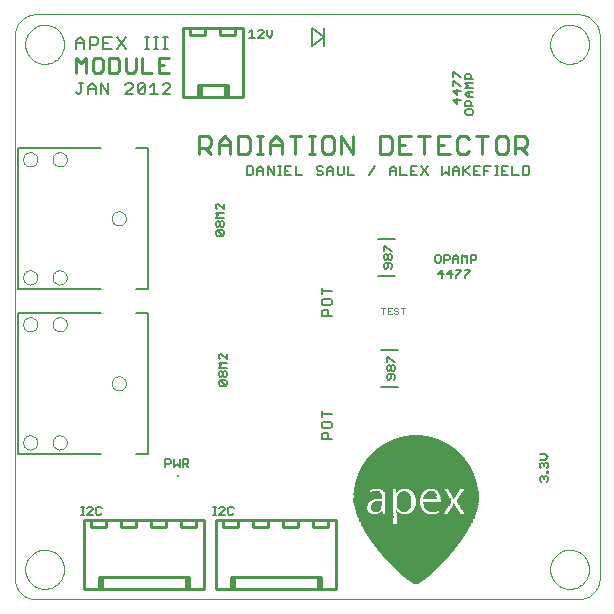
<source format=gto>
G75*
G70*
%OFA0B0*%
%FSLAX24Y24*%
%IPPOS*%
%LPD*%
%AMOC8*
5,1,8,0,0,1.08239X$1,22.5*
%
%ADD10C,0.0000*%
%ADD11C,0.0110*%
%ADD12C,0.0060*%
%ADD13C,0.0080*%
%ADD14C,0.0090*%
%ADD15C,0.0070*%
%ADD16C,0.0050*%
%ADD17C,0.0040*%
%ADD18R,0.0042X0.0003*%
%ADD19R,0.0066X0.0003*%
%ADD20R,0.0084X0.0003*%
%ADD21R,0.0105X0.0003*%
%ADD22R,0.0117X0.0003*%
%ADD23R,0.0135X0.0003*%
%ADD24R,0.0147X0.0003*%
%ADD25R,0.0162X0.0003*%
%ADD26R,0.0174X0.0003*%
%ADD27R,0.0186X0.0003*%
%ADD28R,0.0198X0.0003*%
%ADD29R,0.0210X0.0003*%
%ADD30R,0.0222X0.0003*%
%ADD31R,0.0234X0.0003*%
%ADD32R,0.0243X0.0003*%
%ADD33R,0.0255X0.0003*%
%ADD34R,0.0264X0.0003*%
%ADD35R,0.0273X0.0003*%
%ADD36R,0.0285X0.0003*%
%ADD37R,0.0297X0.0003*%
%ADD38R,0.0303X0.0003*%
%ADD39R,0.0315X0.0003*%
%ADD40R,0.0327X0.0003*%
%ADD41R,0.0333X0.0003*%
%ADD42R,0.0345X0.0003*%
%ADD43R,0.0354X0.0003*%
%ADD44R,0.0363X0.0003*%
%ADD45R,0.0372X0.0003*%
%ADD46R,0.0381X0.0003*%
%ADD47R,0.0390X0.0003*%
%ADD48R,0.0402X0.0003*%
%ADD49R,0.0408X0.0003*%
%ADD50R,0.0420X0.0003*%
%ADD51R,0.0426X0.0003*%
%ADD52R,0.0438X0.0003*%
%ADD53R,0.0444X0.0003*%
%ADD54R,0.0456X0.0003*%
%ADD55R,0.0462X0.0003*%
%ADD56R,0.0468X0.0003*%
%ADD57R,0.0480X0.0003*%
%ADD58R,0.0486X0.0003*%
%ADD59R,0.0495X0.0003*%
%ADD60R,0.0504X0.0003*%
%ADD61R,0.0513X0.0003*%
%ADD62R,0.0522X0.0003*%
%ADD63R,0.0528X0.0003*%
%ADD64R,0.0537X0.0003*%
%ADD65R,0.0546X0.0003*%
%ADD66R,0.0555X0.0003*%
%ADD67R,0.0561X0.0003*%
%ADD68R,0.0570X0.0003*%
%ADD69R,0.0579X0.0003*%
%ADD70R,0.0585X0.0003*%
%ADD71R,0.0594X0.0003*%
%ADD72R,0.0603X0.0003*%
%ADD73R,0.0609X0.0003*%
%ADD74R,0.0618X0.0003*%
%ADD75R,0.0627X0.0003*%
%ADD76R,0.0633X0.0003*%
%ADD77R,0.0639X0.0003*%
%ADD78R,0.0651X0.0003*%
%ADD79R,0.0657X0.0003*%
%ADD80R,0.0663X0.0003*%
%ADD81R,0.0675X0.0003*%
%ADD82R,0.0681X0.0003*%
%ADD83R,0.0687X0.0003*%
%ADD84R,0.0693X0.0003*%
%ADD85R,0.0705X0.0003*%
%ADD86R,0.0711X0.0003*%
%ADD87R,0.0717X0.0003*%
%ADD88R,0.0726X0.0003*%
%ADD89R,0.0732X0.0003*%
%ADD90R,0.0741X0.0003*%
%ADD91R,0.0747X0.0003*%
%ADD92R,0.0756X0.0003*%
%ADD93R,0.0762X0.0003*%
%ADD94R,0.0771X0.0003*%
%ADD95R,0.0777X0.0003*%
%ADD96R,0.0786X0.0003*%
%ADD97R,0.0792X0.0003*%
%ADD98R,0.0798X0.0003*%
%ADD99R,0.0807X0.0003*%
%ADD100R,0.0813X0.0003*%
%ADD101R,0.0822X0.0003*%
%ADD102R,0.0828X0.0003*%
%ADD103R,0.0837X0.0003*%
%ADD104R,0.0843X0.0003*%
%ADD105R,0.0852X0.0003*%
%ADD106R,0.0858X0.0003*%
%ADD107R,0.0864X0.0003*%
%ADD108R,0.0870X0.0003*%
%ADD109R,0.0879X0.0003*%
%ADD110R,0.0885X0.0003*%
%ADD111R,0.0894X0.0003*%
%ADD112R,0.0900X0.0003*%
%ADD113R,0.0906X0.0003*%
%ADD114R,0.0912X0.0003*%
%ADD115R,0.0921X0.0003*%
%ADD116R,0.0930X0.0003*%
%ADD117R,0.0936X0.0003*%
%ADD118R,0.0942X0.0003*%
%ADD119R,0.0948X0.0003*%
%ADD120R,0.0954X0.0003*%
%ADD121R,0.0963X0.0003*%
%ADD122R,0.0972X0.0003*%
%ADD123R,0.0978X0.0003*%
%ADD124R,0.0984X0.0003*%
%ADD125R,0.0990X0.0003*%
%ADD126R,0.0996X0.0003*%
%ADD127R,0.1002X0.0003*%
%ADD128R,0.1008X0.0003*%
%ADD129R,0.1020X0.0003*%
%ADD130R,0.1026X0.0003*%
%ADD131R,0.1032X0.0003*%
%ADD132R,0.1038X0.0003*%
%ADD133R,0.1044X0.0003*%
%ADD134R,0.1050X0.0003*%
%ADD135R,0.1056X0.0003*%
%ADD136R,0.1068X0.0003*%
%ADD137R,0.1074X0.0003*%
%ADD138R,0.1080X0.0003*%
%ADD139R,0.1086X0.0003*%
%ADD140R,0.1092X0.0003*%
%ADD141R,0.1098X0.0003*%
%ADD142R,0.1104X0.0003*%
%ADD143R,0.1110X0.0003*%
%ADD144R,0.1116X0.0003*%
%ADD145R,0.1125X0.0003*%
%ADD146R,0.1131X0.0003*%
%ADD147R,0.1140X0.0003*%
%ADD148R,0.1146X0.0003*%
%ADD149R,0.1152X0.0003*%
%ADD150R,0.1158X0.0003*%
%ADD151R,0.1164X0.0003*%
%ADD152R,0.1170X0.0003*%
%ADD153R,0.1176X0.0003*%
%ADD154R,0.1182X0.0003*%
%ADD155R,0.1191X0.0003*%
%ADD156R,0.1197X0.0003*%
%ADD157R,0.1203X0.0003*%
%ADD158R,0.1209X0.0003*%
%ADD159R,0.1218X0.0003*%
%ADD160R,0.1224X0.0003*%
%ADD161R,0.1230X0.0003*%
%ADD162R,0.1236X0.0003*%
%ADD163R,0.1242X0.0003*%
%ADD164R,0.1248X0.0003*%
%ADD165R,0.1254X0.0003*%
%ADD166R,0.1260X0.0003*%
%ADD167R,0.1266X0.0003*%
%ADD168R,0.1275X0.0003*%
%ADD169R,0.1281X0.0003*%
%ADD170R,0.1287X0.0003*%
%ADD171R,0.1293X0.0003*%
%ADD172R,0.1299X0.0003*%
%ADD173R,0.1305X0.0003*%
%ADD174R,0.1314X0.0003*%
%ADD175R,0.1320X0.0003*%
%ADD176R,0.1326X0.0003*%
%ADD177R,0.1332X0.0003*%
%ADD178R,0.1338X0.0003*%
%ADD179R,0.1344X0.0003*%
%ADD180R,0.1350X0.0003*%
%ADD181R,0.1356X0.0003*%
%ADD182R,0.1362X0.0003*%
%ADD183R,0.1368X0.0003*%
%ADD184R,0.1374X0.0003*%
%ADD185R,0.1380X0.0003*%
%ADD186R,0.1386X0.0003*%
%ADD187R,0.1395X0.0003*%
%ADD188R,0.1401X0.0003*%
%ADD189R,0.1407X0.0003*%
%ADD190R,0.1413X0.0003*%
%ADD191R,0.1419X0.0003*%
%ADD192R,0.1425X0.0003*%
%ADD193R,0.1431X0.0003*%
%ADD194R,0.1437X0.0003*%
%ADD195R,0.1443X0.0003*%
%ADD196R,0.1449X0.0003*%
%ADD197R,0.1455X0.0003*%
%ADD198R,0.1461X0.0003*%
%ADD199R,0.1467X0.0003*%
%ADD200R,0.1473X0.0003*%
%ADD201R,0.1479X0.0003*%
%ADD202R,0.1485X0.0003*%
%ADD203R,0.1491X0.0003*%
%ADD204R,0.1497X0.0003*%
%ADD205R,0.1503X0.0003*%
%ADD206R,0.1509X0.0003*%
%ADD207R,0.1515X0.0003*%
%ADD208R,0.1521X0.0003*%
%ADD209R,0.1527X0.0003*%
%ADD210R,0.1533X0.0003*%
%ADD211R,0.1539X0.0003*%
%ADD212R,0.1545X0.0003*%
%ADD213R,0.1551X0.0003*%
%ADD214R,0.1557X0.0003*%
%ADD215R,0.1563X0.0003*%
%ADD216R,0.1569X0.0003*%
%ADD217R,0.1575X0.0003*%
%ADD218R,0.1581X0.0003*%
%ADD219R,0.1587X0.0003*%
%ADD220R,0.1593X0.0003*%
%ADD221R,0.1599X0.0003*%
%ADD222R,0.1605X0.0003*%
%ADD223R,0.1611X0.0003*%
%ADD224R,0.1617X0.0003*%
%ADD225R,0.1623X0.0003*%
%ADD226R,0.1629X0.0003*%
%ADD227R,0.1635X0.0003*%
%ADD228R,0.1641X0.0003*%
%ADD229R,0.1647X0.0003*%
%ADD230R,0.1653X0.0003*%
%ADD231R,0.1659X0.0003*%
%ADD232R,0.1665X0.0003*%
%ADD233R,0.1671X0.0003*%
%ADD234R,0.1677X0.0003*%
%ADD235R,0.1683X0.0003*%
%ADD236R,0.1686X0.0003*%
%ADD237R,0.1692X0.0003*%
%ADD238R,0.1698X0.0003*%
%ADD239R,0.1704X0.0003*%
%ADD240R,0.1710X0.0003*%
%ADD241R,0.1716X0.0003*%
%ADD242R,0.1722X0.0003*%
%ADD243R,0.1728X0.0003*%
%ADD244R,0.1734X0.0003*%
%ADD245R,0.1740X0.0003*%
%ADD246R,0.1746X0.0003*%
%ADD247R,0.1752X0.0003*%
%ADD248R,0.1758X0.0003*%
%ADD249R,0.1764X0.0003*%
%ADD250R,0.1767X0.0003*%
%ADD251R,0.1773X0.0003*%
%ADD252R,0.1779X0.0003*%
%ADD253R,0.1785X0.0003*%
%ADD254R,0.1791X0.0003*%
%ADD255R,0.1797X0.0003*%
%ADD256R,0.1803X0.0003*%
%ADD257R,0.1809X0.0003*%
%ADD258R,0.1815X0.0003*%
%ADD259R,0.1818X0.0003*%
%ADD260R,0.1824X0.0003*%
%ADD261R,0.1830X0.0003*%
%ADD262R,0.1836X0.0003*%
%ADD263R,0.1842X0.0003*%
%ADD264R,0.1848X0.0003*%
%ADD265R,0.1854X0.0003*%
%ADD266R,0.1860X0.0003*%
%ADD267R,0.1863X0.0003*%
%ADD268R,0.1869X0.0003*%
%ADD269R,0.1875X0.0003*%
%ADD270R,0.1881X0.0003*%
%ADD271R,0.1887X0.0003*%
%ADD272R,0.1890X0.0003*%
%ADD273R,0.1896X0.0003*%
%ADD274R,0.1902X0.0003*%
%ADD275R,0.1908X0.0003*%
%ADD276R,0.1914X0.0003*%
%ADD277R,0.1920X0.0003*%
%ADD278R,0.1926X0.0003*%
%ADD279R,0.1932X0.0003*%
%ADD280R,0.1938X0.0003*%
%ADD281R,0.1941X0.0003*%
%ADD282R,0.1947X0.0003*%
%ADD283R,0.1953X0.0003*%
%ADD284R,0.1959X0.0003*%
%ADD285R,0.1962X0.0003*%
%ADD286R,0.1968X0.0003*%
%ADD287R,0.1974X0.0003*%
%ADD288R,0.1980X0.0003*%
%ADD289R,0.1986X0.0003*%
%ADD290R,0.1992X0.0003*%
%ADD291R,0.1998X0.0003*%
%ADD292R,0.2004X0.0003*%
%ADD293R,0.2007X0.0003*%
%ADD294R,0.2013X0.0003*%
%ADD295R,0.2019X0.0003*%
%ADD296R,0.2022X0.0003*%
%ADD297R,0.2028X0.0003*%
%ADD298R,0.2034X0.0003*%
%ADD299R,0.2040X0.0003*%
%ADD300R,0.2046X0.0003*%
%ADD301R,0.2052X0.0003*%
%ADD302R,0.2055X0.0003*%
%ADD303R,0.2061X0.0003*%
%ADD304R,0.2067X0.0003*%
%ADD305R,0.2070X0.0003*%
%ADD306R,0.2076X0.0003*%
%ADD307R,0.2082X0.0003*%
%ADD308R,0.2088X0.0003*%
%ADD309R,0.2094X0.0003*%
%ADD310R,0.2100X0.0003*%
%ADD311R,0.2106X0.0003*%
%ADD312R,0.2109X0.0003*%
%ADD313R,0.2115X0.0003*%
%ADD314R,0.2118X0.0003*%
%ADD315R,0.2124X0.0003*%
%ADD316R,0.2130X0.0003*%
%ADD317R,0.2136X0.0003*%
%ADD318R,0.2142X0.0003*%
%ADD319R,0.2148X0.0003*%
%ADD320R,0.2154X0.0003*%
%ADD321R,0.2157X0.0003*%
%ADD322R,0.2160X0.0003*%
%ADD323R,0.2166X0.0003*%
%ADD324R,0.2172X0.0003*%
%ADD325R,0.2178X0.0003*%
%ADD326R,0.2184X0.0003*%
%ADD327R,0.2190X0.0003*%
%ADD328R,0.2196X0.0003*%
%ADD329R,0.2196X0.0003*%
%ADD330R,0.2202X0.0003*%
%ADD331R,0.2208X0.0003*%
%ADD332R,0.2214X0.0003*%
%ADD333R,0.2220X0.0003*%
%ADD334R,0.2226X0.0003*%
%ADD335R,0.2232X0.0003*%
%ADD336R,0.2238X0.0003*%
%ADD337R,0.2244X0.0003*%
%ADD338R,0.2250X0.0003*%
%ADD339R,0.2256X0.0003*%
%ADD340R,0.2262X0.0003*%
%ADD341R,0.2268X0.0003*%
%ADD342R,0.2274X0.0003*%
%ADD343R,0.2274X0.0003*%
%ADD344R,0.2280X0.0003*%
%ADD345R,0.2286X0.0003*%
%ADD346R,0.2292X0.0003*%
%ADD347R,0.2298X0.0003*%
%ADD348R,0.2304X0.0003*%
%ADD349R,0.2304X0.0003*%
%ADD350R,0.2310X0.0003*%
%ADD351R,0.2316X0.0003*%
%ADD352R,0.2322X0.0003*%
%ADD353R,0.2328X0.0003*%
%ADD354R,0.2334X0.0003*%
%ADD355R,0.2337X0.0003*%
%ADD356R,0.2340X0.0003*%
%ADD357R,0.2346X0.0003*%
%ADD358R,0.2352X0.0003*%
%ADD359R,0.2358X0.0003*%
%ADD360R,0.2364X0.0003*%
%ADD361R,0.2367X0.0003*%
%ADD362R,0.2373X0.0003*%
%ADD363R,0.2376X0.0003*%
%ADD364R,0.2382X0.0003*%
%ADD365R,0.2388X0.0003*%
%ADD366R,0.2394X0.0003*%
%ADD367R,0.2397X0.0003*%
%ADD368R,0.2400X0.0003*%
%ADD369R,0.2406X0.0003*%
%ADD370R,0.2412X0.0003*%
%ADD371R,0.2418X0.0003*%
%ADD372R,0.2424X0.0003*%
%ADD373R,0.2427X0.0003*%
%ADD374R,0.2430X0.0003*%
%ADD375R,0.2436X0.0003*%
%ADD376R,0.2442X0.0003*%
%ADD377R,0.2448X0.0003*%
%ADD378R,0.2454X0.0003*%
%ADD379R,0.2457X0.0003*%
%ADD380R,0.2460X0.0003*%
%ADD381R,0.2466X0.0003*%
%ADD382R,0.2472X0.0003*%
%ADD383R,0.2478X0.0003*%
%ADD384R,0.2481X0.0003*%
%ADD385R,0.2487X0.0003*%
%ADD386R,0.2490X0.0003*%
%ADD387R,0.2496X0.0003*%
%ADD388R,0.2502X0.0003*%
%ADD389R,0.2505X0.0003*%
%ADD390R,0.2511X0.0003*%
%ADD391R,0.2514X0.0003*%
%ADD392R,0.2520X0.0003*%
%ADD393R,0.2526X0.0003*%
%ADD394R,0.2529X0.0003*%
%ADD395R,0.2535X0.0003*%
%ADD396R,0.2538X0.0003*%
%ADD397R,0.2544X0.0003*%
%ADD398R,0.2550X0.0003*%
%ADD399R,0.2553X0.0003*%
%ADD400R,0.2559X0.0003*%
%ADD401R,0.2562X0.0003*%
%ADD402R,0.2568X0.0003*%
%ADD403R,0.2574X0.0003*%
%ADD404R,0.2577X0.0003*%
%ADD405R,0.2583X0.0003*%
%ADD406R,0.2586X0.0003*%
%ADD407R,0.2592X0.0003*%
%ADD408R,0.2598X0.0003*%
%ADD409R,0.2601X0.0003*%
%ADD410R,0.2607X0.0003*%
%ADD411R,0.2610X0.0003*%
%ADD412R,0.2616X0.0003*%
%ADD413R,0.2619X0.0003*%
%ADD414R,0.2625X0.0003*%
%ADD415R,0.2631X0.0003*%
%ADD416R,0.2634X0.0003*%
%ADD417R,0.2640X0.0003*%
%ADD418R,0.2643X0.0003*%
%ADD419R,0.2649X0.0003*%
%ADD420R,0.2655X0.0003*%
%ADD421R,0.2658X0.0003*%
%ADD422R,0.2661X0.0003*%
%ADD423R,0.2667X0.0003*%
%ADD424R,0.2673X0.0003*%
%ADD425R,0.2676X0.0003*%
%ADD426R,0.2682X0.0003*%
%ADD427R,0.2685X0.0003*%
%ADD428R,0.2691X0.0003*%
%ADD429R,0.2697X0.0003*%
%ADD430R,0.2700X0.0003*%
%ADD431R,0.2703X0.0003*%
%ADD432R,0.2709X0.0003*%
%ADD433R,0.2715X0.0003*%
%ADD434R,0.2718X0.0003*%
%ADD435R,0.2721X0.0003*%
%ADD436R,0.2727X0.0003*%
%ADD437R,0.2733X0.0003*%
%ADD438R,0.2739X0.0003*%
%ADD439R,0.2739X0.0003*%
%ADD440R,0.2745X0.0003*%
%ADD441R,0.2751X0.0003*%
%ADD442R,0.2757X0.0003*%
%ADD443R,0.2757X0.0003*%
%ADD444R,0.2763X0.0003*%
%ADD445R,0.2769X0.0003*%
%ADD446R,0.2775X0.0003*%
%ADD447R,0.2781X0.0003*%
%ADD448R,0.2787X0.0003*%
%ADD449R,0.2793X0.0003*%
%ADD450R,0.2799X0.0003*%
%ADD451R,0.2805X0.0003*%
%ADD452R,0.2811X0.0003*%
%ADD453R,0.2817X0.0003*%
%ADD454R,0.2823X0.0003*%
%ADD455R,0.2829X0.0003*%
%ADD456R,0.2829X0.0003*%
%ADD457R,0.2835X0.0003*%
%ADD458R,0.2841X0.0003*%
%ADD459R,0.2847X0.0003*%
%ADD460R,0.2847X0.0003*%
%ADD461R,0.2853X0.0003*%
%ADD462R,0.2859X0.0003*%
%ADD463R,0.2865X0.0003*%
%ADD464R,0.2871X0.0003*%
%ADD465R,0.2877X0.0003*%
%ADD466R,0.2880X0.0003*%
%ADD467R,0.2883X0.0003*%
%ADD468R,0.2889X0.0003*%
%ADD469R,0.2895X0.0003*%
%ADD470R,0.2898X0.0003*%
%ADD471R,0.2901X0.0003*%
%ADD472R,0.2907X0.0003*%
%ADD473R,0.2910X0.0003*%
%ADD474R,0.2913X0.0003*%
%ADD475R,0.2919X0.0003*%
%ADD476R,0.2925X0.0003*%
%ADD477R,0.2928X0.0003*%
%ADD478R,0.2931X0.0003*%
%ADD479R,0.2937X0.0003*%
%ADD480R,0.2940X0.0003*%
%ADD481R,0.2946X0.0003*%
%ADD482R,0.2949X0.0003*%
%ADD483R,0.2955X0.0003*%
%ADD484R,0.2958X0.0003*%
%ADD485R,0.2961X0.0003*%
%ADD486R,0.2967X0.0003*%
%ADD487R,0.2970X0.0003*%
%ADD488R,0.2973X0.0003*%
%ADD489R,0.2979X0.0003*%
%ADD490R,0.2985X0.0003*%
%ADD491R,0.2988X0.0003*%
%ADD492R,0.2991X0.0003*%
%ADD493R,0.2997X0.0003*%
%ADD494R,0.3000X0.0003*%
%ADD495R,0.3003X0.0003*%
%ADD496R,0.3009X0.0003*%
%ADD497R,0.3015X0.0003*%
%ADD498R,0.3018X0.0003*%
%ADD499R,0.3021X0.0003*%
%ADD500R,0.3027X0.0003*%
%ADD501R,0.3030X0.0003*%
%ADD502R,0.3033X0.0003*%
%ADD503R,0.3039X0.0003*%
%ADD504R,0.3042X0.0003*%
%ADD505R,0.3045X0.0003*%
%ADD506R,0.3051X0.0003*%
%ADD507R,0.3054X0.0003*%
%ADD508R,0.3060X0.0003*%
%ADD509R,0.3063X0.0003*%
%ADD510R,0.3066X0.0003*%
%ADD511R,0.3072X0.0003*%
%ADD512R,0.3075X0.0003*%
%ADD513R,0.3081X0.0003*%
%ADD514R,0.3084X0.0003*%
%ADD515R,0.3090X0.0003*%
%ADD516R,0.3093X0.0003*%
%ADD517R,0.3096X0.0003*%
%ADD518R,0.3102X0.0003*%
%ADD519R,0.3105X0.0003*%
%ADD520R,0.3108X0.0003*%
%ADD521R,0.3114X0.0003*%
%ADD522R,0.3117X0.0003*%
%ADD523R,0.3120X0.0003*%
%ADD524R,0.3126X0.0003*%
%ADD525R,0.3129X0.0003*%
%ADD526R,0.3132X0.0003*%
%ADD527R,0.3138X0.0003*%
%ADD528R,0.3141X0.0003*%
%ADD529R,0.3144X0.0003*%
%ADD530R,0.3150X0.0003*%
%ADD531R,0.3153X0.0003*%
%ADD532R,0.3156X0.0003*%
%ADD533R,0.3162X0.0003*%
%ADD534R,0.3165X0.0003*%
%ADD535R,0.3168X0.0003*%
%ADD536R,0.3174X0.0003*%
%ADD537R,0.3180X0.0003*%
%ADD538R,0.3186X0.0003*%
%ADD539R,0.3186X0.0003*%
%ADD540R,0.3192X0.0003*%
%ADD541R,0.3198X0.0003*%
%ADD542R,0.3204X0.0003*%
%ADD543R,0.3210X0.0003*%
%ADD544R,0.3216X0.0003*%
%ADD545R,0.3222X0.0003*%
%ADD546R,0.3222X0.0003*%
%ADD547R,0.3228X0.0003*%
%ADD548R,0.3234X0.0003*%
%ADD549R,0.3240X0.0003*%
%ADD550R,0.3246X0.0003*%
%ADD551R,0.3246X0.0003*%
%ADD552R,0.3252X0.0003*%
%ADD553R,0.3255X0.0003*%
%ADD554R,0.3258X0.0003*%
%ADD555R,0.3264X0.0003*%
%ADD556R,0.3264X0.0003*%
%ADD557R,0.3270X0.0003*%
%ADD558R,0.3276X0.0003*%
%ADD559R,0.3282X0.0003*%
%ADD560R,0.3288X0.0003*%
%ADD561R,0.3294X0.0003*%
%ADD562R,0.3297X0.0003*%
%ADD563R,0.3300X0.0003*%
%ADD564R,0.3306X0.0003*%
%ADD565R,0.3312X0.0003*%
%ADD566R,0.3318X0.0003*%
%ADD567R,0.3318X0.0003*%
%ADD568R,0.3324X0.0003*%
%ADD569R,0.3327X0.0003*%
%ADD570R,0.3330X0.0003*%
%ADD571R,0.3336X0.0003*%
%ADD572R,0.3339X0.0003*%
%ADD573R,0.3342X0.0003*%
%ADD574R,0.3345X0.0003*%
%ADD575R,0.3348X0.0003*%
%ADD576R,0.3354X0.0003*%
%ADD577R,0.3357X0.0003*%
%ADD578R,0.3360X0.0003*%
%ADD579R,0.3363X0.0003*%
%ADD580R,0.3366X0.0003*%
%ADD581R,0.3372X0.0003*%
%ADD582R,0.3375X0.0003*%
%ADD583R,0.3378X0.0003*%
%ADD584R,0.3381X0.0003*%
%ADD585R,0.3384X0.0003*%
%ADD586R,0.3390X0.0003*%
%ADD587R,0.3393X0.0003*%
%ADD588R,0.3396X0.0003*%
%ADD589R,0.3399X0.0003*%
%ADD590R,0.3405X0.0003*%
%ADD591R,0.3408X0.0003*%
%ADD592R,0.3411X0.0003*%
%ADD593R,0.3414X0.0003*%
%ADD594R,0.3417X0.0003*%
%ADD595R,0.3423X0.0003*%
%ADD596R,0.3426X0.0003*%
%ADD597R,0.3429X0.0003*%
%ADD598R,0.3432X0.0003*%
%ADD599R,0.3435X0.0003*%
%ADD600R,0.3441X0.0003*%
%ADD601R,0.3444X0.0003*%
%ADD602R,0.3447X0.0003*%
%ADD603R,0.3450X0.0003*%
%ADD604R,0.3453X0.0003*%
%ADD605R,0.3459X0.0003*%
%ADD606R,0.3465X0.0003*%
%ADD607R,0.3468X0.0003*%
%ADD608R,0.3471X0.0003*%
%ADD609R,0.3474X0.0003*%
%ADD610R,0.3477X0.0003*%
%ADD611R,0.3483X0.0003*%
%ADD612R,0.3483X0.0003*%
%ADD613R,0.3489X0.0003*%
%ADD614R,0.3495X0.0003*%
%ADD615R,0.3501X0.0003*%
%ADD616R,0.3501X0.0003*%
%ADD617R,0.3507X0.0003*%
%ADD618R,0.3513X0.0003*%
%ADD619R,0.3513X0.0003*%
%ADD620R,0.3519X0.0003*%
%ADD621R,0.3525X0.0003*%
%ADD622R,0.3531X0.0003*%
%ADD623R,0.3531X0.0003*%
%ADD624R,0.3537X0.0003*%
%ADD625R,0.3543X0.0003*%
%ADD626R,0.3549X0.0003*%
%ADD627R,0.3555X0.0003*%
%ADD628R,0.3561X0.0003*%
%ADD629R,0.3567X0.0003*%
%ADD630R,0.3567X0.0003*%
%ADD631R,0.3573X0.0003*%
%ADD632R,0.3579X0.0003*%
%ADD633R,0.3579X0.0003*%
%ADD634R,0.3585X0.0003*%
%ADD635R,0.3588X0.0003*%
%ADD636R,0.3591X0.0003*%
%ADD637R,0.3597X0.0003*%
%ADD638R,0.3597X0.0003*%
%ADD639R,0.3603X0.0003*%
%ADD640R,0.3609X0.0003*%
%ADD641R,0.3615X0.0003*%
%ADD642R,0.3615X0.0003*%
%ADD643R,0.3621X0.0003*%
%ADD644R,0.3624X0.0003*%
%ADD645R,0.3627X0.0003*%
%ADD646R,0.3630X0.0003*%
%ADD647R,0.3633X0.0003*%
%ADD648R,0.3636X0.0003*%
%ADD649R,0.3639X0.0003*%
%ADD650R,0.3642X0.0003*%
%ADD651R,0.3645X0.0003*%
%ADD652R,0.3648X0.0003*%
%ADD653R,0.1050X0.0003*%
%ADD654R,0.2469X0.0003*%
%ADD655R,0.1053X0.0003*%
%ADD656R,0.1056X0.0003*%
%ADD657R,0.2472X0.0003*%
%ADD658R,0.2475X0.0003*%
%ADD659R,0.1059X0.0003*%
%ADD660R,0.2478X0.0003*%
%ADD661R,0.1062X0.0003*%
%ADD662R,0.1062X0.0003*%
%ADD663R,0.2481X0.0003*%
%ADD664R,0.1065X0.0003*%
%ADD665R,0.2481X0.0003*%
%ADD666R,0.2484X0.0003*%
%ADD667R,0.1068X0.0003*%
%ADD668R,0.2487X0.0003*%
%ADD669R,0.1071X0.0003*%
%ADD670R,0.2487X0.0003*%
%ADD671R,0.1071X0.0003*%
%ADD672R,0.1074X0.0003*%
%ADD673R,0.2493X0.0003*%
%ADD674R,0.1077X0.0003*%
%ADD675R,0.1077X0.0003*%
%ADD676R,0.2496X0.0003*%
%ADD677R,0.2499X0.0003*%
%ADD678R,0.1083X0.0003*%
%ADD679R,0.2502X0.0003*%
%ADD680R,0.1086X0.0003*%
%ADD681R,0.1089X0.0003*%
%ADD682R,0.2508X0.0003*%
%ADD683R,0.1092X0.0003*%
%ADD684R,0.2511X0.0003*%
%ADD685R,0.1095X0.0003*%
%ADD686R,0.2511X0.0003*%
%ADD687R,0.2514X0.0003*%
%ADD688R,0.1098X0.0003*%
%ADD689R,0.1101X0.0003*%
%ADD690R,0.2517X0.0003*%
%ADD691R,0.1101X0.0003*%
%ADD692R,0.1104X0.0003*%
%ADD693R,0.1107X0.0003*%
%ADD694R,0.2523X0.0003*%
%ADD695R,0.1107X0.0003*%
%ADD696R,0.2523X0.0003*%
%ADD697R,0.2526X0.0003*%
%ADD698R,0.1113X0.0003*%
%ADD699R,0.1113X0.0003*%
%ADD700R,0.2532X0.0003*%
%ADD701R,0.1116X0.0003*%
%ADD702R,0.2532X0.0003*%
%ADD703R,0.1119X0.0003*%
%ADD704R,0.1122X0.0003*%
%ADD705R,0.2538X0.0003*%
%ADD706R,0.1122X0.0003*%
%ADD707R,0.2538X0.0003*%
%ADD708R,0.2541X0.0003*%
%ADD709R,0.1128X0.0003*%
%ADD710R,0.2544X0.0003*%
%ADD711R,0.1128X0.0003*%
%ADD712R,0.2544X0.0003*%
%ADD713R,0.1131X0.0003*%
%ADD714R,0.2547X0.0003*%
%ADD715R,0.1134X0.0003*%
%ADD716R,0.2550X0.0003*%
%ADD717R,0.1134X0.0003*%
%ADD718R,0.1137X0.0003*%
%ADD719R,0.2556X0.0003*%
%ADD720R,0.1140X0.0003*%
%ADD721R,0.2559X0.0003*%
%ADD722R,0.1143X0.0003*%
%ADD723R,0.1149X0.0003*%
%ADD724R,0.2565X0.0003*%
%ADD725R,0.1149X0.0003*%
%ADD726R,0.2565X0.0003*%
%ADD727R,0.1152X0.0003*%
%ADD728R,0.2568X0.0003*%
%ADD729R,0.1155X0.0003*%
%ADD730R,0.2571X0.0003*%
%ADD731R,0.1155X0.0003*%
%ADD732R,0.2571X0.0003*%
%ADD733R,0.1158X0.0003*%
%ADD734R,0.2574X0.0003*%
%ADD735R,0.1161X0.0003*%
%ADD736R,0.2577X0.0003*%
%ADD737R,0.1161X0.0003*%
%ADD738R,0.2577X0.0003*%
%ADD739R,0.1164X0.0003*%
%ADD740R,0.2580X0.0003*%
%ADD741R,0.1167X0.0003*%
%ADD742R,0.1167X0.0003*%
%ADD743R,0.2583X0.0003*%
%ADD744R,0.1173X0.0003*%
%ADD745R,0.1173X0.0003*%
%ADD746R,0.2589X0.0003*%
%ADD747R,0.2589X0.0003*%
%ADD748R,0.1179X0.0003*%
%ADD749R,0.1179X0.0003*%
%ADD750R,0.2595X0.0003*%
%ADD751R,0.2595X0.0003*%
%ADD752R,0.1182X0.0003*%
%ADD753R,0.2598X0.0003*%
%ADD754R,0.1185X0.0003*%
%ADD755R,0.1185X0.0003*%
%ADD756R,0.2601X0.0003*%
%ADD757R,0.2601X0.0003*%
%ADD758R,0.1188X0.0003*%
%ADD759R,0.2604X0.0003*%
%ADD760R,0.1191X0.0003*%
%ADD761R,0.1191X0.0003*%
%ADD762R,0.2604X0.0003*%
%ADD763R,0.2607X0.0003*%
%ADD764R,0.1194X0.0003*%
%ADD765R,0.1197X0.0003*%
%ADD766R,0.2610X0.0003*%
%ADD767R,0.0546X0.0003*%
%ADD768R,0.0219X0.0003*%
%ADD769R,0.0819X0.0003*%
%ADD770R,0.1410X0.0003*%
%ADD771R,0.0561X0.0003*%
%ADD772R,0.0195X0.0003*%
%ADD773R,0.0768X0.0003*%
%ADD774R,0.1374X0.0003*%
%ADD775R,0.0516X0.0003*%
%ADD776R,0.0549X0.0003*%
%ADD777R,0.0183X0.0003*%
%ADD778R,0.0741X0.0003*%
%ADD779R,0.1353X0.0003*%
%ADD780R,0.0534X0.0003*%
%ADD781R,0.0171X0.0003*%
%ADD782R,0.0708X0.0003*%
%ADD783R,0.1335X0.0003*%
%ADD784R,0.0522X0.0003*%
%ADD785R,0.0159X0.0003*%
%ADD786R,0.0684X0.0003*%
%ADD787R,0.1317X0.0003*%
%ADD788R,0.0489X0.0003*%
%ADD789R,0.0150X0.0003*%
%ADD790R,0.0666X0.0003*%
%ADD791R,0.1311X0.0003*%
%ADD792R,0.0231X0.0003*%
%ADD793R,0.0141X0.0003*%
%ADD794R,0.0645X0.0003*%
%ADD795R,0.0219X0.0003*%
%ADD796R,0.0429X0.0003*%
%ADD797R,0.0348X0.0003*%
%ADD798R,0.0477X0.0003*%
%ADD799R,0.0144X0.0003*%
%ADD800R,0.0132X0.0003*%
%ADD801R,0.0627X0.0003*%
%ADD802R,0.0207X0.0003*%
%ADD803R,0.0423X0.0003*%
%ADD804R,0.0471X0.0003*%
%ADD805R,0.0126X0.0003*%
%ADD806R,0.0612X0.0003*%
%ADD807R,0.0201X0.0003*%
%ADD808R,0.0468X0.0003*%
%ADD809R,0.0129X0.0003*%
%ADD810R,0.0231X0.0003*%
%ADD811R,0.0120X0.0003*%
%ADD812R,0.0597X0.0003*%
%ADD813R,0.0189X0.0003*%
%ADD814R,0.0417X0.0003*%
%ADD815R,0.0357X0.0003*%
%ADD816R,0.0123X0.0003*%
%ADD817R,0.0114X0.0003*%
%ADD818R,0.0582X0.0003*%
%ADD819R,0.0411X0.0003*%
%ADD820R,0.0357X0.0003*%
%ADD821R,0.0456X0.0003*%
%ADD822R,0.0108X0.0003*%
%ADD823R,0.0177X0.0003*%
%ADD824R,0.0363X0.0003*%
%ADD825R,0.0453X0.0003*%
%ADD826R,0.0108X0.0003*%
%ADD827R,0.0102X0.0003*%
%ADD828R,0.0558X0.0003*%
%ADD829R,0.0171X0.0003*%
%ADD830R,0.0405X0.0003*%
%ADD831R,0.0366X0.0003*%
%ADD832R,0.0450X0.0003*%
%ADD833R,0.0096X0.0003*%
%ADD834R,0.0543X0.0003*%
%ADD835R,0.0165X0.0003*%
%ADD836R,0.0444X0.0003*%
%ADD837R,0.0099X0.0003*%
%ADD838R,0.0234X0.0003*%
%ADD839R,0.0090X0.0003*%
%ADD840R,0.0534X0.0003*%
%ADD841R,0.0162X0.0003*%
%ADD842R,0.0399X0.0003*%
%ADD843R,0.0372X0.0003*%
%ADD844R,0.0093X0.0003*%
%ADD845R,0.0087X0.0003*%
%ADD846R,0.0153X0.0003*%
%ADD847R,0.0393X0.0003*%
%ADD848R,0.0375X0.0003*%
%ADD849R,0.0441X0.0003*%
%ADD850R,0.0081X0.0003*%
%ADD851R,0.0435X0.0003*%
%ADD852R,0.0237X0.0003*%
%ADD853R,0.0078X0.0003*%
%ADD854R,0.0501X0.0003*%
%ADD855R,0.0147X0.0003*%
%ADD856R,0.0387X0.0003*%
%ADD857R,0.0381X0.0003*%
%ADD858R,0.0078X0.0003*%
%ADD859R,0.0072X0.0003*%
%ADD860R,0.0384X0.0003*%
%ADD861R,0.0432X0.0003*%
%ADD862R,0.0075X0.0003*%
%ADD863R,0.0237X0.0003*%
%ADD864R,0.0069X0.0003*%
%ADD865R,0.0483X0.0003*%
%ADD866R,0.0381X0.0003*%
%ADD867R,0.0384X0.0003*%
%ADD868R,0.0069X0.0003*%
%ADD869R,0.0066X0.0003*%
%ADD870R,0.0471X0.0003*%
%ADD871R,0.0063X0.0003*%
%ADD872R,0.0060X0.0003*%
%ADD873R,0.0465X0.0003*%
%ADD874R,0.0369X0.0003*%
%ADD875R,0.0057X0.0003*%
%ADD876R,0.0456X0.0003*%
%ADD877R,0.0156X0.0003*%
%ADD878R,0.0054X0.0003*%
%ADD879R,0.0447X0.0003*%
%ADD880R,0.0159X0.0003*%
%ADD881R,0.0399X0.0003*%
%ADD882R,0.0423X0.0003*%
%ADD883R,0.0054X0.0003*%
%ADD884R,0.0051X0.0003*%
%ADD885R,0.0441X0.0003*%
%ADD886R,0.0159X0.0003*%
%ADD887R,0.0402X0.0003*%
%ADD888R,0.0051X0.0003*%
%ADD889R,0.0240X0.0003*%
%ADD890R,0.0048X0.0003*%
%ADD891R,0.0432X0.0003*%
%ADD892R,0.0417X0.0003*%
%ADD893R,0.0045X0.0003*%
%ADD894R,0.0168X0.0003*%
%ADD895R,0.0351X0.0003*%
%ADD896R,0.0408X0.0003*%
%ADD897R,0.0042X0.0003*%
%ADD898R,0.0417X0.0003*%
%ADD899R,0.0414X0.0003*%
%ADD900R,0.0039X0.0003*%
%ADD901R,0.0411X0.0003*%
%ADD902R,0.0039X0.0003*%
%ADD903R,0.0240X0.0003*%
%ADD904R,0.0036X0.0003*%
%ADD905R,0.0177X0.0003*%
%ADD906R,0.0339X0.0003*%
%ADD907R,0.0033X0.0003*%
%ADD908R,0.0033X0.0003*%
%ADD909R,0.0396X0.0003*%
%ADD910R,0.0336X0.0003*%
%ADD911R,0.0030X0.0003*%
%ADD912R,0.0180X0.0003*%
%ADD913R,0.0027X0.0003*%
%ADD914R,0.0027X0.0003*%
%ADD915R,0.0384X0.0003*%
%ADD916R,0.0186X0.0003*%
%ADD917R,0.0330X0.0003*%
%ADD918R,0.0411X0.0003*%
%ADD919R,0.0024X0.0003*%
%ADD920R,0.0024X0.0003*%
%ADD921R,0.0378X0.0003*%
%ADD922R,0.0189X0.0003*%
%ADD923R,0.0408X0.0003*%
%ADD924R,0.0021X0.0003*%
%ADD925R,0.0021X0.0003*%
%ADD926R,0.0189X0.0003*%
%ADD927R,0.0321X0.0003*%
%ADD928R,0.0429X0.0003*%
%ADD929R,0.0018X0.0003*%
%ADD930R,0.0018X0.0003*%
%ADD931R,0.0366X0.0003*%
%ADD932R,0.0192X0.0003*%
%ADD933R,0.0318X0.0003*%
%ADD934R,0.0015X0.0003*%
%ADD935R,0.0360X0.0003*%
%ADD936R,0.0096X0.0003*%
%ADD937R,0.0315X0.0003*%
%ADD938R,0.0012X0.0003*%
%ADD939R,0.0090X0.0003*%
%ADD940R,0.0309X0.0003*%
%ADD941R,0.0009X0.0003*%
%ADD942R,0.0111X0.0003*%
%ADD943R,0.0306X0.0003*%
%ADD944R,0.0405X0.0003*%
%ADD945R,0.0006X0.0003*%
%ADD946R,0.0009X0.0003*%
%ADD947R,0.0138X0.0003*%
%ADD948R,0.0342X0.0003*%
%ADD949R,0.0207X0.0003*%
%ADD950R,0.0207X0.0003*%
%ADD951R,0.0303X0.0003*%
%ADD952R,0.0447X0.0003*%
%ADD953R,0.0162X0.0003*%
%ADD954R,0.0003X0.0003*%
%ADD955R,0.0009X0.0003*%
%ADD956R,0.0339X0.0003*%
%ADD957R,0.0234X0.0003*%
%ADD958R,0.0300X0.0003*%
%ADD959R,0.0447X0.0003*%
%ADD960R,0.0006X0.0003*%
%ADD961R,0.0252X0.0003*%
%ADD962R,0.0210X0.0003*%
%ADD963R,0.0399X0.0003*%
%ADD964R,0.0183X0.0003*%
%ADD965R,0.0243X0.0003*%
%ADD966R,0.0003X0.0003*%
%ADD967R,0.0270X0.0003*%
%ADD968R,0.0213X0.0003*%
%ADD969R,0.0291X0.0003*%
%ADD970R,0.0324X0.0003*%
%ADD971R,0.0291X0.0003*%
%ADD972R,0.0288X0.0003*%
%ADD973R,0.0399X0.0003*%
%ADD974R,0.0204X0.0003*%
%ADD975R,0.0243X0.0003*%
%ADD976R,0.0318X0.0003*%
%ADD977R,0.0219X0.0003*%
%ADD978R,0.0285X0.0003*%
%ADD979R,0.0459X0.0003*%
%ADD980R,0.0312X0.0003*%
%ADD981R,0.0321X0.0003*%
%ADD982R,0.0222X0.0003*%
%ADD983R,0.0279X0.0003*%
%ADD984R,0.0276X0.0003*%
%ADD985R,0.0231X0.0003*%
%ADD986R,0.0246X0.0003*%
%ADD987R,0.0225X0.0003*%
%ADD988R,0.0468X0.0003*%
%ADD989R,0.0396X0.0003*%
%ADD990R,0.0267X0.0003*%
%ADD991R,0.0297X0.0003*%
%ADD992R,0.0375X0.0003*%
%ADD993R,0.0474X0.0003*%
%ADD994R,0.0249X0.0003*%
%ADD995R,0.0621X0.0003*%
%ADD996R,0.0261X0.0003*%
%ADD997R,0.0282X0.0003*%
%ADD998R,0.0630X0.0003*%
%ADD999R,0.0258X0.0003*%
%ADD1000R,0.0633X0.0003*%
%ADD1001R,0.0483X0.0003*%
%ADD1002R,0.0264X0.0003*%
%ADD1003R,0.0294X0.0003*%
%ADD1004R,0.0639X0.0003*%
%ADD1005R,0.0486X0.0003*%
%ADD1006R,0.0396X0.0003*%
%ADD1007R,0.0270X0.0003*%
%ADD1008R,0.0276X0.0003*%
%ADD1009R,0.0648X0.0003*%
%ADD1010R,0.0246X0.0003*%
%ADD1011R,0.0486X0.0003*%
%ADD1012R,0.0276X0.0003*%
%ADD1013R,0.0309X0.0003*%
%ADD1014R,0.0651X0.0003*%
%ADD1015R,0.0657X0.0003*%
%ADD1016R,0.0495X0.0003*%
%ADD1017R,0.0324X0.0003*%
%ADD1018R,0.0663X0.0003*%
%ADD1019R,0.0669X0.0003*%
%ADD1020R,0.0228X0.0003*%
%ADD1021R,0.0498X0.0003*%
%ADD1022R,0.0396X0.0003*%
%ADD1023R,0.0294X0.0003*%
%ADD1024R,0.0333X0.0003*%
%ADD1025R,0.0255X0.0003*%
%ADD1026R,0.0672X0.0003*%
%ADD1027R,0.0228X0.0003*%
%ADD1028R,0.0501X0.0003*%
%ADD1029R,0.0339X0.0003*%
%ADD1030R,0.0678X0.0003*%
%ADD1031R,0.0507X0.0003*%
%ADD1032R,0.0351X0.0003*%
%ADD1033R,0.0687X0.0003*%
%ADD1034R,0.0216X0.0003*%
%ADD1035R,0.0510X0.0003*%
%ADD1036R,0.0693X0.0003*%
%ADD1037R,0.0312X0.0003*%
%ADD1038R,0.0696X0.0003*%
%ADD1039R,0.0516X0.0003*%
%ADD1040R,0.0312X0.0003*%
%ADD1041R,0.0702X0.0003*%
%ADD1042R,0.0204X0.0003*%
%ADD1043R,0.0519X0.0003*%
%ADD1044R,0.0369X0.0003*%
%ADD1045R,0.0318X0.0003*%
%ADD1046R,0.0714X0.0003*%
%ADD1047R,0.0525X0.0003*%
%ADD1048R,0.0324X0.0003*%
%ADD1049R,0.0381X0.0003*%
%ADD1050R,0.0225X0.0003*%
%ADD1051R,0.0720X0.0003*%
%ADD1052R,0.0186X0.0003*%
%ADD1053R,0.0528X0.0003*%
%ADD1054R,0.0723X0.0003*%
%ADD1055R,0.0531X0.0003*%
%ADD1056R,0.0729X0.0003*%
%ADD1057R,0.0216X0.0003*%
%ADD1058R,0.0732X0.0003*%
%ADD1059R,0.0537X0.0003*%
%ADD1060R,0.0738X0.0003*%
%ADD1061R,0.0540X0.0003*%
%ADD1062R,0.0213X0.0003*%
%ADD1063R,0.0741X0.0003*%
%ADD1064R,0.0168X0.0003*%
%ADD1065R,0.0543X0.0003*%
%ADD1066R,0.0336X0.0003*%
%ADD1067R,0.0744X0.0003*%
%ADD1068R,0.0543X0.0003*%
%ADD1069R,0.0750X0.0003*%
%ADD1070R,0.0549X0.0003*%
%ADD1071R,0.0342X0.0003*%
%ADD1072R,0.0204X0.0003*%
%ADD1073R,0.0552X0.0003*%
%ADD1074R,0.0201X0.0003*%
%ADD1075R,0.0762X0.0003*%
%ADD1076R,0.0150X0.0003*%
%ADD1077R,0.0558X0.0003*%
%ADD1078R,0.0768X0.0003*%
%ADD1079R,0.0426X0.0003*%
%ADD1080R,0.0771X0.0003*%
%ADD1081R,0.0138X0.0003*%
%ADD1082R,0.0564X0.0003*%
%ADD1083R,0.0429X0.0003*%
%ADD1084R,0.0774X0.0003*%
%ADD1085R,0.0567X0.0003*%
%ADD1086R,0.0348X0.0003*%
%ADD1087R,0.0777X0.0003*%
%ADD1088R,0.0132X0.0003*%
%ADD1089R,0.0570X0.0003*%
%ADD1090R,0.0783X0.0003*%
%ADD1091R,0.0129X0.0003*%
%ADD1092R,0.0573X0.0003*%
%ADD1093R,0.0126X0.0003*%
%ADD1094R,0.0576X0.0003*%
%ADD1095R,0.0441X0.0003*%
%ADD1096R,0.0786X0.0003*%
%ADD1097R,0.0120X0.0003*%
%ADD1098R,0.0414X0.0003*%
%ADD1099R,0.0444X0.0003*%
%ADD1100R,0.0579X0.0003*%
%ADD1101R,0.0414X0.0003*%
%ADD1102R,0.0351X0.0003*%
%ADD1103R,0.0444X0.0003*%
%ADD1104R,0.0792X0.0003*%
%ADD1105R,0.0114X0.0003*%
%ADD1106R,0.0582X0.0003*%
%ADD1107R,0.0801X0.0003*%
%ADD1108R,0.0588X0.0003*%
%ADD1109R,0.0807X0.0003*%
%ADD1110R,0.0099X0.0003*%
%ADD1111R,0.0594X0.0003*%
%ADD1112R,0.0354X0.0003*%
%ADD1113R,0.0456X0.0003*%
%ADD1114R,0.0171X0.0003*%
%ADD1115R,0.0810X0.0003*%
%ADD1116R,0.0096X0.0003*%
%ADD1117R,0.0813X0.0003*%
%ADD1118R,0.0597X0.0003*%
%ADD1119R,0.0816X0.0003*%
%ADD1120R,0.0600X0.0003*%
%ADD1121R,0.0603X0.0003*%
%ADD1122R,0.0081X0.0003*%
%ADD1123R,0.0606X0.0003*%
%ADD1124R,0.0351X0.0003*%
%ADD1125R,0.0465X0.0003*%
%ADD1126R,0.0825X0.0003*%
%ADD1127R,0.0078X0.0003*%
%ADD1128R,0.0609X0.0003*%
%ADD1129R,0.0159X0.0003*%
%ADD1130R,0.0075X0.0003*%
%ADD1131R,0.0348X0.0003*%
%ADD1132R,0.0831X0.0003*%
%ADD1133R,0.0066X0.0003*%
%ADD1134R,0.0615X0.0003*%
%ADD1135R,0.0837X0.0003*%
%ADD1136R,0.0063X0.0003*%
%ADD1137R,0.0618X0.0003*%
%ADD1138R,0.0429X0.0003*%
%ADD1139R,0.0345X0.0003*%
%ADD1140R,0.0471X0.0003*%
%ADD1141R,0.0156X0.0003*%
%ADD1142R,0.0840X0.0003*%
%ADD1143R,0.0060X0.0003*%
%ADD1144R,0.0621X0.0003*%
%ADD1145R,0.0840X0.0003*%
%ADD1146R,0.0624X0.0003*%
%ADD1147R,0.0846X0.0003*%
%ADD1148R,0.0051X0.0003*%
%ADD1149R,0.0474X0.0003*%
%ADD1150R,0.0849X0.0003*%
%ADD1151R,0.0435X0.0003*%
%ADD1152R,0.0474X0.0003*%
%ADD1153R,0.0852X0.0003*%
%ADD1154R,0.0042X0.0003*%
%ADD1155R,0.0636X0.0003*%
%ADD1156R,0.0636X0.0003*%
%ADD1157R,0.0477X0.0003*%
%ADD1158R,0.0861X0.0003*%
%ADD1159R,0.0642X0.0003*%
%ADD1160R,0.0144X0.0003*%
%ADD1161R,0.0333X0.0003*%
%ADD1162R,0.0480X0.0003*%
%ADD1163R,0.0144X0.0003*%
%ADD1164R,0.0864X0.0003*%
%ADD1165R,0.0024X0.0003*%
%ADD1166R,0.0645X0.0003*%
%ADD1167R,0.0333X0.0003*%
%ADD1168R,0.0141X0.0003*%
%ADD1169R,0.0867X0.0003*%
%ADD1170R,0.0021X0.0003*%
%ADD1171R,0.0483X0.0003*%
%ADD1172R,0.0873X0.0003*%
%ADD1173R,0.0654X0.0003*%
%ADD1174R,0.0876X0.0003*%
%ADD1175R,0.0453X0.0003*%
%ADD1176R,0.0141X0.0003*%
%ADD1177R,0.0879X0.0003*%
%ADD1178R,0.0657X0.0003*%
%ADD1179R,0.0879X0.0003*%
%ADD1180R,0.0006X0.0003*%
%ADD1181R,0.0660X0.0003*%
%ADD1182R,0.0882X0.0003*%
%ADD1183R,0.0888X0.0003*%
%ADD1184R,0.0459X0.0003*%
%ADD1185R,0.0669X0.0003*%
%ADD1186R,0.0459X0.0003*%
%ADD1187R,0.0312X0.0003*%
%ADD1188R,0.0486X0.0003*%
%ADD1189R,0.0891X0.0003*%
%ADD1190R,0.0891X0.0003*%
%ADD1191R,0.0672X0.0003*%
%ADD1192R,0.0306X0.0003*%
%ADD1193R,0.0303X0.0003*%
%ADD1194R,0.0897X0.0003*%
%ADD1195R,0.0900X0.0003*%
%ADD1196R,0.0684X0.0003*%
%ADD1197R,0.0474X0.0003*%
%ADD1198R,0.0903X0.0003*%
%ADD1199R,0.0288X0.0003*%
%ADD1200R,0.0906X0.0003*%
%ADD1201R,0.0690X0.0003*%
%ADD1202R,0.0909X0.0003*%
%ADD1203R,0.0489X0.0003*%
%ADD1204R,0.0912X0.0003*%
%ADD1205R,0.0693X0.0003*%
%ADD1206R,0.0912X0.0003*%
%ADD1207R,0.0696X0.0003*%
%ADD1208R,0.0489X0.0003*%
%ADD1209R,0.0264X0.0003*%
%ADD1210R,0.0918X0.0003*%
%ADD1211R,0.0699X0.0003*%
%ADD1212R,0.0492X0.0003*%
%ADD1213R,0.0258X0.0003*%
%ADD1214R,0.0921X0.0003*%
%ADD1215R,0.0702X0.0003*%
%ADD1216R,0.0498X0.0003*%
%ADD1217R,0.0246X0.0003*%
%ADD1218R,0.0924X0.0003*%
%ADD1219R,0.0705X0.0003*%
%ADD1220R,0.0927X0.0003*%
%ADD1221R,0.0513X0.0003*%
%ADD1222R,0.0717X0.0003*%
%ADD1223R,0.0519X0.0003*%
%ADD1224R,0.0522X0.0003*%
%ADD1225R,0.0168X0.0003*%
%ADD1226R,0.0531X0.0003*%
%ADD1227R,0.0366X0.0003*%
%ADD1228R,0.0729X0.0003*%
%ADD1229R,0.0534X0.0003*%
%ADD1230R,0.0552X0.0003*%
%ADD1231R,0.0354X0.0003*%
%ADD1232R,0.0564X0.0003*%
%ADD1233R,0.0723X0.0003*%
%ADD1234R,0.0573X0.0003*%
%ADD1235R,0.0720X0.0003*%
%ADD1236R,0.0717X0.0003*%
%ADD1237R,0.0588X0.0003*%
%ADD1238R,0.0714X0.0003*%
%ADD1239R,0.0603X0.0003*%
%ADD1240R,0.0135X0.0003*%
%ADD1241R,0.0711X0.0003*%
%ADD1242R,0.0621X0.0003*%
%ADD1243R,0.0327X0.0003*%
%ADD1244R,0.0702X0.0003*%
%ADD1245R,0.0699X0.0003*%
%ADD1246R,0.0696X0.0003*%
%ADD1247R,0.0321X0.0003*%
%ADD1248R,0.0678X0.0003*%
%ADD1249R,0.0690X0.0003*%
%ADD1250R,0.0711X0.0003*%
%ADD1251R,0.0684X0.0003*%
%ADD1252R,0.0681X0.0003*%
%ADD1253R,0.0738X0.0003*%
%ADD1254R,0.0309X0.0003*%
%ADD1255R,0.0681X0.0003*%
%ADD1256R,0.0753X0.0003*%
%ADD1257R,0.0147X0.0003*%
%ADD1258R,0.0774X0.0003*%
%ADD1259R,0.0789X0.0003*%
%ADD1260R,0.0819X0.0003*%
%ADD1261R,0.0477X0.0003*%
%ADD1262R,0.0438X0.0003*%
%ADD1263R,0.0300X0.0003*%
%ADD1264R,0.0018X0.0003*%
%ADD1265R,0.0933X0.0003*%
%ADD1266R,0.0021X0.0003*%
%ADD1267R,0.0294X0.0003*%
%ADD1268R,0.0153X0.0003*%
%ADD1269R,0.0933X0.0003*%
%ADD1270R,0.0291X0.0003*%
%ADD1271R,0.0033X0.0003*%
%ADD1272R,0.0663X0.0003*%
%ADD1273R,0.0156X0.0003*%
%ADD1274R,0.0039X0.0003*%
%ADD1275R,0.0048X0.0003*%
%ADD1276R,0.0462X0.0003*%
%ADD1277R,0.0651X0.0003*%
%ADD1278R,0.0282X0.0003*%
%ADD1279R,0.0648X0.0003*%
%ADD1280R,0.0246X0.0003*%
%ADD1281R,0.0453X0.0003*%
%ADD1282R,0.0450X0.0003*%
%ADD1283R,0.0420X0.0003*%
%ADD1284R,0.0069X0.0003*%
%ADD1285R,0.0639X0.0003*%
%ADD1286R,0.0273X0.0003*%
%ADD1287R,0.0174X0.0003*%
%ADD1288R,0.0087X0.0003*%
%ADD1289R,0.0630X0.0003*%
%ADD1290R,0.0624X0.0003*%
%ADD1291R,0.0099X0.0003*%
%ADD1292R,0.0930X0.0003*%
%ADD1293R,0.0249X0.0003*%
%ADD1294R,0.0426X0.0003*%
%ADD1295R,0.0186X0.0003*%
%ADD1296R,0.0108X0.0003*%
%ADD1297R,0.0111X0.0003*%
%ADD1298R,0.0423X0.0003*%
%ADD1299R,0.0927X0.0003*%
%ADD1300R,0.0252X0.0003*%
%ADD1301R,0.0414X0.0003*%
%ADD1302R,0.0195X0.0003*%
%ADD1303R,0.0393X0.0003*%
%ADD1304R,0.0258X0.0003*%
%ADD1305R,0.0126X0.0003*%
%ADD1306R,0.0609X0.0003*%
%ADD1307R,0.0129X0.0003*%
%ADD1308R,0.0606X0.0003*%
%ADD1309R,0.0252X0.0003*%
%ADD1310R,0.0921X0.0003*%
%ADD1311R,0.0378X0.0003*%
%ADD1312R,0.0144X0.0003*%
%ADD1313R,0.0393X0.0003*%
%ADD1314R,0.0378X0.0003*%
%ADD1315R,0.0372X0.0003*%
%ADD1316R,0.0591X0.0003*%
%ADD1317R,0.0915X0.0003*%
%ADD1318R,0.0258X0.0003*%
%ADD1319R,0.0378X0.0003*%
%ADD1320R,0.0222X0.0003*%
%ADD1321R,0.0165X0.0003*%
%ADD1322R,0.0588X0.0003*%
%ADD1323R,0.0915X0.0003*%
%ADD1324R,0.0912X0.0003*%
%ADD1325R,0.0363X0.0003*%
%ADD1326R,0.0261X0.0003*%
%ADD1327R,0.0909X0.0003*%
%ADD1328R,0.0261X0.0003*%
%ADD1329R,0.0357X0.0003*%
%ADD1330R,0.0243X0.0003*%
%ADD1331R,0.0183X0.0003*%
%ADD1332R,0.0576X0.0003*%
%ADD1333R,0.0909X0.0003*%
%ADD1334R,0.0189X0.0003*%
%ADD1335R,0.0201X0.0003*%
%ADD1336R,0.0567X0.0003*%
%ADD1337R,0.0264X0.0003*%
%ADD1338R,0.0327X0.0003*%
%ADD1339R,0.0564X0.0003*%
%ADD1340R,0.0267X0.0003*%
%ADD1341R,0.0558X0.0003*%
%ADD1342R,0.0267X0.0003*%
%ADD1343R,0.0297X0.0003*%
%ADD1344R,0.0552X0.0003*%
%ADD1345R,0.0237X0.0003*%
%ADD1346R,0.0531X0.0003*%
%ADD1347R,0.0342X0.0003*%
%ADD1348R,0.0273X0.0003*%
%ADD1349R,0.0261X0.0003*%
%ADD1350R,0.0288X0.0003*%
%ADD1351R,0.0540X0.0003*%
%ADD1352R,0.0279X0.0003*%
%ADD1353R,0.0249X0.0003*%
%ADD1354R,0.0537X0.0003*%
%ADD1355R,0.0012X0.0003*%
%ADD1356R,0.0519X0.0003*%
%ADD1357R,0.0282X0.0003*%
%ADD1358R,0.0282X0.0003*%
%ADD1359R,0.0015X0.0003*%
%ADD1360R,0.0216X0.0003*%
%ADD1361R,0.0309X0.0003*%
%ADD1362R,0.0234X0.0003*%
%ADD1363R,0.0513X0.0003*%
%ADD1364R,0.0222X0.0003*%
%ADD1365R,0.0027X0.0003*%
%ADD1366R,0.0153X0.0003*%
%ADD1367R,0.0507X0.0003*%
%ADD1368R,0.0297X0.0003*%
%ADD1369R,0.0087X0.0003*%
%ADD1370R,0.0036X0.0003*%
%ADD1371R,0.0504X0.0003*%
%ADD1372R,0.0102X0.0003*%
%ADD1373R,0.0039X0.0003*%
%ADD1374R,0.0507X0.0003*%
%ADD1375R,0.0504X0.0003*%
%ADD1376R,0.0057X0.0003*%
%ADD1377R,0.0387X0.0003*%
%ADD1378R,0.0402X0.0003*%
%ADD1379R,0.0408X0.0003*%
%ADD1380R,0.0492X0.0003*%
%ADD1381R,0.0324X0.0003*%
%ADD1382R,0.0072X0.0003*%
%ADD1383R,0.0336X0.0003*%
%ADD1384R,0.0432X0.0003*%
%ADD1385R,0.0501X0.0003*%
%ADD1386R,0.0339X0.0003*%
%ADD1387R,0.0360X0.0003*%
%ADD1388R,0.0471X0.0003*%
%ADD1389R,0.0093X0.0003*%
%ADD1390R,0.0528X0.0003*%
%ADD1391R,0.0111X0.0003*%
%ADD1392R,0.0123X0.0003*%
%ADD1393R,0.0561X0.0003*%
%ADD1394R,0.0384X0.0003*%
%ADD1395R,0.0141X0.0003*%
%ADD1396R,0.0279X0.0003*%
%ADD1397R,0.0579X0.0003*%
%ADD1398R,0.0606X0.0003*%
%ADD1399R,0.1452X0.0003*%
%ADD1400R,0.1458X0.0003*%
%ADD1401R,0.0756X0.0003*%
%ADD1402R,0.1467X0.0003*%
%ADD1403R,0.1479X0.0003*%
%ADD1404R,0.0804X0.0003*%
%ADD1405R,0.0681X0.0003*%
%ADD1406R,0.0846X0.0003*%
%ADD1407R,0.0756X0.0003*%
%ADD1408R,0.1509X0.0003*%
%ADD1409R,0.4113X0.0003*%
%ADD1410R,0.4110X0.0003*%
%ADD1411R,0.4110X0.0003*%
%ADD1412R,0.4107X0.0003*%
%ADD1413R,0.4104X0.0003*%
%ADD1414R,0.4104X0.0003*%
%ADD1415R,0.4101X0.0003*%
%ADD1416R,0.4098X0.0003*%
%ADD1417R,0.4098X0.0003*%
%ADD1418R,0.4095X0.0003*%
%ADD1419R,0.4095X0.0003*%
%ADD1420R,0.4092X0.0003*%
%ADD1421R,0.4089X0.0003*%
%ADD1422R,0.4089X0.0003*%
%ADD1423R,0.4086X0.0003*%
%ADD1424R,0.4083X0.0003*%
%ADD1425R,0.4083X0.0003*%
%ADD1426R,0.4080X0.0003*%
%ADD1427R,0.4077X0.0003*%
%ADD1428R,0.4077X0.0003*%
%ADD1429R,0.4074X0.0003*%
%ADD1430R,0.4071X0.0003*%
%ADD1431R,0.4071X0.0003*%
%ADD1432R,0.4068X0.0003*%
%ADD1433R,0.4065X0.0003*%
%ADD1434R,0.4062X0.0003*%
%ADD1435R,0.4062X0.0003*%
%ADD1436R,0.4059X0.0003*%
%ADD1437R,0.4056X0.0003*%
%ADD1438R,0.4056X0.0003*%
%ADD1439R,0.4053X0.0003*%
%ADD1440R,0.4050X0.0003*%
%ADD1441R,0.4050X0.0003*%
%ADD1442R,0.4047X0.0003*%
%ADD1443R,0.4044X0.0003*%
%ADD1444R,0.4041X0.0003*%
%ADD1445R,0.4041X0.0003*%
%ADD1446R,0.4038X0.0003*%
%ADD1447R,0.4035X0.0003*%
%ADD1448R,0.4035X0.0003*%
%ADD1449R,0.4032X0.0003*%
%ADD1450R,0.4029X0.0003*%
%ADD1451R,0.4026X0.0003*%
%ADD1452R,0.4026X0.0003*%
%ADD1453R,0.4023X0.0003*%
%ADD1454R,0.4020X0.0003*%
%ADD1455R,0.4017X0.0003*%
%ADD1456R,0.4017X0.0003*%
%ADD1457R,0.4014X0.0003*%
%ADD1458R,0.4011X0.0003*%
%ADD1459R,0.4011X0.0003*%
%ADD1460R,0.4008X0.0003*%
%ADD1461R,0.4005X0.0003*%
%ADD1462R,0.4002X0.0003*%
%ADD1463R,0.4002X0.0003*%
%ADD1464R,0.3999X0.0003*%
%ADD1465R,0.3996X0.0003*%
%ADD1466R,0.3993X0.0003*%
%ADD1467R,0.3993X0.0003*%
%ADD1468R,0.3990X0.0003*%
%ADD1469R,0.3987X0.0003*%
%ADD1470R,0.3984X0.0003*%
%ADD1471R,0.3984X0.0003*%
%ADD1472R,0.3981X0.0003*%
%ADD1473R,0.3978X0.0003*%
%ADD1474R,0.3975X0.0003*%
%ADD1475R,0.3975X0.0003*%
%ADD1476R,0.3972X0.0003*%
%ADD1477R,0.3969X0.0003*%
%ADD1478R,0.3966X0.0003*%
%ADD1479R,0.3963X0.0003*%
%ADD1480R,0.3963X0.0003*%
%ADD1481R,0.3960X0.0003*%
%ADD1482R,0.3957X0.0003*%
%ADD1483R,0.3954X0.0003*%
%ADD1484R,0.3951X0.0003*%
%ADD1485R,0.3948X0.0003*%
%ADD1486R,0.3945X0.0003*%
%ADD1487R,0.3945X0.0003*%
%ADD1488R,0.3942X0.0003*%
%ADD1489R,0.3939X0.0003*%
%ADD1490R,0.3936X0.0003*%
%ADD1491R,0.3933X0.0003*%
%ADD1492R,0.3930X0.0003*%
%ADD1493R,0.3927X0.0003*%
%ADD1494R,0.3924X0.0003*%
%ADD1495R,0.3921X0.0003*%
%ADD1496R,0.3918X0.0003*%
%ADD1497R,0.3915X0.0003*%
%ADD1498R,0.3912X0.0003*%
%ADD1499R,0.3909X0.0003*%
%ADD1500R,0.3906X0.0003*%
%ADD1501R,0.3903X0.0003*%
%ADD1502R,0.3900X0.0003*%
%ADD1503R,0.3900X0.0003*%
%ADD1504R,0.3897X0.0003*%
%ADD1505R,0.3894X0.0003*%
%ADD1506R,0.3891X0.0003*%
%ADD1507R,0.3888X0.0003*%
%ADD1508R,0.3885X0.0003*%
%ADD1509R,0.3882X0.0003*%
%ADD1510R,0.3879X0.0003*%
%ADD1511R,0.3879X0.0003*%
%ADD1512R,0.3876X0.0003*%
%ADD1513R,0.3873X0.0003*%
%ADD1514R,0.3870X0.0003*%
%ADD1515R,0.3867X0.0003*%
%ADD1516R,0.3864X0.0003*%
%ADD1517R,0.3861X0.0003*%
%ADD1518R,0.3858X0.0003*%
%ADD1519R,0.3855X0.0003*%
%ADD1520R,0.3852X0.0003*%
%ADD1521R,0.3849X0.0003*%
%ADD1522R,0.3846X0.0003*%
%ADD1523R,0.3843X0.0003*%
%ADD1524R,0.3840X0.0003*%
%ADD1525R,0.3840X0.0003*%
%ADD1526R,0.3837X0.0003*%
%ADD1527R,0.3834X0.0003*%
%ADD1528R,0.3831X0.0003*%
%ADD1529R,0.3828X0.0003*%
%ADD1530R,0.3825X0.0003*%
%ADD1531R,0.3822X0.0003*%
%ADD1532R,0.3819X0.0003*%
%ADD1533R,0.3816X0.0003*%
%ADD1534R,0.3813X0.0003*%
%ADD1535R,0.3810X0.0003*%
%ADD1536R,0.3807X0.0003*%
%ADD1537R,0.3804X0.0003*%
%ADD1538R,0.3804X0.0003*%
%ADD1539R,0.3801X0.0003*%
%ADD1540R,0.3798X0.0003*%
%ADD1541R,0.3795X0.0003*%
%ADD1542R,0.3792X0.0003*%
%ADD1543R,0.3789X0.0003*%
%ADD1544R,0.3786X0.0003*%
%ADD1545R,0.3783X0.0003*%
%ADD1546R,0.3780X0.0003*%
%ADD1547R,0.3777X0.0003*%
%ADD1548R,0.3774X0.0003*%
%ADD1549R,0.3771X0.0003*%
%ADD1550R,0.3768X0.0003*%
%ADD1551R,0.3762X0.0003*%
%ADD1552R,0.3762X0.0003*%
%ADD1553R,0.3759X0.0003*%
%ADD1554R,0.3756X0.0003*%
%ADD1555R,0.3753X0.0003*%
%ADD1556R,0.3750X0.0003*%
%ADD1557R,0.3747X0.0003*%
%ADD1558R,0.3744X0.0003*%
%ADD1559R,0.3741X0.0003*%
%ADD1560R,0.3738X0.0003*%
%ADD1561R,0.3735X0.0003*%
%ADD1562R,0.3732X0.0003*%
%ADD1563R,0.3729X0.0003*%
%ADD1564R,0.3726X0.0003*%
%ADD1565R,0.3723X0.0003*%
%ADD1566R,0.3720X0.0003*%
%ADD1567R,0.3717X0.0003*%
%ADD1568R,0.3714X0.0003*%
%ADD1569R,0.3711X0.0003*%
%ADD1570R,0.3708X0.0003*%
%ADD1571R,0.3705X0.0003*%
%ADD1572R,0.3702X0.0003*%
%ADD1573R,0.3696X0.0003*%
%ADD1574R,0.3690X0.0003*%
%ADD1575R,0.3687X0.0003*%
%ADD1576R,0.3684X0.0003*%
%ADD1577R,0.3681X0.0003*%
%ADD1578R,0.3678X0.0003*%
%ADD1579R,0.3675X0.0003*%
%ADD1580R,0.3672X0.0003*%
%ADD1581R,0.3669X0.0003*%
%ADD1582R,0.3666X0.0003*%
%ADD1583R,0.3663X0.0003*%
%ADD1584R,0.3660X0.0003*%
%ADD1585R,0.3657X0.0003*%
%ADD1586R,0.3654X0.0003*%
%ADD1587R,0.3648X0.0003*%
%ADD1588R,0.3645X0.0003*%
%ADD1589R,0.3642X0.0003*%
%ADD1590R,0.3639X0.0003*%
%ADD1591R,0.3636X0.0003*%
%ADD1592R,0.3630X0.0003*%
%ADD1593R,0.3618X0.0003*%
%ADD1594R,0.3612X0.0003*%
%ADD1595R,0.3609X0.0003*%
%ADD1596R,0.3606X0.0003*%
%ADD1597R,0.3603X0.0003*%
%ADD1598R,0.3600X0.0003*%
%ADD1599R,0.3594X0.0003*%
%ADD1600R,0.3591X0.0003*%
%ADD1601R,0.3588X0.0003*%
%ADD1602R,0.3585X0.0003*%
%ADD1603R,0.3582X0.0003*%
%ADD1604R,0.3576X0.0003*%
%ADD1605R,0.3570X0.0003*%
%ADD1606R,0.3564X0.0003*%
%ADD1607R,0.3558X0.0003*%
%ADD1608R,0.3552X0.0003*%
%ADD1609R,0.3549X0.0003*%
%ADD1610R,0.3546X0.0003*%
%ADD1611R,0.3540X0.0003*%
%ADD1612R,0.3534X0.0003*%
%ADD1613R,0.3528X0.0003*%
%ADD1614R,0.3522X0.0003*%
%ADD1615R,0.3519X0.0003*%
%ADD1616R,0.3510X0.0003*%
%ADD1617R,0.3504X0.0003*%
%ADD1618R,0.3498X0.0003*%
%ADD1619R,0.3492X0.0003*%
%ADD1620R,0.3486X0.0003*%
%ADD1621R,0.3480X0.0003*%
%ADD1622R,0.3474X0.0003*%
%ADD1623R,0.3471X0.0003*%
%ADD1624R,0.3468X0.0003*%
%ADD1625R,0.3462X0.0003*%
%ADD1626R,0.3459X0.0003*%
%ADD1627R,0.3456X0.0003*%
%ADD1628R,0.3450X0.0003*%
%ADD1629R,0.3447X0.0003*%
%ADD1630R,0.3444X0.0003*%
%ADD1631R,0.3438X0.0003*%
%ADD1632R,0.3429X0.0003*%
%ADD1633R,0.3426X0.0003*%
%ADD1634R,0.3414X0.0003*%
%ADD1635R,0.3408X0.0003*%
%ADD1636R,0.3402X0.0003*%
%ADD1637R,0.3396X0.0003*%
%ADD1638R,0.3393X0.0003*%
%ADD1639R,0.3390X0.0003*%
%ADD1640R,0.3384X0.0003*%
%ADD1641R,0.3381X0.0003*%
%ADD1642R,0.3375X0.0003*%
%ADD1643R,0.3372X0.0003*%
%ADD1644R,0.3366X0.0003*%
%ADD1645R,0.3357X0.0003*%
%ADD1646R,0.3354X0.0003*%
%ADD1647R,0.3348X0.0003*%
%ADD1648R,0.3345X0.0003*%
%ADD1649R,0.3339X0.0003*%
%ADD1650R,0.3336X0.0003*%
%ADD1651R,0.3321X0.0003*%
%ADD1652R,0.3318X0.0003*%
%ADD1653R,0.3312X0.0003*%
%ADD1654R,0.3309X0.0003*%
%ADD1655R,0.3303X0.0003*%
%ADD1656R,0.3294X0.0003*%
%ADD1657R,0.3291X0.0003*%
%ADD1658R,0.3285X0.0003*%
%ADD1659R,0.3282X0.0003*%
%ADD1660R,0.3276X0.0003*%
%ADD1661R,0.3267X0.0003*%
%ADD1662R,0.3261X0.0003*%
%ADD1663R,0.3258X0.0003*%
%ADD1664R,0.3252X0.0003*%
%ADD1665R,0.3246X0.0003*%
%ADD1666R,0.3243X0.0003*%
%ADD1667R,0.3237X0.0003*%
%ADD1668R,0.3231X0.0003*%
%ADD1669R,0.3228X0.0003*%
%ADD1670R,0.3222X0.0003*%
%ADD1671R,0.3219X0.0003*%
%ADD1672R,0.3213X0.0003*%
%ADD1673R,0.3207X0.0003*%
%ADD1674R,0.3204X0.0003*%
%ADD1675R,0.3198X0.0003*%
%ADD1676R,0.3192X0.0003*%
%ADD1677R,0.3189X0.0003*%
%ADD1678R,0.3183X0.0003*%
%ADD1679R,0.3177X0.0003*%
%ADD1680R,0.3174X0.0003*%
%ADD1681R,0.3168X0.0003*%
%ADD1682R,0.3162X0.0003*%
%ADD1683R,0.3156X0.0003*%
%ADD1684R,0.3153X0.0003*%
%ADD1685R,0.3147X0.0003*%
%ADD1686R,0.3141X0.0003*%
%ADD1687R,0.3135X0.0003*%
%ADD1688R,0.3132X0.0003*%
%ADD1689R,0.3126X0.0003*%
%ADD1690R,0.3114X0.0003*%
%ADD1691R,0.3108X0.0003*%
%ADD1692R,0.3105X0.0003*%
%ADD1693R,0.3099X0.0003*%
%ADD1694R,0.3093X0.0003*%
%ADD1695R,0.3087X0.0003*%
%ADD1696R,0.3084X0.0003*%
%ADD1697R,0.3078X0.0003*%
%ADD1698R,0.3072X0.0003*%
%ADD1699R,0.3066X0.0003*%
%ADD1700R,0.3054X0.0003*%
%ADD1701R,0.3051X0.0003*%
%ADD1702R,0.3045X0.0003*%
%ADD1703R,0.3039X0.0003*%
%ADD1704R,0.3033X0.0003*%
%ADD1705R,0.3027X0.0003*%
%ADD1706R,0.3021X0.0003*%
%ADD1707R,0.3015X0.0003*%
%ADD1708R,0.3009X0.0003*%
%ADD1709R,0.3003X0.0003*%
%ADD1710R,0.3000X0.0003*%
%ADD1711R,0.2994X0.0003*%
%ADD1712R,0.2988X0.0003*%
%ADD1713R,0.2982X0.0003*%
%ADD1714R,0.2976X0.0003*%
%ADD1715R,0.2964X0.0003*%
%ADD1716R,0.2958X0.0003*%
%ADD1717R,0.2952X0.0003*%
%ADD1718R,0.2946X0.0003*%
%ADD1719R,0.2934X0.0003*%
%ADD1720R,0.2928X0.0003*%
%ADD1721R,0.2922X0.0003*%
%ADD1722R,0.2916X0.0003*%
%ADD1723R,0.2904X0.0003*%
%ADD1724R,0.2892X0.0003*%
%ADD1725R,0.2883X0.0003*%
%ADD1726R,0.2877X0.0003*%
%ADD1727R,0.2871X0.0003*%
%ADD1728R,0.2865X0.0003*%
%ADD1729R,0.2859X0.0003*%
%ADD1730R,0.2853X0.0003*%
%ADD1731R,0.2847X0.0003*%
%ADD1732R,0.2838X0.0003*%
%ADD1733R,0.2832X0.0003*%
%ADD1734R,0.2826X0.0003*%
%ADD1735R,0.2820X0.0003*%
%ADD1736R,0.2814X0.0003*%
%ADD1737R,0.2808X0.0003*%
%ADD1738R,0.2802X0.0003*%
%ADD1739R,0.2793X0.0003*%
%ADD1740R,0.2787X0.0003*%
%ADD1741R,0.2781X0.0003*%
%ADD1742R,0.2766X0.0003*%
%ADD1743R,0.2760X0.0003*%
%ADD1744R,0.2754X0.0003*%
%ADD1745R,0.2748X0.0003*%
%ADD1746R,0.2739X0.0003*%
%ADD1747R,0.2733X0.0003*%
%ADD1748R,0.2727X0.0003*%
%ADD1749R,0.2718X0.0003*%
%ADD1750R,0.2712X0.0003*%
%ADD1751R,0.2706X0.0003*%
%ADD1752R,0.2697X0.0003*%
%ADD1753R,0.2691X0.0003*%
%ADD1754R,0.2676X0.0003*%
%ADD1755R,0.2670X0.0003*%
%ADD1756R,0.2664X0.0003*%
%ADD1757R,0.2649X0.0003*%
%ADD1758R,0.2634X0.0003*%
%ADD1759R,0.2625X0.0003*%
%ADD1760R,0.2619X0.0003*%
%ADD1761R,0.2589X0.0003*%
%ADD1762R,0.2559X0.0003*%
%ADD1763R,0.2526X0.0003*%
%ADD1764R,0.2502X0.0003*%
%ADD1765R,0.2496X0.0003*%
%ADD1766R,0.2472X0.0003*%
%ADD1767R,0.2463X0.0003*%
%ADD1768R,0.2454X0.0003*%
%ADD1769R,0.2445X0.0003*%
%ADD1770R,0.2439X0.0003*%
%ADD1771R,0.2430X0.0003*%
%ADD1772R,0.2421X0.0003*%
%ADD1773R,0.2415X0.0003*%
%ADD1774R,0.2406X0.0003*%
%ADD1775R,0.2397X0.0003*%
%ADD1776R,0.2388X0.0003*%
%ADD1777R,0.2379X0.0003*%
%ADD1778R,0.2370X0.0003*%
%ADD1779R,0.2361X0.0003*%
%ADD1780R,0.2352X0.0003*%
%ADD1781R,0.2343X0.0003*%
%ADD1782R,0.2337X0.0003*%
%ADD1783R,0.2328X0.0003*%
%ADD1784R,0.2316X0.0003*%
%ADD1785R,0.2298X0.0003*%
%ADD1786R,0.2289X0.0003*%
%ADD1787R,0.2271X0.0003*%
%ADD1788R,0.2262X0.0003*%
%ADD1789R,0.2253X0.0003*%
%ADD1790R,0.2244X0.0003*%
%ADD1791R,0.2235X0.0003*%
%ADD1792R,0.2226X0.0003*%
%ADD1793R,0.2217X0.0003*%
%ADD1794R,0.2208X0.0003*%
%ADD1795R,0.2196X0.0003*%
%ADD1796R,0.2187X0.0003*%
%ADD1797R,0.2178X0.0003*%
%ADD1798R,0.2169X0.0003*%
%ADD1799R,0.2157X0.0003*%
%ADD1800R,0.2148X0.0003*%
%ADD1801R,0.2139X0.0003*%
%ADD1802R,0.2127X0.0003*%
%ADD1803R,0.2118X0.0003*%
%ADD1804R,0.2109X0.0003*%
%ADD1805R,0.2097X0.0003*%
%ADD1806R,0.2088X0.0003*%
%ADD1807R,0.2076X0.0003*%
%ADD1808R,0.2067X0.0003*%
%ADD1809R,0.2055X0.0003*%
%ADD1810R,0.2046X0.0003*%
%ADD1811R,0.2034X0.0003*%
%ADD1812R,0.2022X0.0003*%
%ADD1813R,0.2013X0.0003*%
%ADD1814R,0.2001X0.0003*%
%ADD1815R,0.1992X0.0003*%
%ADD1816R,0.1968X0.0003*%
%ADD1817R,0.1956X0.0003*%
%ADD1818R,0.1947X0.0003*%
%ADD1819R,0.1935X0.0003*%
%ADD1820R,0.1923X0.0003*%
%ADD1821R,0.1911X0.0003*%
%ADD1822R,0.1902X0.0003*%
%ADD1823R,0.1890X0.0003*%
%ADD1824R,0.1878X0.0003*%
%ADD1825R,0.1866X0.0003*%
%ADD1826R,0.1854X0.0003*%
%ADD1827R,0.1842X0.0003*%
%ADD1828R,0.1830X0.0003*%
%ADD1829R,0.1791X0.0003*%
%ADD1830R,0.1779X0.0003*%
%ADD1831R,0.1764X0.0003*%
%ADD1832R,0.1752X0.0003*%
%ADD1833R,0.1725X0.0003*%
%ADD1834R,0.1716X0.0003*%
%ADD1835R,0.1701X0.0003*%
%ADD1836R,0.1686X0.0003*%
%ADD1837R,0.1674X0.0003*%
%ADD1838R,0.1659X0.0003*%
%ADD1839R,0.1644X0.0003*%
%ADD1840R,0.1632X0.0003*%
%ADD1841R,0.1617X0.0003*%
%ADD1842R,0.1602X0.0003*%
%ADD1843R,0.1590X0.0003*%
%ADD1844R,0.1572X0.0003*%
%ADD1845R,0.1530X0.0003*%
%ADD1846R,0.1512X0.0003*%
%ADD1847R,0.1500X0.0003*%
%ADD1848R,0.1482X0.0003*%
%ADD1849R,0.1452X0.0003*%
%ADD1850R,0.1434X0.0003*%
%ADD1851R,0.1416X0.0003*%
%ADD1852R,0.1404X0.0003*%
%ADD1853R,0.1383X0.0003*%
%ADD1854R,0.1365X0.0003*%
%ADD1855R,0.1332X0.0003*%
%ADD1856R,0.1314X0.0003*%
%ADD1857R,0.1296X0.0003*%
%ADD1858R,0.1278X0.0003*%
%ADD1859R,0.1257X0.0003*%
%ADD1860R,0.1242X0.0003*%
%ADD1861R,0.1218X0.0003*%
%ADD1862R,0.1200X0.0003*%
%ADD1863R,0.1182X0.0003*%
%ADD1864R,0.1119X0.0003*%
%ADD1865R,0.1053X0.0003*%
%ADD1866R,0.1026X0.0003*%
%ADD1867R,0.1002X0.0003*%
%ADD1868R,0.0978X0.0003*%
%ADD1869R,0.0951X0.0003*%
%ADD1870R,0.0924X0.0003*%
%ADD1871R,0.0870X0.0003*%
%ADD1872R,0.0843X0.0003*%
%ADD1873R,0.0642X0.0003*%
%ADD1874R,0.0510X0.0003*%
%ADD1875R,0.0108X0.0003*%
%ADD1876C,0.0100*%
%ADD1877R,0.0098X0.0098*%
D10*
X001199Y001130D02*
X001199Y019216D01*
X001201Y019266D01*
X001206Y019317D01*
X001215Y019366D01*
X001228Y019415D01*
X001244Y019463D01*
X001263Y019510D01*
X001285Y019555D01*
X001311Y019598D01*
X001340Y019640D01*
X001372Y019679D01*
X001406Y019716D01*
X001443Y019750D01*
X001482Y019782D01*
X001524Y019811D01*
X001567Y019837D01*
X001612Y019859D01*
X001659Y019878D01*
X001707Y019894D01*
X001756Y019907D01*
X001805Y019916D01*
X001856Y019921D01*
X001906Y019923D01*
X019992Y019923D01*
X020042Y019921D01*
X020093Y019916D01*
X020142Y019907D01*
X020191Y019894D01*
X020239Y019878D01*
X020286Y019859D01*
X020331Y019837D01*
X020374Y019811D01*
X020416Y019782D01*
X020455Y019750D01*
X020492Y019716D01*
X020526Y019679D01*
X020558Y019640D01*
X020587Y019598D01*
X020613Y019555D01*
X020635Y019510D01*
X020654Y019463D01*
X020670Y019415D01*
X020683Y019366D01*
X020692Y019317D01*
X020697Y019266D01*
X020699Y019216D01*
X020699Y001130D01*
X020697Y001080D01*
X020692Y001029D01*
X020683Y000980D01*
X020670Y000931D01*
X020654Y000883D01*
X020635Y000836D01*
X020613Y000791D01*
X020587Y000748D01*
X020558Y000706D01*
X020526Y000667D01*
X020492Y000630D01*
X020455Y000596D01*
X020416Y000564D01*
X020374Y000535D01*
X020331Y000509D01*
X020286Y000487D01*
X020239Y000468D01*
X020191Y000452D01*
X020142Y000439D01*
X020093Y000430D01*
X020042Y000425D01*
X019992Y000423D01*
X001906Y000423D01*
X001856Y000425D01*
X001805Y000430D01*
X001756Y000439D01*
X001707Y000452D01*
X001659Y000468D01*
X001612Y000487D01*
X001567Y000509D01*
X001524Y000535D01*
X001482Y000564D01*
X001443Y000596D01*
X001406Y000630D01*
X001372Y000667D01*
X001340Y000706D01*
X001311Y000748D01*
X001285Y000791D01*
X001263Y000836D01*
X001244Y000883D01*
X001228Y000931D01*
X001215Y000980D01*
X001206Y001029D01*
X001201Y001080D01*
X001199Y001130D01*
X001549Y001423D02*
X001551Y001473D01*
X001557Y001523D01*
X001567Y001573D01*
X001580Y001621D01*
X001597Y001669D01*
X001618Y001715D01*
X001642Y001759D01*
X001670Y001801D01*
X001701Y001841D01*
X001735Y001878D01*
X001772Y001913D01*
X001811Y001944D01*
X001852Y001973D01*
X001896Y001998D01*
X001942Y002020D01*
X001989Y002038D01*
X002037Y002052D01*
X002086Y002063D01*
X002136Y002070D01*
X002186Y002073D01*
X002237Y002072D01*
X002287Y002067D01*
X002337Y002058D01*
X002385Y002046D01*
X002433Y002029D01*
X002479Y002009D01*
X002524Y001986D01*
X002567Y001959D01*
X002607Y001929D01*
X002645Y001896D01*
X002680Y001860D01*
X002713Y001821D01*
X002742Y001780D01*
X002768Y001737D01*
X002791Y001692D01*
X002810Y001645D01*
X002825Y001597D01*
X002837Y001548D01*
X002845Y001498D01*
X002849Y001448D01*
X002849Y001398D01*
X002845Y001348D01*
X002837Y001298D01*
X002825Y001249D01*
X002810Y001201D01*
X002791Y001154D01*
X002768Y001109D01*
X002742Y001066D01*
X002713Y001025D01*
X002680Y000986D01*
X002645Y000950D01*
X002607Y000917D01*
X002567Y000887D01*
X002524Y000860D01*
X002479Y000837D01*
X002433Y000817D01*
X002385Y000800D01*
X002337Y000788D01*
X002287Y000779D01*
X002237Y000774D01*
X002186Y000773D01*
X002136Y000776D01*
X002086Y000783D01*
X002037Y000794D01*
X001989Y000808D01*
X001942Y000826D01*
X001896Y000848D01*
X001852Y000873D01*
X001811Y000902D01*
X001772Y000933D01*
X001735Y000968D01*
X001701Y001005D01*
X001670Y001045D01*
X001642Y001087D01*
X001618Y001131D01*
X001597Y001177D01*
X001580Y001225D01*
X001567Y001273D01*
X001557Y001323D01*
X001551Y001373D01*
X001549Y001423D01*
X001479Y005654D02*
X001481Y005684D01*
X001487Y005714D01*
X001496Y005743D01*
X001509Y005770D01*
X001526Y005795D01*
X001545Y005818D01*
X001568Y005839D01*
X001593Y005856D01*
X001619Y005870D01*
X001648Y005880D01*
X001677Y005887D01*
X001707Y005890D01*
X001738Y005889D01*
X001768Y005884D01*
X001797Y005875D01*
X001824Y005863D01*
X001850Y005848D01*
X001874Y005829D01*
X001895Y005807D01*
X001913Y005783D01*
X001928Y005756D01*
X001939Y005728D01*
X001947Y005699D01*
X001951Y005669D01*
X001951Y005639D01*
X001947Y005609D01*
X001939Y005580D01*
X001928Y005552D01*
X001913Y005525D01*
X001895Y005501D01*
X001874Y005479D01*
X001850Y005460D01*
X001824Y005445D01*
X001797Y005433D01*
X001768Y005424D01*
X001738Y005419D01*
X001707Y005418D01*
X001677Y005421D01*
X001648Y005428D01*
X001619Y005438D01*
X001593Y005452D01*
X001568Y005469D01*
X001545Y005490D01*
X001526Y005513D01*
X001509Y005538D01*
X001496Y005565D01*
X001487Y005594D01*
X001481Y005624D01*
X001479Y005654D01*
X002463Y005654D02*
X002465Y005684D01*
X002471Y005714D01*
X002480Y005743D01*
X002493Y005770D01*
X002510Y005795D01*
X002529Y005818D01*
X002552Y005839D01*
X002577Y005856D01*
X002603Y005870D01*
X002632Y005880D01*
X002661Y005887D01*
X002691Y005890D01*
X002722Y005889D01*
X002752Y005884D01*
X002781Y005875D01*
X002808Y005863D01*
X002834Y005848D01*
X002858Y005829D01*
X002879Y005807D01*
X002897Y005783D01*
X002912Y005756D01*
X002923Y005728D01*
X002931Y005699D01*
X002935Y005669D01*
X002935Y005639D01*
X002931Y005609D01*
X002923Y005580D01*
X002912Y005552D01*
X002897Y005525D01*
X002879Y005501D01*
X002858Y005479D01*
X002834Y005460D01*
X002808Y005445D01*
X002781Y005433D01*
X002752Y005424D01*
X002722Y005419D01*
X002691Y005418D01*
X002661Y005421D01*
X002632Y005428D01*
X002603Y005438D01*
X002577Y005452D01*
X002552Y005469D01*
X002529Y005490D01*
X002510Y005513D01*
X002493Y005538D01*
X002480Y005565D01*
X002471Y005594D01*
X002465Y005624D01*
X002463Y005654D01*
X004432Y007623D02*
X004434Y007653D01*
X004440Y007683D01*
X004449Y007712D01*
X004462Y007739D01*
X004479Y007764D01*
X004498Y007787D01*
X004521Y007808D01*
X004546Y007825D01*
X004572Y007839D01*
X004601Y007849D01*
X004630Y007856D01*
X004660Y007859D01*
X004691Y007858D01*
X004721Y007853D01*
X004750Y007844D01*
X004777Y007832D01*
X004803Y007817D01*
X004827Y007798D01*
X004848Y007776D01*
X004866Y007752D01*
X004881Y007725D01*
X004892Y007697D01*
X004900Y007668D01*
X004904Y007638D01*
X004904Y007608D01*
X004900Y007578D01*
X004892Y007549D01*
X004881Y007521D01*
X004866Y007494D01*
X004848Y007470D01*
X004827Y007448D01*
X004803Y007429D01*
X004777Y007414D01*
X004750Y007402D01*
X004721Y007393D01*
X004691Y007388D01*
X004660Y007387D01*
X004630Y007390D01*
X004601Y007397D01*
X004572Y007407D01*
X004546Y007421D01*
X004521Y007438D01*
X004498Y007459D01*
X004479Y007482D01*
X004462Y007507D01*
X004449Y007534D01*
X004440Y007563D01*
X004434Y007593D01*
X004432Y007623D01*
X002463Y009591D02*
X002465Y009621D01*
X002471Y009651D01*
X002480Y009680D01*
X002493Y009707D01*
X002510Y009732D01*
X002529Y009755D01*
X002552Y009776D01*
X002577Y009793D01*
X002603Y009807D01*
X002632Y009817D01*
X002661Y009824D01*
X002691Y009827D01*
X002722Y009826D01*
X002752Y009821D01*
X002781Y009812D01*
X002808Y009800D01*
X002834Y009785D01*
X002858Y009766D01*
X002879Y009744D01*
X002897Y009720D01*
X002912Y009693D01*
X002923Y009665D01*
X002931Y009636D01*
X002935Y009606D01*
X002935Y009576D01*
X002931Y009546D01*
X002923Y009517D01*
X002912Y009489D01*
X002897Y009462D01*
X002879Y009438D01*
X002858Y009416D01*
X002834Y009397D01*
X002808Y009382D01*
X002781Y009370D01*
X002752Y009361D01*
X002722Y009356D01*
X002691Y009355D01*
X002661Y009358D01*
X002632Y009365D01*
X002603Y009375D01*
X002577Y009389D01*
X002552Y009406D01*
X002529Y009427D01*
X002510Y009450D01*
X002493Y009475D01*
X002480Y009502D01*
X002471Y009531D01*
X002465Y009561D01*
X002463Y009591D01*
X001479Y009591D02*
X001481Y009621D01*
X001487Y009651D01*
X001496Y009680D01*
X001509Y009707D01*
X001526Y009732D01*
X001545Y009755D01*
X001568Y009776D01*
X001593Y009793D01*
X001619Y009807D01*
X001648Y009817D01*
X001677Y009824D01*
X001707Y009827D01*
X001738Y009826D01*
X001768Y009821D01*
X001797Y009812D01*
X001824Y009800D01*
X001850Y009785D01*
X001874Y009766D01*
X001895Y009744D01*
X001913Y009720D01*
X001928Y009693D01*
X001939Y009665D01*
X001947Y009636D01*
X001951Y009606D01*
X001951Y009576D01*
X001947Y009546D01*
X001939Y009517D01*
X001928Y009489D01*
X001913Y009462D01*
X001895Y009438D01*
X001874Y009416D01*
X001850Y009397D01*
X001824Y009382D01*
X001797Y009370D01*
X001768Y009361D01*
X001738Y009356D01*
X001707Y009355D01*
X001677Y009358D01*
X001648Y009365D01*
X001619Y009375D01*
X001593Y009389D01*
X001568Y009406D01*
X001545Y009427D01*
X001526Y009450D01*
X001509Y009475D01*
X001496Y009502D01*
X001487Y009531D01*
X001481Y009561D01*
X001479Y009591D01*
X001479Y011154D02*
X001481Y011184D01*
X001487Y011214D01*
X001496Y011243D01*
X001509Y011270D01*
X001526Y011295D01*
X001545Y011318D01*
X001568Y011339D01*
X001593Y011356D01*
X001619Y011370D01*
X001648Y011380D01*
X001677Y011387D01*
X001707Y011390D01*
X001738Y011389D01*
X001768Y011384D01*
X001797Y011375D01*
X001824Y011363D01*
X001850Y011348D01*
X001874Y011329D01*
X001895Y011307D01*
X001913Y011283D01*
X001928Y011256D01*
X001939Y011228D01*
X001947Y011199D01*
X001951Y011169D01*
X001951Y011139D01*
X001947Y011109D01*
X001939Y011080D01*
X001928Y011052D01*
X001913Y011025D01*
X001895Y011001D01*
X001874Y010979D01*
X001850Y010960D01*
X001824Y010945D01*
X001797Y010933D01*
X001768Y010924D01*
X001738Y010919D01*
X001707Y010918D01*
X001677Y010921D01*
X001648Y010928D01*
X001619Y010938D01*
X001593Y010952D01*
X001568Y010969D01*
X001545Y010990D01*
X001526Y011013D01*
X001509Y011038D01*
X001496Y011065D01*
X001487Y011094D01*
X001481Y011124D01*
X001479Y011154D01*
X002463Y011154D02*
X002465Y011184D01*
X002471Y011214D01*
X002480Y011243D01*
X002493Y011270D01*
X002510Y011295D01*
X002529Y011318D01*
X002552Y011339D01*
X002577Y011356D01*
X002603Y011370D01*
X002632Y011380D01*
X002661Y011387D01*
X002691Y011390D01*
X002722Y011389D01*
X002752Y011384D01*
X002781Y011375D01*
X002808Y011363D01*
X002834Y011348D01*
X002858Y011329D01*
X002879Y011307D01*
X002897Y011283D01*
X002912Y011256D01*
X002923Y011228D01*
X002931Y011199D01*
X002935Y011169D01*
X002935Y011139D01*
X002931Y011109D01*
X002923Y011080D01*
X002912Y011052D01*
X002897Y011025D01*
X002879Y011001D01*
X002858Y010979D01*
X002834Y010960D01*
X002808Y010945D01*
X002781Y010933D01*
X002752Y010924D01*
X002722Y010919D01*
X002691Y010918D01*
X002661Y010921D01*
X002632Y010928D01*
X002603Y010938D01*
X002577Y010952D01*
X002552Y010969D01*
X002529Y010990D01*
X002510Y011013D01*
X002493Y011038D01*
X002480Y011065D01*
X002471Y011094D01*
X002465Y011124D01*
X002463Y011154D01*
X004432Y013123D02*
X004434Y013153D01*
X004440Y013183D01*
X004449Y013212D01*
X004462Y013239D01*
X004479Y013264D01*
X004498Y013287D01*
X004521Y013308D01*
X004546Y013325D01*
X004572Y013339D01*
X004601Y013349D01*
X004630Y013356D01*
X004660Y013359D01*
X004691Y013358D01*
X004721Y013353D01*
X004750Y013344D01*
X004777Y013332D01*
X004803Y013317D01*
X004827Y013298D01*
X004848Y013276D01*
X004866Y013252D01*
X004881Y013225D01*
X004892Y013197D01*
X004900Y013168D01*
X004904Y013138D01*
X004904Y013108D01*
X004900Y013078D01*
X004892Y013049D01*
X004881Y013021D01*
X004866Y012994D01*
X004848Y012970D01*
X004827Y012948D01*
X004803Y012929D01*
X004777Y012914D01*
X004750Y012902D01*
X004721Y012893D01*
X004691Y012888D01*
X004660Y012887D01*
X004630Y012890D01*
X004601Y012897D01*
X004572Y012907D01*
X004546Y012921D01*
X004521Y012938D01*
X004498Y012959D01*
X004479Y012982D01*
X004462Y013007D01*
X004449Y013034D01*
X004440Y013063D01*
X004434Y013093D01*
X004432Y013123D01*
X002463Y015091D02*
X002465Y015121D01*
X002471Y015151D01*
X002480Y015180D01*
X002493Y015207D01*
X002510Y015232D01*
X002529Y015255D01*
X002552Y015276D01*
X002577Y015293D01*
X002603Y015307D01*
X002632Y015317D01*
X002661Y015324D01*
X002691Y015327D01*
X002722Y015326D01*
X002752Y015321D01*
X002781Y015312D01*
X002808Y015300D01*
X002834Y015285D01*
X002858Y015266D01*
X002879Y015244D01*
X002897Y015220D01*
X002912Y015193D01*
X002923Y015165D01*
X002931Y015136D01*
X002935Y015106D01*
X002935Y015076D01*
X002931Y015046D01*
X002923Y015017D01*
X002912Y014989D01*
X002897Y014962D01*
X002879Y014938D01*
X002858Y014916D01*
X002834Y014897D01*
X002808Y014882D01*
X002781Y014870D01*
X002752Y014861D01*
X002722Y014856D01*
X002691Y014855D01*
X002661Y014858D01*
X002632Y014865D01*
X002603Y014875D01*
X002577Y014889D01*
X002552Y014906D01*
X002529Y014927D01*
X002510Y014950D01*
X002493Y014975D01*
X002480Y015002D01*
X002471Y015031D01*
X002465Y015061D01*
X002463Y015091D01*
X001479Y015091D02*
X001481Y015121D01*
X001487Y015151D01*
X001496Y015180D01*
X001509Y015207D01*
X001526Y015232D01*
X001545Y015255D01*
X001568Y015276D01*
X001593Y015293D01*
X001619Y015307D01*
X001648Y015317D01*
X001677Y015324D01*
X001707Y015327D01*
X001738Y015326D01*
X001768Y015321D01*
X001797Y015312D01*
X001824Y015300D01*
X001850Y015285D01*
X001874Y015266D01*
X001895Y015244D01*
X001913Y015220D01*
X001928Y015193D01*
X001939Y015165D01*
X001947Y015136D01*
X001951Y015106D01*
X001951Y015076D01*
X001947Y015046D01*
X001939Y015017D01*
X001928Y014989D01*
X001913Y014962D01*
X001895Y014938D01*
X001874Y014916D01*
X001850Y014897D01*
X001824Y014882D01*
X001797Y014870D01*
X001768Y014861D01*
X001738Y014856D01*
X001707Y014855D01*
X001677Y014858D01*
X001648Y014865D01*
X001619Y014875D01*
X001593Y014889D01*
X001568Y014906D01*
X001545Y014927D01*
X001526Y014950D01*
X001509Y014975D01*
X001496Y015002D01*
X001487Y015031D01*
X001481Y015061D01*
X001479Y015091D01*
X001549Y018923D02*
X001551Y018973D01*
X001557Y019023D01*
X001567Y019073D01*
X001580Y019121D01*
X001597Y019169D01*
X001618Y019215D01*
X001642Y019259D01*
X001670Y019301D01*
X001701Y019341D01*
X001735Y019378D01*
X001772Y019413D01*
X001811Y019444D01*
X001852Y019473D01*
X001896Y019498D01*
X001942Y019520D01*
X001989Y019538D01*
X002037Y019552D01*
X002086Y019563D01*
X002136Y019570D01*
X002186Y019573D01*
X002237Y019572D01*
X002287Y019567D01*
X002337Y019558D01*
X002385Y019546D01*
X002433Y019529D01*
X002479Y019509D01*
X002524Y019486D01*
X002567Y019459D01*
X002607Y019429D01*
X002645Y019396D01*
X002680Y019360D01*
X002713Y019321D01*
X002742Y019280D01*
X002768Y019237D01*
X002791Y019192D01*
X002810Y019145D01*
X002825Y019097D01*
X002837Y019048D01*
X002845Y018998D01*
X002849Y018948D01*
X002849Y018898D01*
X002845Y018848D01*
X002837Y018798D01*
X002825Y018749D01*
X002810Y018701D01*
X002791Y018654D01*
X002768Y018609D01*
X002742Y018566D01*
X002713Y018525D01*
X002680Y018486D01*
X002645Y018450D01*
X002607Y018417D01*
X002567Y018387D01*
X002524Y018360D01*
X002479Y018337D01*
X002433Y018317D01*
X002385Y018300D01*
X002337Y018288D01*
X002287Y018279D01*
X002237Y018274D01*
X002186Y018273D01*
X002136Y018276D01*
X002086Y018283D01*
X002037Y018294D01*
X001989Y018308D01*
X001942Y018326D01*
X001896Y018348D01*
X001852Y018373D01*
X001811Y018402D01*
X001772Y018433D01*
X001735Y018468D01*
X001701Y018505D01*
X001670Y018545D01*
X001642Y018587D01*
X001618Y018631D01*
X001597Y018677D01*
X001580Y018725D01*
X001567Y018773D01*
X001557Y018823D01*
X001551Y018873D01*
X001549Y018923D01*
X019049Y018923D02*
X019051Y018973D01*
X019057Y019023D01*
X019067Y019073D01*
X019080Y019121D01*
X019097Y019169D01*
X019118Y019215D01*
X019142Y019259D01*
X019170Y019301D01*
X019201Y019341D01*
X019235Y019378D01*
X019272Y019413D01*
X019311Y019444D01*
X019352Y019473D01*
X019396Y019498D01*
X019442Y019520D01*
X019489Y019538D01*
X019537Y019552D01*
X019586Y019563D01*
X019636Y019570D01*
X019686Y019573D01*
X019737Y019572D01*
X019787Y019567D01*
X019837Y019558D01*
X019885Y019546D01*
X019933Y019529D01*
X019979Y019509D01*
X020024Y019486D01*
X020067Y019459D01*
X020107Y019429D01*
X020145Y019396D01*
X020180Y019360D01*
X020213Y019321D01*
X020242Y019280D01*
X020268Y019237D01*
X020291Y019192D01*
X020310Y019145D01*
X020325Y019097D01*
X020337Y019048D01*
X020345Y018998D01*
X020349Y018948D01*
X020349Y018898D01*
X020345Y018848D01*
X020337Y018798D01*
X020325Y018749D01*
X020310Y018701D01*
X020291Y018654D01*
X020268Y018609D01*
X020242Y018566D01*
X020213Y018525D01*
X020180Y018486D01*
X020145Y018450D01*
X020107Y018417D01*
X020067Y018387D01*
X020024Y018360D01*
X019979Y018337D01*
X019933Y018317D01*
X019885Y018300D01*
X019837Y018288D01*
X019787Y018279D01*
X019737Y018274D01*
X019686Y018273D01*
X019636Y018276D01*
X019586Y018283D01*
X019537Y018294D01*
X019489Y018308D01*
X019442Y018326D01*
X019396Y018348D01*
X019352Y018373D01*
X019311Y018402D01*
X019272Y018433D01*
X019235Y018468D01*
X019201Y018505D01*
X019170Y018545D01*
X019142Y018587D01*
X019118Y018631D01*
X019097Y018677D01*
X019080Y018725D01*
X019067Y018773D01*
X019057Y018823D01*
X019051Y018873D01*
X019049Y018923D01*
X019049Y001423D02*
X019051Y001473D01*
X019057Y001523D01*
X019067Y001573D01*
X019080Y001621D01*
X019097Y001669D01*
X019118Y001715D01*
X019142Y001759D01*
X019170Y001801D01*
X019201Y001841D01*
X019235Y001878D01*
X019272Y001913D01*
X019311Y001944D01*
X019352Y001973D01*
X019396Y001998D01*
X019442Y002020D01*
X019489Y002038D01*
X019537Y002052D01*
X019586Y002063D01*
X019636Y002070D01*
X019686Y002073D01*
X019737Y002072D01*
X019787Y002067D01*
X019837Y002058D01*
X019885Y002046D01*
X019933Y002029D01*
X019979Y002009D01*
X020024Y001986D01*
X020067Y001959D01*
X020107Y001929D01*
X020145Y001896D01*
X020180Y001860D01*
X020213Y001821D01*
X020242Y001780D01*
X020268Y001737D01*
X020291Y001692D01*
X020310Y001645D01*
X020325Y001597D01*
X020337Y001548D01*
X020345Y001498D01*
X020349Y001448D01*
X020349Y001398D01*
X020345Y001348D01*
X020337Y001298D01*
X020325Y001249D01*
X020310Y001201D01*
X020291Y001154D01*
X020268Y001109D01*
X020242Y001066D01*
X020213Y001025D01*
X020180Y000986D01*
X020145Y000950D01*
X020107Y000917D01*
X020067Y000887D01*
X020024Y000860D01*
X019979Y000837D01*
X019933Y000817D01*
X019885Y000800D01*
X019837Y000788D01*
X019787Y000779D01*
X019737Y000774D01*
X019686Y000773D01*
X019636Y000776D01*
X019586Y000783D01*
X019537Y000794D01*
X019489Y000808D01*
X019442Y000826D01*
X019396Y000848D01*
X019352Y000873D01*
X019311Y000902D01*
X019272Y000933D01*
X019235Y000968D01*
X019201Y001005D01*
X019170Y001045D01*
X019142Y001087D01*
X019118Y001131D01*
X019097Y001177D01*
X019080Y001225D01*
X019067Y001273D01*
X019057Y001323D01*
X019051Y001373D01*
X019049Y001423D01*
D11*
X018275Y015278D02*
X018079Y015475D01*
X018177Y015475D02*
X018275Y015573D01*
X018275Y015770D01*
X018177Y015868D01*
X017882Y015868D01*
X017882Y015278D01*
X017882Y015475D02*
X018177Y015475D01*
X017631Y015376D02*
X017532Y015278D01*
X017336Y015278D01*
X017237Y015376D01*
X017237Y015770D01*
X017336Y015868D01*
X017532Y015868D01*
X017631Y015770D01*
X017631Y015376D01*
X016986Y015868D02*
X016593Y015868D01*
X016789Y015868D02*
X016789Y015278D01*
X016342Y015376D02*
X016243Y015278D01*
X016046Y015278D01*
X015948Y015376D01*
X015948Y015770D01*
X016046Y015868D01*
X016243Y015868D01*
X016342Y015770D01*
X015697Y015868D02*
X015304Y015868D01*
X015304Y015278D01*
X015697Y015278D01*
X015500Y015573D02*
X015304Y015573D01*
X015053Y015868D02*
X014659Y015868D01*
X014856Y015868D02*
X014856Y015278D01*
X014408Y015278D02*
X014014Y015278D01*
X014014Y015868D01*
X014408Y015868D01*
X014211Y015573D02*
X014014Y015573D01*
X013764Y015376D02*
X013764Y015770D01*
X013665Y015868D01*
X013370Y015868D01*
X013370Y015278D01*
X013665Y015278D01*
X013764Y015376D01*
X012474Y015278D02*
X012474Y015868D01*
X012081Y015868D02*
X012474Y015278D01*
X012081Y015278D02*
X012081Y015868D01*
X011830Y015770D02*
X011731Y015868D01*
X011535Y015868D01*
X011436Y015770D01*
X011436Y015376D01*
X011535Y015278D01*
X011731Y015278D01*
X011830Y015376D01*
X011830Y015770D01*
X011203Y015868D02*
X011007Y015868D01*
X011105Y015868D02*
X011105Y015278D01*
X011007Y015278D02*
X011203Y015278D01*
X010559Y015278D02*
X010559Y015868D01*
X010362Y015868D02*
X010756Y015868D01*
X010111Y015671D02*
X010111Y015278D01*
X009717Y015278D02*
X009717Y015671D01*
X009914Y015868D01*
X010111Y015671D01*
X010111Y015573D02*
X009717Y015573D01*
X009485Y015868D02*
X009288Y015868D01*
X009386Y015868D02*
X009386Y015278D01*
X009288Y015278D02*
X009485Y015278D01*
X009037Y015376D02*
X008938Y015278D01*
X008643Y015278D01*
X008643Y015868D01*
X008938Y015868D01*
X009037Y015770D01*
X009037Y015376D01*
X008392Y015278D02*
X008392Y015671D01*
X008195Y015868D01*
X007999Y015671D01*
X007999Y015278D01*
X007748Y015278D02*
X007551Y015475D01*
X007649Y015475D02*
X007748Y015573D01*
X007748Y015770D01*
X007649Y015868D01*
X007354Y015868D01*
X007354Y015278D01*
X007354Y015475D02*
X007649Y015475D01*
X007999Y015573D02*
X008392Y015573D01*
D12*
X008929Y014873D02*
X009089Y014873D01*
X009143Y014820D01*
X009143Y014606D01*
X009089Y014553D01*
X008929Y014553D01*
X008929Y014873D01*
X009279Y014766D02*
X009279Y014553D01*
X009279Y014713D02*
X009492Y014713D01*
X009492Y014766D02*
X009386Y014873D01*
X009279Y014766D01*
X009492Y014766D02*
X009492Y014553D01*
X009629Y014553D02*
X009629Y014873D01*
X009842Y014553D01*
X009842Y014873D01*
X009979Y014873D02*
X010086Y014873D01*
X010032Y014873D02*
X010032Y014553D01*
X009979Y014553D02*
X010086Y014553D01*
X010212Y014553D02*
X010212Y014873D01*
X010426Y014873D01*
X010562Y014873D02*
X010562Y014553D01*
X010775Y014553D01*
X010426Y014553D02*
X010212Y014553D01*
X010212Y014713D02*
X010319Y014713D01*
X011262Y014766D02*
X011315Y014713D01*
X011422Y014713D01*
X011475Y014659D01*
X011475Y014606D01*
X011422Y014553D01*
X011315Y014553D01*
X011262Y014606D01*
X011262Y014766D02*
X011262Y014820D01*
X011315Y014873D01*
X011422Y014873D01*
X011475Y014820D01*
X011612Y014766D02*
X011612Y014553D01*
X011612Y014713D02*
X011825Y014713D01*
X011825Y014766D02*
X011825Y014553D01*
X011962Y014606D02*
X012015Y014553D01*
X012122Y014553D01*
X012175Y014606D01*
X012175Y014873D01*
X012311Y014873D02*
X012311Y014553D01*
X012525Y014553D01*
X013011Y014553D02*
X013225Y014873D01*
X013711Y014766D02*
X013711Y014553D01*
X013711Y014713D02*
X013925Y014713D01*
X013925Y014766D02*
X013925Y014553D01*
X014061Y014553D02*
X014274Y014553D01*
X014411Y014553D02*
X014411Y014873D01*
X014624Y014873D01*
X014761Y014873D02*
X014974Y014553D01*
X014761Y014553D02*
X014974Y014873D01*
X014624Y014553D02*
X014411Y014553D01*
X014411Y014713D02*
X014518Y014713D01*
X014061Y014873D02*
X014061Y014553D01*
X013925Y014766D02*
X013818Y014873D01*
X013711Y014766D01*
X015460Y014873D02*
X015460Y014553D01*
X015567Y014659D01*
X015674Y014553D01*
X015674Y014873D01*
X015810Y014766D02*
X015917Y014873D01*
X016024Y014766D01*
X016024Y014553D01*
X016160Y014553D02*
X016160Y014873D01*
X016214Y014713D02*
X016374Y014553D01*
X016510Y014553D02*
X016510Y014873D01*
X016724Y014873D01*
X016860Y014873D02*
X017074Y014873D01*
X017210Y014873D02*
X017317Y014873D01*
X017263Y014873D02*
X017263Y014553D01*
X017210Y014553D02*
X017317Y014553D01*
X017443Y014553D02*
X017657Y014553D01*
X017793Y014553D02*
X017793Y014873D01*
X017657Y014873D02*
X017443Y014873D01*
X017443Y014553D01*
X017443Y014713D02*
X017550Y014713D01*
X017793Y014553D02*
X018007Y014553D01*
X018143Y014553D02*
X018143Y014873D01*
X018303Y014873D01*
X018357Y014820D01*
X018357Y014606D01*
X018303Y014553D01*
X018143Y014553D01*
X016967Y014713D02*
X016860Y014713D01*
X016860Y014553D02*
X016860Y014873D01*
X016617Y014713D02*
X016510Y014713D01*
X016510Y014553D02*
X016724Y014553D01*
X016374Y014873D02*
X016160Y014659D01*
X016024Y014713D02*
X015810Y014713D01*
X015810Y014766D02*
X015810Y014553D01*
X013880Y012431D02*
X013319Y012431D01*
X013319Y011215D02*
X013880Y011215D01*
X011769Y010703D02*
X011429Y010703D01*
X011429Y010816D02*
X011429Y010589D01*
X011485Y010448D02*
X011429Y010391D01*
X011429Y010278D01*
X011485Y010221D01*
X011712Y010221D01*
X011769Y010278D01*
X011769Y010391D01*
X011712Y010448D01*
X011485Y010448D01*
X011485Y010080D02*
X011599Y010080D01*
X011656Y010023D01*
X011656Y009853D01*
X011769Y009853D02*
X011429Y009853D01*
X011429Y010023D01*
X011485Y010080D01*
X013419Y008731D02*
X013980Y008731D01*
X013980Y007515D02*
X013419Y007515D01*
X011769Y006603D02*
X011429Y006603D01*
X011429Y006716D02*
X011429Y006489D01*
X011485Y006348D02*
X011429Y006291D01*
X011429Y006178D01*
X011485Y006121D01*
X011712Y006121D01*
X011769Y006178D01*
X011769Y006291D01*
X011712Y006348D01*
X011485Y006348D01*
X011485Y005980D02*
X011599Y005980D01*
X011656Y005923D01*
X011656Y005753D01*
X011769Y005753D02*
X011429Y005753D01*
X011429Y005923D01*
X011485Y005980D01*
X011962Y014606D02*
X011962Y014873D01*
X011825Y014766D02*
X011718Y014873D01*
X011612Y014766D01*
X011499Y018873D02*
X011499Y019173D01*
X011499Y019473D01*
X011499Y019173D02*
X011099Y019473D01*
X011099Y018873D01*
X011499Y019173D01*
D13*
X006295Y019183D02*
X006155Y019183D01*
X006225Y019183D02*
X006225Y018763D01*
X006155Y018763D02*
X006295Y018763D01*
X005988Y018763D02*
X005848Y018763D01*
X005918Y018763D02*
X005918Y019183D01*
X005848Y019183D02*
X005988Y019183D01*
X005681Y019183D02*
X005541Y019183D01*
X005611Y019183D02*
X005611Y018763D01*
X005541Y018763D02*
X005681Y018763D01*
X004900Y018763D02*
X004620Y019183D01*
X004440Y019183D02*
X004160Y019183D01*
X004160Y018763D01*
X004440Y018763D01*
X004620Y018763D02*
X004900Y019183D01*
X004300Y018973D02*
X004160Y018973D01*
X003980Y018973D02*
X003980Y019113D01*
X003910Y019183D01*
X003699Y019183D01*
X003699Y018763D01*
X003699Y018903D02*
X003910Y018903D01*
X003980Y018973D01*
X003519Y018973D02*
X003239Y018973D01*
X003239Y019043D02*
X003239Y018763D01*
X003519Y018763D02*
X003519Y019043D01*
X003379Y019183D01*
X003239Y019043D01*
X004077Y015485D02*
X001321Y015485D01*
X001321Y010761D01*
X004077Y010761D01*
X004077Y009985D02*
X001321Y009985D01*
X001321Y005261D01*
X004077Y005261D01*
X005258Y005261D02*
X005652Y005261D01*
X005652Y009985D01*
X005258Y009985D01*
X005258Y010761D02*
X005652Y010761D01*
X005652Y015485D01*
X005258Y015485D01*
D14*
X005157Y017968D02*
X004987Y017968D01*
X004901Y018053D01*
X004901Y018478D01*
X004689Y018393D02*
X004604Y018478D01*
X004349Y018478D01*
X004349Y017968D01*
X004604Y017968D01*
X004689Y018053D01*
X004689Y018393D01*
X005242Y018478D02*
X005242Y018053D01*
X005157Y017968D01*
X005454Y017968D02*
X005794Y017968D01*
X006006Y017968D02*
X006347Y017968D01*
X006177Y018223D02*
X006006Y018223D01*
X006006Y018478D02*
X006006Y017968D01*
X006006Y018478D02*
X006347Y018478D01*
X005454Y018478D02*
X005454Y017968D01*
X004137Y018053D02*
X004052Y017968D01*
X003882Y017968D01*
X003797Y018053D01*
X003797Y018393D01*
X003882Y018478D01*
X004052Y018478D01*
X004137Y018393D01*
X004137Y018053D01*
X003584Y017968D02*
X003584Y018478D01*
X003414Y018308D01*
X003244Y018478D01*
X003244Y017968D01*
D15*
X003361Y017638D02*
X003488Y017638D01*
X003424Y017638D02*
X003424Y017321D01*
X003361Y017258D01*
X003297Y017258D01*
X003234Y017321D01*
X003648Y017258D02*
X003648Y017511D01*
X003775Y017638D01*
X003902Y017511D01*
X003902Y017258D01*
X004063Y017258D02*
X004063Y017638D01*
X004316Y017258D01*
X004316Y017638D01*
X003902Y017448D02*
X003648Y017448D01*
X004891Y017575D02*
X004955Y017638D01*
X005082Y017638D01*
X005145Y017575D01*
X005145Y017511D01*
X004891Y017258D01*
X005145Y017258D01*
X005306Y017321D02*
X005559Y017575D01*
X005559Y017321D01*
X005496Y017258D01*
X005369Y017258D01*
X005306Y017321D01*
X005306Y017575D01*
X005369Y017638D01*
X005496Y017638D01*
X005559Y017575D01*
X005720Y017511D02*
X005847Y017638D01*
X005847Y017258D01*
X005720Y017258D02*
X005974Y017258D01*
X006135Y017258D02*
X006388Y017511D01*
X006388Y017575D01*
X006325Y017638D01*
X006198Y017638D01*
X006135Y017575D01*
X006135Y017258D02*
X006388Y017258D01*
D16*
X008199Y017173D02*
X008299Y017173D01*
X008299Y017323D01*
X009024Y019148D02*
X009204Y019148D01*
X009114Y019148D02*
X009114Y019418D01*
X009024Y019328D01*
X008699Y019473D02*
X008549Y019473D01*
X007799Y019473D02*
X007549Y019473D01*
X007049Y019473D02*
X006799Y019473D01*
X009319Y019373D02*
X009364Y019418D01*
X009454Y019418D01*
X009499Y019373D01*
X009499Y019328D01*
X009319Y019148D01*
X009499Y019148D01*
X009613Y019238D02*
X009703Y019148D01*
X009794Y019238D01*
X009794Y019418D01*
X009613Y019418D02*
X009613Y019238D01*
X008174Y013612D02*
X008174Y013432D01*
X007994Y013612D01*
X007949Y013612D01*
X007904Y013567D01*
X007904Y013477D01*
X007949Y013432D01*
X007904Y013317D02*
X008174Y013317D01*
X008174Y013137D02*
X007904Y013137D01*
X007994Y013227D01*
X007904Y013317D01*
X007949Y013023D02*
X007994Y013023D01*
X008039Y012978D01*
X008039Y012887D01*
X007994Y012842D01*
X007949Y012842D01*
X007904Y012887D01*
X007904Y012978D01*
X007949Y013023D01*
X008039Y012978D02*
X008084Y013023D01*
X008129Y013023D01*
X008174Y012978D01*
X008174Y012887D01*
X008129Y012842D01*
X008084Y012842D01*
X008039Y012887D01*
X007949Y012728D02*
X008129Y012728D01*
X008174Y012683D01*
X008174Y012593D01*
X008129Y012548D01*
X007949Y012728D01*
X007904Y012683D01*
X007904Y012593D01*
X007949Y012548D01*
X008129Y012548D01*
X008094Y008612D02*
X008049Y008612D01*
X008004Y008567D01*
X008004Y008477D01*
X008049Y008432D01*
X008004Y008317D02*
X008274Y008317D01*
X008274Y008432D02*
X008094Y008612D01*
X008274Y008612D02*
X008274Y008432D01*
X008094Y008227D02*
X008004Y008317D01*
X008094Y008227D02*
X008004Y008137D01*
X008274Y008137D01*
X008229Y008023D02*
X008274Y007978D01*
X008274Y007887D01*
X008229Y007842D01*
X008184Y007842D01*
X008139Y007887D01*
X008139Y007978D01*
X008184Y008023D01*
X008229Y008023D01*
X008139Y007978D02*
X008094Y008023D01*
X008049Y008023D01*
X008004Y007978D01*
X008004Y007887D01*
X008049Y007842D01*
X008094Y007842D01*
X008139Y007887D01*
X008049Y007728D02*
X008229Y007728D01*
X008274Y007683D01*
X008274Y007593D01*
X008229Y007548D01*
X008049Y007728D01*
X008004Y007683D01*
X008004Y007593D01*
X008049Y007548D01*
X008229Y007548D01*
X006948Y005118D02*
X006994Y005073D01*
X006994Y004983D01*
X006948Y004938D01*
X006813Y004938D01*
X006813Y004848D02*
X006813Y005118D01*
X006948Y005118D01*
X006903Y004938D02*
X006994Y004848D01*
X006699Y004848D02*
X006699Y005118D01*
X006519Y005118D02*
X006519Y004848D01*
X006609Y004938D01*
X006699Y004848D01*
X006404Y004983D02*
X006359Y004938D01*
X006224Y004938D01*
X006224Y004848D02*
X006224Y005118D01*
X006359Y005118D01*
X006404Y005073D01*
X006404Y004983D01*
X007824Y003518D02*
X007914Y003518D01*
X007869Y003518D02*
X007869Y003248D01*
X007824Y003248D02*
X007914Y003248D01*
X008020Y003248D02*
X008201Y003428D01*
X008201Y003473D01*
X008156Y003518D01*
X008066Y003518D01*
X008020Y003473D01*
X008020Y003248D02*
X008201Y003248D01*
X008315Y003293D02*
X008360Y003248D01*
X008450Y003248D01*
X008495Y003293D01*
X008315Y003293D02*
X008315Y003473D01*
X008360Y003518D01*
X008450Y003518D01*
X008495Y003473D01*
X006999Y000923D02*
X006999Y000773D01*
X006899Y000773D01*
X004095Y003293D02*
X004050Y003248D01*
X003960Y003248D01*
X003915Y003293D01*
X003915Y003473D01*
X003960Y003518D01*
X004050Y003518D01*
X004095Y003473D01*
X003801Y003473D02*
X003756Y003518D01*
X003666Y003518D01*
X003620Y003473D01*
X003514Y003518D02*
X003424Y003518D01*
X003469Y003518D02*
X003469Y003248D01*
X003424Y003248D02*
X003514Y003248D01*
X003620Y003248D02*
X003801Y003428D01*
X003801Y003473D01*
X003801Y003248D02*
X003620Y003248D01*
X011299Y000773D02*
X011399Y000773D01*
X011399Y000923D01*
X013649Y007748D02*
X013694Y007748D01*
X013739Y007793D01*
X013739Y007928D01*
X013829Y007928D02*
X013649Y007928D01*
X013604Y007883D01*
X013604Y007793D01*
X013649Y007748D01*
X013829Y007748D02*
X013874Y007793D01*
X013874Y007883D01*
X013829Y007928D01*
X013829Y008042D02*
X013784Y008042D01*
X013739Y008087D01*
X013739Y008178D01*
X013784Y008223D01*
X013829Y008223D01*
X013874Y008178D01*
X013874Y008087D01*
X013829Y008042D01*
X013739Y008087D02*
X013694Y008042D01*
X013649Y008042D01*
X013604Y008087D01*
X013604Y008178D01*
X013649Y008223D01*
X013694Y008223D01*
X013739Y008178D01*
X013829Y008337D02*
X013874Y008337D01*
X013829Y008337D02*
X013649Y008517D01*
X013604Y008517D01*
X013604Y008337D01*
X015459Y011148D02*
X015459Y011418D01*
X015324Y011283D01*
X015504Y011283D01*
X015619Y011283D02*
X015799Y011283D01*
X015754Y011418D02*
X015619Y011283D01*
X015754Y011148D02*
X015754Y011418D01*
X015913Y011418D02*
X016094Y011418D01*
X016094Y011373D01*
X015913Y011193D01*
X015913Y011148D01*
X016208Y011148D02*
X016208Y011193D01*
X016388Y011373D01*
X016388Y011418D01*
X016208Y011418D01*
X016288Y011648D02*
X016288Y011918D01*
X016198Y011828D01*
X016108Y011918D01*
X016108Y011648D01*
X015994Y011648D02*
X015994Y011828D01*
X015903Y011918D01*
X015813Y011828D01*
X015813Y011648D01*
X015813Y011783D02*
X015994Y011783D01*
X015699Y011783D02*
X015699Y011873D01*
X015654Y011918D01*
X015519Y011918D01*
X015519Y011648D01*
X015519Y011738D02*
X015654Y011738D01*
X015699Y011783D01*
X015404Y011873D02*
X015359Y011918D01*
X015269Y011918D01*
X015224Y011873D01*
X015224Y011693D01*
X015269Y011648D01*
X015359Y011648D01*
X015404Y011693D01*
X015404Y011873D01*
X016403Y011918D02*
X016403Y011648D01*
X016403Y011738D02*
X016538Y011738D01*
X016583Y011783D01*
X016583Y011873D01*
X016538Y011918D01*
X016403Y011918D01*
X013774Y011878D02*
X013774Y011787D01*
X013729Y011742D01*
X013684Y011742D01*
X013639Y011787D01*
X013639Y011878D01*
X013684Y011923D01*
X013729Y011923D01*
X013774Y011878D01*
X013639Y011878D02*
X013594Y011923D01*
X013549Y011923D01*
X013504Y011878D01*
X013504Y011787D01*
X013549Y011742D01*
X013594Y011742D01*
X013639Y011787D01*
X013639Y011628D02*
X013639Y011493D01*
X013594Y011448D01*
X013549Y011448D01*
X013504Y011493D01*
X013504Y011583D01*
X013549Y011628D01*
X013729Y011628D01*
X013774Y011583D01*
X013774Y011493D01*
X013729Y011448D01*
X013729Y012037D02*
X013774Y012037D01*
X013729Y012037D02*
X013549Y012217D01*
X013504Y012217D01*
X013504Y012037D01*
X016269Y016574D02*
X016224Y016620D01*
X016224Y016710D01*
X016269Y016755D01*
X016449Y016755D01*
X016494Y016710D01*
X016494Y016620D01*
X016449Y016574D01*
X016269Y016574D01*
X016224Y016869D02*
X016224Y017004D01*
X016269Y017049D01*
X016359Y017049D01*
X016404Y017004D01*
X016404Y016869D01*
X016494Y016869D02*
X016224Y016869D01*
X016074Y017083D02*
X015804Y017083D01*
X015939Y016948D01*
X015939Y017128D01*
X015939Y017242D02*
X015939Y017423D01*
X016074Y017378D02*
X015804Y017378D01*
X015939Y017242D01*
X016224Y017254D02*
X016314Y017344D01*
X016494Y017344D01*
X016494Y017458D02*
X016224Y017458D01*
X016314Y017549D01*
X016224Y017639D01*
X016494Y017639D01*
X016494Y017753D02*
X016224Y017753D01*
X016224Y017888D01*
X016269Y017933D01*
X016359Y017933D01*
X016404Y017888D01*
X016404Y017753D01*
X016074Y017832D02*
X016029Y017832D01*
X015849Y018012D01*
X015804Y018012D01*
X015804Y017832D01*
X015804Y017717D02*
X015849Y017717D01*
X016029Y017537D01*
X016074Y017537D01*
X016224Y017254D02*
X016314Y017164D01*
X016494Y017164D01*
X016359Y017164D02*
X016359Y017344D01*
X015804Y017537D02*
X015804Y017717D01*
X018704Y005265D02*
X018884Y005265D01*
X018974Y005174D01*
X018884Y005084D01*
X018704Y005084D01*
X018749Y004970D02*
X018794Y004970D01*
X018839Y004925D01*
X018884Y004970D01*
X018929Y004970D01*
X018974Y004925D01*
X018974Y004835D01*
X018929Y004790D01*
X018929Y004687D02*
X018974Y004687D01*
X018974Y004642D01*
X018929Y004642D01*
X018929Y004687D01*
X018929Y004528D02*
X018974Y004483D01*
X018974Y004393D01*
X018929Y004348D01*
X018839Y004438D02*
X018839Y004483D01*
X018884Y004528D01*
X018929Y004528D01*
X018839Y004483D02*
X018794Y004528D01*
X018749Y004528D01*
X018704Y004483D01*
X018704Y004393D01*
X018749Y004348D01*
X018749Y004790D02*
X018704Y004835D01*
X018704Y004925D01*
X018749Y004970D01*
X018839Y004925D02*
X018839Y004880D01*
D17*
X014149Y009943D02*
X014149Y010143D01*
X014215Y010143D02*
X014082Y010143D01*
X013994Y010110D02*
X013961Y010143D01*
X013894Y010143D01*
X013861Y010110D01*
X013861Y010076D01*
X013894Y010043D01*
X013961Y010043D01*
X013994Y010009D01*
X013994Y009976D01*
X013961Y009943D01*
X013894Y009943D01*
X013861Y009976D01*
X013773Y009943D02*
X013640Y009943D01*
X013640Y010143D01*
X013773Y010143D01*
X013707Y010043D02*
X013640Y010043D01*
X013553Y010143D02*
X013419Y010143D01*
X013486Y010143D02*
X013486Y009943D01*
D18*
X013953Y004007D03*
X014583Y000926D03*
D19*
X014583Y000929D03*
D20*
X014583Y000932D03*
X013413Y003278D03*
X015846Y003518D03*
X015855Y003836D03*
D21*
X015856Y003851D03*
X015847Y003500D03*
X013384Y003677D03*
X014584Y000935D03*
D22*
X014584Y000938D03*
X013231Y003338D03*
X013987Y004067D03*
X015856Y003863D03*
X015847Y003491D03*
D23*
X015856Y003875D03*
X014635Y003740D03*
X014635Y003737D03*
X014635Y003731D03*
X014635Y003728D03*
X014635Y003725D03*
X014635Y003722D03*
X014635Y003716D03*
X014635Y003713D03*
X014635Y003710D03*
X014635Y003707D03*
X014632Y003608D03*
X014185Y003992D03*
X013993Y004076D03*
X013390Y003251D03*
X014584Y000941D03*
D24*
X014584Y000944D03*
X015436Y003284D03*
X014632Y003554D03*
X013231Y003344D03*
D25*
X014007Y004088D03*
X014637Y003815D03*
X014637Y003812D03*
X015846Y003455D03*
X014586Y000947D03*
D26*
X014586Y000950D03*
X015441Y003311D03*
X015846Y003443D03*
X015846Y003446D03*
X013233Y003350D03*
D27*
X014181Y003353D03*
X015846Y003437D03*
X014586Y000953D03*
D28*
X014586Y000956D03*
X015447Y003335D03*
X015447Y003338D03*
X015846Y003425D03*
X015846Y003428D03*
D29*
X014181Y003359D03*
X014586Y000959D03*
D30*
X014586Y000962D03*
X014181Y003362D03*
X014634Y003437D03*
X015846Y003407D03*
X013326Y003653D03*
D31*
X013695Y003275D03*
X013695Y003272D03*
X013695Y003266D03*
X013695Y003263D03*
X013695Y003260D03*
X013695Y003257D03*
X014181Y003365D03*
X014640Y003911D03*
X015441Y004001D03*
X015450Y003986D03*
X015453Y003983D03*
X015456Y003980D03*
X015456Y003977D03*
X015465Y003965D03*
X015471Y003956D03*
X015855Y003953D03*
X015846Y003398D03*
X014586Y000965D03*
X013233Y003986D03*
D32*
X014638Y003920D03*
X015067Y003971D03*
X015412Y004037D03*
X015421Y004025D03*
X015493Y003917D03*
X015496Y003911D03*
X014632Y003416D03*
X014587Y000968D03*
D33*
X014587Y000971D03*
X013240Y003380D03*
X013684Y003887D03*
X013684Y003890D03*
X013684Y003893D03*
X014185Y003962D03*
X014638Y003932D03*
X015067Y003968D03*
X015391Y004058D03*
X015394Y004055D03*
X015511Y003881D03*
X015514Y003875D03*
D34*
X015525Y003854D03*
X015846Y003374D03*
X014181Y003374D03*
X014586Y000974D03*
D35*
X014587Y000977D03*
X014632Y003392D03*
X014179Y003377D03*
X013672Y003953D03*
X013672Y003956D03*
X013228Y003977D03*
X015532Y003836D03*
X015532Y003833D03*
X015856Y003983D03*
D36*
X015544Y003806D03*
X015358Y004085D03*
X014632Y003380D03*
X014185Y003950D03*
X013666Y003980D03*
X013294Y003623D03*
X013243Y003398D03*
X014587Y000980D03*
D37*
X014587Y000983D03*
X015847Y003350D03*
X015553Y003785D03*
X014641Y003965D03*
X013246Y003407D03*
D38*
X013246Y003413D03*
X013654Y004010D03*
X013654Y004013D03*
X014632Y003368D03*
X015556Y003776D03*
X014587Y000986D03*
D39*
X014587Y000989D03*
D40*
X014587Y000992D03*
X014632Y003353D03*
X014179Y003401D03*
X014641Y003986D03*
X015571Y003737D03*
X015856Y004025D03*
X015847Y003326D03*
X013642Y004040D03*
X013273Y003581D03*
X013249Y003437D03*
D41*
X013252Y003446D03*
X013219Y003956D03*
X013639Y004043D03*
X014632Y003350D03*
X015064Y003926D03*
X015574Y003728D03*
X015574Y003725D03*
X015847Y003320D03*
X014587Y000995D03*
X014584Y005858D03*
D42*
X014641Y003998D03*
X015064Y003917D03*
X015580Y003710D03*
X015580Y003707D03*
X015847Y003311D03*
X014179Y003410D03*
X014185Y003920D03*
X013633Y004055D03*
X013264Y003545D03*
X013264Y003542D03*
X013255Y003476D03*
X013255Y003473D03*
X013255Y003470D03*
X013255Y003467D03*
X014587Y000998D03*
D43*
X014589Y001001D03*
X016389Y003251D03*
X015582Y003653D03*
X014634Y003338D03*
X013629Y004061D03*
D44*
X014179Y003419D03*
X014587Y001004D03*
D45*
X014589Y001007D03*
X014184Y003902D03*
X013620Y004073D03*
X015855Y004061D03*
X015855Y004058D03*
D46*
X015853Y004067D03*
X015847Y003281D03*
X014185Y003896D03*
X014587Y001010D03*
D47*
X014589Y001013D03*
X014634Y003320D03*
X015063Y003872D03*
X015855Y004073D03*
X015855Y004076D03*
X016383Y003287D03*
X014184Y003890D03*
X013611Y004082D03*
D48*
X013605Y004088D03*
X014184Y003878D03*
X015060Y003857D03*
X016380Y003302D03*
X014589Y001016D03*
X012777Y003341D03*
X012774Y003347D03*
X012774Y003350D03*
X012771Y003356D03*
X012747Y003440D03*
X012747Y003443D03*
X012747Y003446D03*
X012744Y003452D03*
X012744Y003455D03*
X012744Y003458D03*
X012744Y003461D03*
D49*
X012741Y003479D03*
X014589Y001019D03*
D50*
X014589Y001022D03*
X012798Y003302D03*
X012738Y003518D03*
X014184Y003863D03*
X015060Y003830D03*
X015060Y003827D03*
X016377Y003320D03*
X016377Y003317D03*
D51*
X016377Y003323D03*
X016377Y003326D03*
X014634Y003305D03*
X014184Y003857D03*
X012804Y003293D03*
X014589Y001025D03*
D52*
X014589Y001028D03*
X016374Y003338D03*
X016425Y004088D03*
X016425Y004091D03*
X015057Y003785D03*
X015057Y003782D03*
X015057Y003776D03*
X015057Y003773D03*
X014184Y003842D03*
X014181Y003485D03*
X012741Y003560D03*
D53*
X012819Y003272D03*
X014184Y003833D03*
X014184Y003836D03*
X015054Y003755D03*
X015054Y003752D03*
X014589Y001031D03*
D54*
X014589Y001034D03*
X016419Y004064D03*
D55*
X016416Y004058D03*
X016371Y003362D03*
X014181Y003518D03*
X014181Y003521D03*
X014184Y003806D03*
X012747Y003602D03*
X012834Y003257D03*
X014589Y001037D03*
D56*
X014589Y001040D03*
X014184Y003536D03*
X014184Y003797D03*
X014184Y003800D03*
X012747Y003608D03*
X016416Y004052D03*
D57*
X016410Y004037D03*
X014187Y003761D03*
X014187Y003758D03*
X014184Y003572D03*
X014184Y003566D03*
X012849Y003245D03*
X012750Y003623D03*
X014589Y001043D03*
D58*
X014589Y001046D03*
X014187Y003596D03*
X014187Y003602D03*
X014187Y003605D03*
X014187Y003608D03*
X014187Y003611D03*
X014187Y003731D03*
X014187Y003737D03*
X014187Y003740D03*
X014187Y003743D03*
X014187Y003746D03*
D59*
X012856Y003239D03*
X014590Y001049D03*
X016405Y004019D03*
D60*
X016362Y003407D03*
X014589Y001052D03*
X012864Y003236D03*
X012759Y003650D03*
D61*
X012775Y004055D03*
X013555Y003242D03*
X014635Y003275D03*
X016360Y003416D03*
X014590Y001055D03*
D62*
X014589Y001058D03*
X014637Y003272D03*
X016395Y003983D03*
X012780Y004061D03*
X012771Y003968D03*
X012771Y003965D03*
X012771Y003962D03*
D63*
X012771Y003956D03*
X012771Y003953D03*
X012876Y003230D03*
X014589Y001061D03*
X016356Y003431D03*
X016395Y003977D03*
D64*
X014590Y001064D03*
D65*
X014589Y001067D03*
X012777Y003686D03*
D66*
X012781Y003692D03*
X012799Y004076D03*
X014590Y001070D03*
X016384Y003941D03*
D67*
X016348Y003470D03*
X016348Y003467D03*
X014590Y001073D03*
D68*
X014589Y001076D03*
X014637Y003260D03*
X014646Y004082D03*
X016377Y003923D03*
X016377Y003920D03*
X012789Y003701D03*
D69*
X014590Y001079D03*
D70*
X014590Y001082D03*
X013519Y003227D03*
X012796Y003710D03*
X012814Y004088D03*
X014644Y004085D03*
X016342Y003497D03*
D71*
X014589Y001085D03*
X012822Y004091D03*
D72*
X014590Y001088D03*
D73*
X014590Y001091D03*
X012805Y003722D03*
X016360Y003866D03*
D74*
X016356Y003854D03*
X014589Y001094D03*
D75*
X014590Y001097D03*
X016330Y003545D03*
X016330Y003548D03*
D76*
X014590Y001100D03*
D77*
X014590Y001103D03*
X016327Y003560D03*
D78*
X014590Y001106D03*
D79*
X014590Y001109D03*
D80*
X014590Y001112D03*
D81*
X014590Y001115D03*
X016315Y003605D03*
X016327Y003770D03*
X016330Y003776D03*
D82*
X016315Y003611D03*
X015253Y003410D03*
X014590Y001118D03*
D83*
X014590Y001121D03*
D84*
X014590Y001124D03*
D85*
X014590Y001127D03*
X016306Y003641D03*
X016312Y003728D03*
D86*
X016303Y003653D03*
X016303Y003650D03*
X014590Y001130D03*
D87*
X014590Y001133D03*
X016300Y003662D03*
D88*
X016299Y003668D03*
X016299Y003671D03*
X016299Y003692D03*
X016302Y003695D03*
X016302Y003698D03*
X014592Y001136D03*
X012864Y003761D03*
D89*
X014592Y001139D03*
D90*
X014590Y001142D03*
D91*
X014590Y001145D03*
D92*
X014592Y001148D03*
X015252Y003461D03*
D93*
X015252Y003467D03*
X014592Y001151D03*
D94*
X014590Y001154D03*
D95*
X014590Y001157D03*
D96*
X014592Y001160D03*
D97*
X014592Y001163D03*
X015255Y003491D03*
D98*
X015255Y003497D03*
X014592Y001166D03*
D99*
X014590Y001169D03*
D100*
X014590Y001172D03*
D101*
X014592Y001175D03*
D102*
X014592Y001178D03*
X015261Y003527D03*
X015261Y003530D03*
D103*
X014590Y001181D03*
D104*
X014590Y001184D03*
D105*
X014592Y001187D03*
X015267Y003557D03*
D106*
X015267Y003560D03*
X014592Y001190D03*
D107*
X014592Y001193D03*
D108*
X014592Y001196D03*
X015270Y003575D03*
D109*
X014590Y001199D03*
D110*
X014590Y001202D03*
D111*
X014592Y001205D03*
X015279Y003605D03*
X012954Y003938D03*
D112*
X012957Y003926D03*
X014583Y005816D03*
X015282Y003611D03*
X014592Y001208D03*
D113*
X014592Y001211D03*
X012957Y003920D03*
D114*
X014592Y001214D03*
D115*
X014590Y001217D03*
D116*
X014592Y001220D03*
X012966Y003845D03*
X012966Y003848D03*
X012966Y003851D03*
X012966Y003857D03*
D117*
X014592Y001223D03*
D118*
X014592Y001226D03*
D119*
X014592Y001229D03*
D120*
X014592Y001232D03*
D121*
X014590Y001235D03*
D122*
X014592Y001238D03*
D123*
X014592Y001241D03*
D124*
X014592Y001244D03*
D125*
X014592Y001247D03*
D126*
X014592Y001250D03*
D127*
X014592Y001253D03*
D128*
X014592Y001256D03*
D129*
X014592Y001259D03*
D130*
X014592Y001262D03*
D131*
X014592Y001265D03*
D132*
X014592Y001268D03*
D133*
X014592Y001271D03*
D134*
X014592Y001274D03*
D135*
X014592Y001277D03*
X013284Y002912D03*
D136*
X014592Y001280D03*
D137*
X014592Y001283D03*
D138*
X014592Y001286D03*
X013272Y002957D03*
X013272Y002960D03*
D139*
X013269Y002969D03*
X014592Y001289D03*
D140*
X014592Y001292D03*
X013266Y002981D03*
D141*
X014592Y001295D03*
D142*
X014592Y001298D03*
D143*
X014592Y001301D03*
X013257Y003017D03*
X013257Y003020D03*
D144*
X014592Y001304D03*
D145*
X014593Y001307D03*
X013249Y003050D03*
X013249Y003053D03*
D146*
X014593Y001310D03*
D147*
X014592Y001313D03*
X013242Y003083D03*
X013242Y003086D03*
D148*
X013239Y003098D03*
X013239Y003101D03*
X014592Y001316D03*
D149*
X014592Y001319D03*
D150*
X014592Y001322D03*
D151*
X014592Y001325D03*
D152*
X014592Y001328D03*
X013227Y003155D03*
X013227Y003158D03*
D153*
X013224Y003170D03*
X013224Y003173D03*
X014592Y001331D03*
D154*
X014592Y001334D03*
D155*
X014593Y001337D03*
D156*
X014593Y001340D03*
D157*
X014593Y001343D03*
D158*
X014593Y001346D03*
D159*
X014592Y001349D03*
D160*
X014592Y001352D03*
D161*
X014592Y001355D03*
D162*
X014592Y001358D03*
D163*
X014592Y001361D03*
D164*
X014592Y001364D03*
D165*
X014592Y001367D03*
D166*
X014592Y001370D03*
D167*
X014592Y001373D03*
D168*
X014593Y001376D03*
D169*
X014593Y001379D03*
D170*
X014593Y001382D03*
D171*
X014593Y001385D03*
D172*
X014593Y001388D03*
D173*
X014593Y001391D03*
D174*
X014592Y001394D03*
D175*
X014592Y001397D03*
D176*
X014592Y001400D03*
D177*
X014592Y001403D03*
D178*
X014592Y001406D03*
D179*
X014592Y001409D03*
D180*
X014592Y001412D03*
X014583Y005753D03*
D181*
X014592Y001415D03*
D182*
X014592Y001418D03*
D183*
X014592Y001421D03*
D184*
X014592Y001424D03*
D185*
X014592Y001427D03*
D186*
X014592Y001430D03*
D187*
X014593Y001433D03*
D188*
X014593Y001436D03*
D189*
X014593Y001439D03*
D190*
X014593Y001442D03*
D191*
X014593Y001445D03*
D192*
X014593Y001448D03*
D193*
X014593Y001451D03*
D194*
X014593Y001454D03*
D195*
X014593Y001457D03*
D196*
X014593Y001460D03*
D197*
X014593Y001463D03*
D198*
X014593Y001466D03*
D199*
X014593Y001469D03*
D200*
X014593Y001472D03*
D201*
X014593Y001475D03*
D202*
X014593Y001478D03*
D203*
X014593Y001481D03*
X015895Y004106D03*
D204*
X014593Y001484D03*
D205*
X014593Y001487D03*
D206*
X014593Y001490D03*
D207*
X014593Y001493D03*
D208*
X014593Y001496D03*
D209*
X014593Y001499D03*
D210*
X014593Y001502D03*
D211*
X014593Y001505D03*
D212*
X014593Y001508D03*
X014584Y005717D03*
D213*
X014593Y001511D03*
D214*
X014593Y001514D03*
X014584Y005714D03*
D215*
X014593Y001517D03*
D216*
X014593Y001520D03*
D217*
X014593Y001523D03*
D218*
X014593Y001526D03*
D219*
X014593Y001529D03*
D220*
X014593Y001532D03*
D221*
X014593Y001535D03*
D222*
X014593Y001538D03*
D223*
X014593Y001541D03*
D224*
X014593Y001544D03*
D225*
X014593Y001547D03*
D226*
X014593Y001550D03*
D227*
X014593Y001553D03*
D228*
X014593Y001556D03*
D229*
X014593Y001559D03*
D230*
X014593Y001562D03*
D231*
X014593Y001565D03*
D232*
X014593Y001568D03*
D233*
X014593Y001571D03*
D234*
X014593Y001574D03*
D235*
X014593Y001577D03*
D236*
X014592Y001580D03*
D237*
X014592Y001583D03*
D238*
X014592Y001586D03*
D239*
X014592Y001589D03*
D240*
X014592Y001592D03*
D241*
X014592Y001595D03*
D242*
X014592Y001598D03*
D243*
X014592Y001601D03*
D244*
X014592Y001604D03*
D245*
X014592Y001607D03*
X014583Y005675D03*
D246*
X014592Y001610D03*
D247*
X014592Y001613D03*
D248*
X014592Y001616D03*
D249*
X014592Y001619D03*
D250*
X014593Y001622D03*
D251*
X014593Y001625D03*
D252*
X014593Y001628D03*
D253*
X014593Y001631D03*
D254*
X014593Y001634D03*
D255*
X014593Y001637D03*
D256*
X014593Y001640D03*
X014584Y005660D03*
D257*
X014593Y001643D03*
D258*
X014593Y001646D03*
X014584Y005657D03*
D259*
X014592Y001649D03*
D260*
X014592Y001652D03*
D261*
X014592Y001655D03*
D262*
X014592Y001658D03*
D263*
X014592Y001661D03*
D264*
X014592Y001664D03*
D265*
X014592Y001667D03*
D266*
X014592Y001670D03*
D267*
X014593Y001673D03*
D268*
X014593Y001676D03*
D269*
X014593Y001679D03*
D270*
X014593Y001682D03*
D271*
X014593Y001685D03*
D272*
X014592Y001688D03*
D273*
X014592Y001691D03*
D274*
X014592Y001694D03*
D275*
X014592Y001697D03*
D276*
X014592Y001700D03*
D277*
X014592Y001703D03*
D278*
X014592Y001706D03*
D279*
X014592Y001709D03*
D280*
X014592Y001712D03*
D281*
X014593Y001715D03*
D282*
X014593Y001718D03*
D283*
X014593Y001721D03*
D284*
X014593Y001724D03*
D285*
X014592Y001727D03*
D286*
X014592Y001730D03*
D287*
X014592Y001733D03*
D288*
X014592Y001736D03*
X014583Y005615D03*
D289*
X014592Y001739D03*
D290*
X014592Y001742D03*
D291*
X014592Y001745D03*
D292*
X014592Y001748D03*
D293*
X014593Y001751D03*
D294*
X014593Y001754D03*
D295*
X014593Y001757D03*
D296*
X014592Y001760D03*
D297*
X014592Y001763D03*
D298*
X014592Y001766D03*
D299*
X014592Y001769D03*
D300*
X014592Y001772D03*
D301*
X014592Y001775D03*
D302*
X014593Y001778D03*
D303*
X014593Y001781D03*
D304*
X014593Y001784D03*
D305*
X014592Y001787D03*
D306*
X014592Y001790D03*
D307*
X014592Y001793D03*
D308*
X014592Y001796D03*
D309*
X014592Y001799D03*
D310*
X014592Y001802D03*
D311*
X014592Y001805D03*
D312*
X014593Y001808D03*
D313*
X014593Y001811D03*
D314*
X014592Y001814D03*
D315*
X014592Y001817D03*
D316*
X014592Y001820D03*
D317*
X014592Y001823D03*
D318*
X014592Y001826D03*
D319*
X014592Y001829D03*
D320*
X014592Y001832D03*
D321*
X014593Y001835D03*
D322*
X014592Y001838D03*
D323*
X014592Y001841D03*
D324*
X014592Y001844D03*
D325*
X014592Y001847D03*
D326*
X014592Y001850D03*
D327*
X014592Y001853D03*
D328*
X014592Y001856D03*
D329*
X014592Y001859D03*
D330*
X014592Y001862D03*
D331*
X014592Y001865D03*
D332*
X014592Y001868D03*
D333*
X014592Y001871D03*
D334*
X014592Y001874D03*
D335*
X014592Y001877D03*
D336*
X014592Y001880D03*
X014592Y001883D03*
D337*
X014592Y001886D03*
D338*
X014592Y001889D03*
D339*
X014592Y001892D03*
D340*
X014592Y001895D03*
D341*
X014592Y001898D03*
D342*
X014592Y001901D03*
D343*
X014592Y001904D03*
D344*
X014592Y001907D03*
X014583Y005525D03*
D345*
X014592Y001910D03*
D346*
X014592Y001913D03*
D347*
X014592Y001916D03*
D348*
X014592Y001919D03*
D349*
X014592Y001922D03*
D350*
X014592Y001925D03*
X014583Y005516D03*
D351*
X014592Y001928D03*
D352*
X014592Y001931D03*
D353*
X014592Y001934D03*
D354*
X014592Y001937D03*
D355*
X014590Y001940D03*
D356*
X014592Y001943D03*
D357*
X014592Y001946D03*
D358*
X014592Y001949D03*
D359*
X014592Y001952D03*
D360*
X014592Y001955D03*
D361*
X014590Y001958D03*
D362*
X014590Y001961D03*
D363*
X014592Y001964D03*
D364*
X014592Y001967D03*
D365*
X014592Y001970D03*
D366*
X014592Y001973D03*
D367*
X014590Y001976D03*
D368*
X014592Y001979D03*
D369*
X014592Y001982D03*
D370*
X014592Y001985D03*
D371*
X014592Y001988D03*
D372*
X014592Y001991D03*
D373*
X014590Y001994D03*
D374*
X014592Y001997D03*
D375*
X014592Y002000D03*
D376*
X014592Y002003D03*
D377*
X014592Y002006D03*
D378*
X014592Y002009D03*
D379*
X014590Y002012D03*
D380*
X014592Y002015D03*
D381*
X014592Y002018D03*
D382*
X014592Y002021D03*
X015180Y002906D03*
D383*
X014592Y002024D03*
D384*
X014590Y002027D03*
D385*
X014590Y002030D03*
D386*
X014592Y002033D03*
X015189Y002942D03*
X015189Y002945D03*
D387*
X015192Y002957D03*
X014592Y002036D03*
D388*
X014592Y002039D03*
X015195Y002969D03*
D389*
X015196Y002972D03*
X015196Y002975D03*
X014590Y002042D03*
D390*
X014590Y002045D03*
D391*
X014592Y002048D03*
D392*
X014592Y002051D03*
X015204Y003002D03*
X015204Y003005D03*
X015204Y003008D03*
X014583Y005441D03*
D393*
X014592Y002054D03*
D394*
X014590Y002057D03*
X015208Y003023D03*
X015208Y003026D03*
D395*
X015211Y003038D03*
X015211Y003041D03*
X014590Y002060D03*
X014584Y005435D03*
D396*
X014592Y002063D03*
D397*
X014592Y002066D03*
D398*
X014592Y002069D03*
X015219Y003074D03*
X014583Y005429D03*
D399*
X015220Y003080D03*
X015220Y003077D03*
X014590Y002072D03*
D400*
X014590Y002075D03*
X015223Y003092D03*
X015223Y003095D03*
D401*
X015225Y003098D03*
X015225Y003101D03*
X014592Y002078D03*
D402*
X014592Y002081D03*
D403*
X014592Y002084D03*
D404*
X014590Y002087D03*
D405*
X014590Y002090D03*
X015235Y003152D03*
D406*
X015237Y003155D03*
X015237Y003158D03*
X015237Y003161D03*
X014592Y002093D03*
D407*
X014592Y002096D03*
X015240Y003170D03*
X015240Y003173D03*
X015240Y003176D03*
D408*
X014592Y002099D03*
D409*
X014590Y002102D03*
D410*
X014590Y002105D03*
D411*
X014592Y002108D03*
X015249Y003218D03*
X015249Y003221D03*
X014583Y005405D03*
D412*
X014592Y002111D03*
D413*
X014590Y002114D03*
D414*
X014590Y002117D03*
D415*
X014590Y002120D03*
D416*
X014592Y002123D03*
D417*
X014592Y002126D03*
X014583Y005393D03*
D418*
X014590Y002129D03*
D419*
X014590Y002132D03*
D420*
X014590Y002135D03*
X014584Y005387D03*
D421*
X014592Y002138D03*
D422*
X014590Y002141D03*
D423*
X014590Y002144D03*
D424*
X014590Y002147D03*
D425*
X014592Y002150D03*
D426*
X014592Y002153D03*
D427*
X014590Y002156D03*
X014584Y005375D03*
D428*
X014590Y002159D03*
D429*
X014590Y002162D03*
D430*
X014592Y002165D03*
D431*
X014590Y002168D03*
D432*
X014590Y002171D03*
D433*
X014590Y002174D03*
D434*
X014592Y002177D03*
D435*
X014590Y002180D03*
D436*
X014590Y002183D03*
D437*
X014590Y002186D03*
D438*
X014590Y002189D03*
D439*
X014590Y002192D03*
D440*
X014590Y002195D03*
D441*
X014590Y002198D03*
D442*
X014590Y002201D03*
D443*
X014590Y002204D03*
D444*
X014590Y002207D03*
D445*
X014590Y002210D03*
D446*
X014590Y002213D03*
X014590Y002216D03*
X014584Y005336D03*
D447*
X014590Y002219D03*
D448*
X014590Y002222D03*
D449*
X014590Y002225D03*
X014590Y002228D03*
D450*
X014590Y002231D03*
D451*
X014590Y002234D03*
D452*
X014590Y002237D03*
X014590Y002240D03*
D453*
X014590Y002243D03*
D454*
X014590Y002246D03*
D455*
X014590Y002249D03*
D456*
X014590Y002252D03*
D457*
X014590Y002255D03*
D458*
X014590Y002258D03*
D459*
X014590Y002261D03*
D460*
X014590Y002264D03*
D461*
X014590Y002267D03*
D462*
X014590Y002270D03*
D463*
X014590Y002273D03*
X014590Y002276D03*
D464*
X014590Y002279D03*
D465*
X014590Y002282D03*
D466*
X014589Y002285D03*
D467*
X014590Y002288D03*
D468*
X014590Y002291D03*
D469*
X014590Y002294D03*
X014584Y005279D03*
D470*
X014589Y002297D03*
D471*
X014590Y002300D03*
D472*
X014590Y002303D03*
D473*
X014589Y002306D03*
X014583Y005273D03*
D474*
X014590Y002309D03*
D475*
X014590Y002312D03*
D476*
X014590Y002315D03*
D477*
X014589Y002318D03*
D478*
X014590Y002321D03*
D479*
X014590Y002324D03*
D480*
X014589Y002327D03*
X014583Y005258D03*
D481*
X014589Y002330D03*
D482*
X014590Y002333D03*
D483*
X014590Y002336D03*
D484*
X014589Y002339D03*
D485*
X014590Y002342D03*
D486*
X014590Y002345D03*
D487*
X014589Y002348D03*
X014583Y005243D03*
D488*
X014590Y002351D03*
D489*
X014590Y002354D03*
D490*
X014590Y002357D03*
D491*
X014589Y002360D03*
D492*
X014590Y002363D03*
D493*
X014590Y002366D03*
D494*
X014589Y002369D03*
D495*
X014590Y002372D03*
D496*
X014590Y002375D03*
D497*
X014590Y002378D03*
D498*
X014589Y002381D03*
D499*
X014590Y002384D03*
D500*
X014590Y002387D03*
D501*
X014589Y002390D03*
D502*
X014590Y002393D03*
D503*
X014590Y002396D03*
D504*
X014589Y002399D03*
D505*
X014590Y002402D03*
D506*
X014590Y002405D03*
D507*
X014589Y002408D03*
D508*
X014589Y002411D03*
X014583Y005195D03*
D509*
X014590Y002414D03*
D510*
X014589Y002417D03*
D511*
X014589Y002420D03*
D512*
X014590Y002423D03*
D513*
X014590Y002426D03*
D514*
X014589Y002429D03*
D515*
X014589Y002432D03*
D516*
X014590Y002435D03*
D517*
X014589Y002438D03*
D518*
X014589Y002441D03*
D519*
X014590Y002444D03*
D520*
X014589Y002447D03*
D521*
X014589Y002450D03*
D522*
X014590Y002453D03*
D523*
X014589Y002456D03*
X014583Y005162D03*
D524*
X014589Y002459D03*
D525*
X014590Y002462D03*
D526*
X014589Y002465D03*
D527*
X014589Y002468D03*
D528*
X014590Y002471D03*
D529*
X014589Y002474D03*
D530*
X014589Y002477D03*
D531*
X014590Y002480D03*
D532*
X014589Y002483D03*
D533*
X014589Y002486D03*
D534*
X014590Y002489D03*
D535*
X014589Y002492D03*
D536*
X014589Y002495D03*
X014589Y002498D03*
D537*
X014589Y002501D03*
D538*
X014589Y002504D03*
D539*
X014589Y002507D03*
D540*
X014589Y002510D03*
D541*
X014589Y002513D03*
X014589Y002516D03*
D542*
X014589Y002519D03*
D543*
X014589Y002522D03*
X014589Y002525D03*
D544*
X014589Y002528D03*
D545*
X014589Y002531D03*
D546*
X014589Y002534D03*
D547*
X014589Y002537D03*
D548*
X014589Y002540D03*
X014589Y002543D03*
D549*
X014589Y002546D03*
D550*
X014589Y002549D03*
D551*
X014589Y002552D03*
D552*
X014589Y002555D03*
D553*
X014587Y002558D03*
D554*
X014589Y002561D03*
D555*
X014589Y002564D03*
D556*
X014589Y002567D03*
D557*
X014589Y002570D03*
X014583Y005072D03*
D558*
X014589Y002576D03*
X014589Y002573D03*
D559*
X014589Y002579D03*
D560*
X014589Y002582D03*
X014589Y002585D03*
D561*
X014589Y002588D03*
D562*
X014587Y002591D03*
D563*
X014589Y002594D03*
X014583Y005054D03*
D564*
X014589Y002600D03*
X014589Y002597D03*
D565*
X014589Y002603D03*
D566*
X014589Y002606D03*
D567*
X014589Y002609D03*
D568*
X014589Y002612D03*
D569*
X014587Y002615D03*
X014584Y005036D03*
D570*
X014583Y005033D03*
X014589Y002618D03*
D571*
X014589Y002621D03*
D572*
X014587Y002624D03*
D573*
X014589Y002627D03*
D574*
X014587Y002630D03*
D575*
X014589Y002633D03*
D576*
X014589Y002636D03*
D577*
X014587Y002639D03*
D578*
X014589Y002642D03*
D579*
X014587Y002645D03*
X014584Y005012D03*
D580*
X014589Y002648D03*
D581*
X014589Y002651D03*
D582*
X014587Y002654D03*
D583*
X014589Y002657D03*
D584*
X014587Y002660D03*
D585*
X014589Y002663D03*
D586*
X014589Y002666D03*
D587*
X014587Y002669D03*
D588*
X014589Y002672D03*
D589*
X014587Y002675D03*
D590*
X014587Y002678D03*
X014584Y004982D03*
D591*
X014589Y002681D03*
D592*
X014587Y002684D03*
D593*
X014589Y002687D03*
D594*
X014587Y002690D03*
X014584Y004973D03*
D595*
X014584Y004970D03*
X014587Y002693D03*
D596*
X014589Y002696D03*
D597*
X014587Y002699D03*
D598*
X014589Y002702D03*
D599*
X014587Y002705D03*
X014584Y004961D03*
D600*
X014587Y002708D03*
D601*
X014589Y002711D03*
D602*
X014587Y002714D03*
D603*
X014589Y002717D03*
D604*
X014587Y002720D03*
D605*
X014587Y002723D03*
X014587Y002726D03*
D606*
X014587Y002729D03*
D607*
X014589Y002732D03*
D608*
X014587Y002735D03*
D609*
X014589Y002738D03*
D610*
X014587Y002741D03*
D611*
X014587Y002744D03*
D612*
X014587Y002747D03*
X014584Y004925D03*
D613*
X014587Y002753D03*
X014587Y002750D03*
D614*
X014587Y002756D03*
X014584Y004916D03*
D615*
X014587Y002759D03*
D616*
X014587Y002762D03*
D617*
X014587Y002765D03*
X014587Y002768D03*
X014584Y004907D03*
D618*
X014584Y004901D03*
X014587Y002771D03*
D619*
X014587Y002774D03*
D620*
X014587Y002777D03*
D621*
X014587Y002780D03*
X014587Y002783D03*
X014584Y004892D03*
D622*
X014587Y002786D03*
D623*
X014587Y002789D03*
D624*
X014587Y002792D03*
X014587Y002795D03*
X014584Y004883D03*
D625*
X014587Y002801D03*
X014587Y002798D03*
D626*
X014587Y002804D03*
D627*
X014587Y002807D03*
X014587Y002810D03*
X014584Y004868D03*
D628*
X014587Y002816D03*
X014587Y002813D03*
D629*
X014587Y002819D03*
X014584Y004859D03*
D630*
X014587Y002822D03*
D631*
X014587Y002825D03*
X014587Y002828D03*
X014584Y004853D03*
D632*
X014587Y002831D03*
D633*
X014587Y002834D03*
D634*
X014587Y002837D03*
D635*
X014586Y002840D03*
D636*
X014587Y002843D03*
D637*
X014587Y002846D03*
D638*
X014587Y002849D03*
D639*
X014587Y002852D03*
X014587Y002855D03*
D640*
X014587Y002858D03*
X014587Y002861D03*
D641*
X014587Y002864D03*
D642*
X014587Y002867D03*
X014584Y004817D03*
D643*
X014587Y002870D03*
D644*
X014586Y002873D03*
X014583Y004811D03*
D645*
X014584Y004808D03*
X014587Y002876D03*
D646*
X014586Y002879D03*
D647*
X014587Y002882D03*
X014584Y004802D03*
D648*
X014586Y002885D03*
D649*
X014587Y002888D03*
D650*
X014586Y002891D03*
D651*
X014587Y002894D03*
D652*
X014586Y002897D03*
D653*
X013287Y002900D03*
D654*
X015178Y002900D03*
X015178Y002903D03*
D655*
X013285Y002903D03*
X013285Y002906D03*
D656*
X013284Y002909D03*
D657*
X015180Y002909D03*
D658*
X015181Y002912D03*
X015181Y002915D03*
D659*
X013282Y002915D03*
X013282Y002918D03*
D660*
X015183Y002918D03*
X015183Y002921D03*
X014583Y005456D03*
D661*
X013281Y002921D03*
D662*
X013281Y002924D03*
D663*
X015184Y002924D03*
D664*
X013279Y002927D03*
X013279Y002930D03*
D665*
X015184Y002927D03*
D666*
X015186Y002930D03*
X015186Y002933D03*
D667*
X013278Y002933D03*
X013278Y002936D03*
D668*
X015187Y002936D03*
X014584Y005453D03*
D669*
X013276Y002939D03*
D670*
X015187Y002939D03*
D671*
X013276Y002942D03*
X014584Y005795D03*
D672*
X013275Y002948D03*
X013275Y002945D03*
D673*
X015190Y002948D03*
X015190Y002951D03*
D674*
X013273Y002951D03*
D675*
X013273Y002954D03*
D676*
X015192Y002954D03*
D677*
X015193Y002960D03*
X015193Y002963D03*
D678*
X013270Y002963D03*
X013270Y002966D03*
D679*
X015195Y002966D03*
D680*
X013269Y002972D03*
D681*
X013267Y002975D03*
X013267Y002978D03*
D682*
X015198Y002978D03*
X015198Y002981D03*
D683*
X013266Y002984D03*
D684*
X015199Y002984D03*
X014584Y005444D03*
D685*
X014584Y005792D03*
X013264Y002990D03*
X013264Y002987D03*
D686*
X015199Y002987D03*
D687*
X015201Y002990D03*
X015201Y002993D03*
X015201Y002996D03*
D688*
X013263Y002996D03*
X013263Y002993D03*
D689*
X013261Y002999D03*
D690*
X015202Y002999D03*
D691*
X013261Y003002D03*
D692*
X013260Y003005D03*
X013260Y003008D03*
D693*
X013258Y003011D03*
D694*
X015205Y003011D03*
D695*
X013258Y003014D03*
D696*
X015205Y003014D03*
D697*
X015207Y003017D03*
X015207Y003020D03*
D698*
X013255Y003023D03*
X013255Y003026D03*
D699*
X013255Y003029D03*
D700*
X015210Y003029D03*
D701*
X013254Y003032D03*
X013254Y003035D03*
D702*
X015210Y003035D03*
X015210Y003032D03*
D703*
X013252Y003038D03*
X013252Y003041D03*
D704*
X013251Y003044D03*
D705*
X015213Y003044D03*
D706*
X013251Y003047D03*
D707*
X015213Y003047D03*
D708*
X015214Y003050D03*
X015214Y003053D03*
X014584Y005432D03*
D709*
X013248Y003056D03*
D710*
X015216Y003056D03*
D711*
X013248Y003059D03*
D712*
X015216Y003059D03*
D713*
X013246Y003062D03*
X013246Y003065D03*
X013246Y003068D03*
D714*
X015217Y003068D03*
X015217Y003065D03*
X015217Y003062D03*
D715*
X013245Y003071D03*
D716*
X015219Y003071D03*
D717*
X013245Y003074D03*
D718*
X013243Y003077D03*
X013243Y003080D03*
X014584Y005786D03*
D719*
X015222Y003086D03*
X015222Y003083D03*
D720*
X013242Y003089D03*
D721*
X015223Y003089D03*
D722*
X013240Y003092D03*
X013240Y003095D03*
D723*
X013237Y003104D03*
D724*
X015226Y003104D03*
D725*
X013237Y003107D03*
X013237Y003110D03*
D726*
X015226Y003110D03*
X015226Y003107D03*
X014584Y005423D03*
D727*
X013236Y003116D03*
X013236Y003113D03*
D728*
X015228Y003113D03*
X015228Y003116D03*
D729*
X013234Y003119D03*
D730*
X015229Y003119D03*
D731*
X013234Y003122D03*
D732*
X015229Y003122D03*
D733*
X013233Y003125D03*
X013233Y003128D03*
X013233Y003131D03*
X014583Y005783D03*
D734*
X014583Y005420D03*
X015231Y003131D03*
X015231Y003128D03*
X015231Y003125D03*
D735*
X013231Y003134D03*
D736*
X015232Y003134D03*
D737*
X013231Y003137D03*
D738*
X015232Y003137D03*
X015232Y003140D03*
D739*
X013230Y003140D03*
X013230Y003143D03*
D740*
X015234Y003143D03*
X015234Y003146D03*
X014583Y005417D03*
D741*
X013228Y003152D03*
X013228Y003146D03*
D742*
X013228Y003149D03*
D743*
X015235Y003149D03*
D744*
X013225Y003161D03*
X013225Y003167D03*
D745*
X013225Y003164D03*
D746*
X015238Y003164D03*
D747*
X015238Y003167D03*
D748*
X013222Y003176D03*
X013222Y003182D03*
D749*
X013222Y003179D03*
D750*
X015241Y003179D03*
D751*
X015241Y003182D03*
X015241Y003185D03*
X014584Y005411D03*
D752*
X013221Y003188D03*
X013221Y003185D03*
D753*
X015243Y003188D03*
X015243Y003191D03*
D754*
X013219Y003191D03*
X013219Y003197D03*
D755*
X013219Y003194D03*
D756*
X015244Y003194D03*
D757*
X015244Y003197D03*
X015244Y003200D03*
D758*
X013218Y003200D03*
X013218Y003203D03*
D759*
X015246Y003203D03*
X015246Y003206D03*
X014583Y005408D03*
D760*
X013216Y003212D03*
X013216Y003206D03*
D761*
X013216Y003209D03*
D762*
X015246Y003209D03*
D763*
X015247Y003212D03*
X015247Y003215D03*
D764*
X013215Y003215D03*
X013215Y003218D03*
X013215Y003221D03*
D765*
X013213Y003224D03*
D766*
X015249Y003224D03*
D767*
X014646Y004076D03*
X016386Y003953D03*
X016386Y003950D03*
X012888Y003227D03*
X012795Y004073D03*
D768*
X013237Y003365D03*
X014053Y003227D03*
X014632Y003440D03*
X014638Y003893D03*
X014638Y003896D03*
X015067Y003980D03*
X015847Y003410D03*
D769*
X015259Y003518D03*
X015259Y003521D03*
X014644Y003227D03*
D770*
X015852Y003227D03*
D771*
X016381Y003935D03*
X013531Y003230D03*
X012784Y003695D03*
D772*
X013234Y003356D03*
X014041Y003230D03*
X014632Y003467D03*
X014632Y003470D03*
X014632Y003473D03*
X014638Y003863D03*
X014638Y003866D03*
X014185Y003980D03*
X015856Y003923D03*
D773*
X014643Y003230D03*
D774*
X015870Y003230D03*
D775*
X016398Y003992D03*
X012870Y003233D03*
X012765Y003662D03*
X012768Y003980D03*
X012768Y003983D03*
D776*
X013537Y003233D03*
D777*
X013345Y003665D03*
X014035Y003233D03*
X015400Y003257D03*
D778*
X014641Y003233D03*
D779*
X015880Y003233D03*
D780*
X016353Y003440D03*
X014646Y004073D03*
X013545Y003236D03*
D781*
X014029Y003236D03*
X014011Y004091D03*
X015856Y003905D03*
D782*
X016311Y003725D03*
X016311Y003722D03*
X016305Y003647D03*
X015252Y003425D03*
X014640Y003236D03*
D783*
X015892Y003236D03*
D784*
X013551Y003239D03*
D785*
X014023Y003239D03*
X014632Y003524D03*
D786*
X014640Y003239D03*
D787*
X015901Y003239D03*
D788*
X016363Y003392D03*
X016408Y004025D03*
X016408Y004028D03*
X014635Y003281D03*
X014188Y003617D03*
X014188Y003620D03*
X014188Y003623D03*
X014188Y003626D03*
X014188Y003632D03*
X014188Y003635D03*
X014188Y003638D03*
X014188Y003641D03*
X014188Y003647D03*
X014188Y003650D03*
X014188Y003653D03*
X014188Y003656D03*
X014188Y003662D03*
X014188Y003665D03*
X014188Y003668D03*
X014188Y003671D03*
X014188Y003677D03*
X014188Y003680D03*
X014188Y003683D03*
X014188Y003686D03*
X014188Y003692D03*
X014188Y003695D03*
X014188Y003698D03*
X014188Y003701D03*
X014188Y003707D03*
X014188Y003710D03*
X014188Y003713D03*
X014188Y003716D03*
X014188Y003722D03*
X014188Y003725D03*
X014188Y003728D03*
X012853Y003242D03*
X012760Y004037D03*
X012760Y004040D03*
D789*
X013362Y003671D03*
X013383Y003245D03*
X014019Y003242D03*
X014634Y003548D03*
X014634Y003551D03*
X014637Y003776D03*
X014637Y003782D03*
X014637Y003785D03*
X014637Y003788D03*
X015126Y003338D03*
X015429Y003275D03*
X015438Y003287D03*
X015855Y003887D03*
D790*
X016335Y003791D03*
X016335Y003788D03*
X016320Y003593D03*
X016320Y003590D03*
X014640Y003242D03*
D791*
X015907Y003242D03*
D792*
X015454Y003371D03*
X015856Y003950D03*
X013696Y003251D03*
X013696Y003248D03*
X013696Y003245D03*
X013321Y003650D03*
D793*
X014014Y003245D03*
X015856Y003881D03*
D794*
X016342Y003815D03*
X014638Y003245D03*
X012847Y004103D03*
D795*
X015376Y003245D03*
X015856Y003941D03*
D796*
X015847Y003245D03*
X015058Y003806D03*
X015058Y003812D03*
X012808Y003287D03*
X012805Y003290D03*
D797*
X013257Y003482D03*
X013257Y003485D03*
X014634Y003341D03*
X015141Y003368D03*
X015855Y004040D03*
X015855Y004043D03*
X016389Y003248D03*
X016389Y003245D03*
D798*
X016366Y003377D03*
X016366Y003380D03*
X016411Y004040D03*
X012844Y003248D03*
D799*
X013386Y003248D03*
X015846Y003470D03*
D800*
X014634Y003611D03*
X014634Y003617D03*
X014634Y003620D03*
X014634Y003623D03*
X014634Y003626D03*
X014634Y003632D03*
X014634Y003635D03*
X014634Y003638D03*
X014634Y003641D03*
X014634Y003647D03*
X014634Y003650D03*
X014634Y003653D03*
X014634Y003656D03*
X014634Y003662D03*
X014634Y003665D03*
X014634Y003668D03*
X014634Y003671D03*
X014634Y003677D03*
X014634Y003680D03*
X014634Y003683D03*
X014634Y003686D03*
X014634Y003692D03*
X014634Y003695D03*
X014634Y003698D03*
X014634Y003701D03*
X014010Y003248D03*
X013230Y003341D03*
D801*
X012838Y004100D03*
X014638Y003248D03*
X016351Y003842D03*
D802*
X015856Y003932D03*
X015448Y003347D03*
X015382Y003248D03*
X014632Y003452D03*
X014632Y003455D03*
X014638Y003881D03*
X015067Y003983D03*
D803*
X015058Y003821D03*
X015058Y003818D03*
X015058Y003815D03*
X014179Y003470D03*
X014179Y003467D03*
X012802Y003296D03*
X012739Y003521D03*
X012739Y003527D03*
X012739Y003530D03*
X015847Y003251D03*
X015847Y003248D03*
D804*
X016366Y003371D03*
X012841Y003251D03*
D805*
X014007Y003251D03*
D806*
X014637Y003251D03*
X014646Y004091D03*
X016359Y003863D03*
X016335Y003530D03*
X016335Y003527D03*
D807*
X015448Y003341D03*
X015388Y003251D03*
X014632Y003461D03*
X014638Y003872D03*
X014638Y003875D03*
X015067Y003986D03*
X014182Y003356D03*
D808*
X014184Y003794D03*
X012837Y003254D03*
D809*
X013393Y003254D03*
D810*
X013696Y003254D03*
X015454Y003374D03*
D811*
X014004Y003254D03*
D812*
X014638Y003254D03*
X016339Y003509D03*
X016366Y003884D03*
D813*
X015394Y003254D03*
D814*
X015847Y003254D03*
X016378Y003314D03*
X014179Y003464D03*
X012739Y003509D03*
D815*
X013627Y004064D03*
X014641Y004004D03*
X015586Y003689D03*
X015583Y003659D03*
X015847Y003299D03*
X016387Y003254D03*
D816*
X015856Y003866D03*
X015067Y004001D03*
X013396Y003257D03*
D817*
X013398Y003260D03*
X014001Y003257D03*
X015855Y003860D03*
D818*
X016371Y003902D03*
X016371Y003905D03*
X014637Y003257D03*
D819*
X013600Y004091D03*
X012742Y003488D03*
X012787Y003320D03*
X015847Y003260D03*
X015847Y003257D03*
X016378Y003308D03*
X016378Y003311D03*
X015853Y004091D03*
D820*
X015586Y003692D03*
X015583Y003656D03*
X015847Y003302D03*
X016387Y003257D03*
X015064Y003905D03*
X015064Y003908D03*
X014179Y003416D03*
D821*
X014181Y003512D03*
X014181Y003515D03*
X012831Y003260D03*
X016371Y003356D03*
D822*
X013998Y003260D03*
X013983Y004061D03*
D823*
X014632Y003500D03*
X014632Y003497D03*
X015127Y003341D03*
X015406Y003260D03*
X015442Y003317D03*
X015856Y003908D03*
X015856Y003911D03*
D824*
X015589Y003683D03*
X015589Y003680D03*
X015589Y003671D03*
X015586Y003668D03*
X015586Y003665D03*
X015847Y003296D03*
X016387Y003260D03*
X014641Y004007D03*
X013624Y004067D03*
D825*
X012742Y003587D03*
X012826Y003263D03*
X016372Y003353D03*
D826*
X015846Y003497D03*
X013401Y003263D03*
D827*
X013404Y003266D03*
X013995Y003263D03*
X013980Y004058D03*
X015846Y003503D03*
D828*
X014637Y003263D03*
D829*
X014632Y003503D03*
X014632Y003506D03*
X014638Y003830D03*
X014182Y003350D03*
X015412Y003263D03*
X015442Y003308D03*
D830*
X015847Y003266D03*
X015847Y003263D03*
X015853Y004085D03*
X015061Y003851D03*
X014179Y003452D03*
X012781Y003332D03*
X012778Y003335D03*
X012778Y003338D03*
X012742Y003467D03*
X012742Y003470D03*
X012742Y003473D03*
D831*
X013623Y004070D03*
X014181Y003422D03*
X015591Y003677D03*
X015855Y004055D03*
X016386Y003266D03*
X016386Y003263D03*
D832*
X016371Y003350D03*
X016422Y004073D03*
X016422Y004076D03*
X014643Y004046D03*
X014184Y003830D03*
X014184Y003827D03*
X014181Y003506D03*
X014181Y003503D03*
X014181Y003500D03*
X012825Y003266D03*
D833*
X013992Y003266D03*
D834*
X014635Y003266D03*
X012775Y003683D03*
X012790Y004070D03*
D835*
X013237Y003998D03*
X014185Y003986D03*
X014632Y003521D03*
X014632Y003518D03*
X014632Y003515D03*
X014632Y003512D03*
X015415Y003266D03*
X015439Y003302D03*
X015844Y003452D03*
D836*
X012822Y003269D03*
D837*
X013405Y003269D03*
X015067Y004004D03*
D838*
X015438Y004004D03*
X015450Y003989D03*
X015468Y003959D03*
X013695Y003269D03*
D839*
X013989Y003269D03*
X013974Y004049D03*
D840*
X014637Y003269D03*
D841*
X014637Y003809D03*
X015420Y003269D03*
D842*
X015847Y003269D03*
X012763Y003374D03*
X012748Y003434D03*
D843*
X014634Y003329D03*
X016386Y003269D03*
D844*
X015847Y003512D03*
X015856Y003842D03*
X013408Y003272D03*
X013228Y003335D03*
D845*
X013411Y003275D03*
X013987Y003272D03*
X013972Y004046D03*
X015847Y003515D03*
D846*
X015856Y003890D03*
X015436Y003290D03*
X015424Y003272D03*
X014632Y003542D03*
X014632Y003545D03*
D847*
X014179Y003443D03*
X014179Y003440D03*
X014641Y004022D03*
X015061Y003866D03*
X015847Y003275D03*
X015847Y003272D03*
X016381Y003290D03*
X016381Y003293D03*
D848*
X016384Y003275D03*
X016384Y003272D03*
X015847Y003287D03*
X014641Y004013D03*
X014179Y003428D03*
D849*
X015055Y003758D03*
X015055Y003761D03*
X015055Y003767D03*
X015055Y003770D03*
X016372Y003341D03*
X016423Y004082D03*
X016423Y004085D03*
X012817Y003275D03*
D850*
X013984Y003275D03*
X013969Y004043D03*
X015856Y003833D03*
D851*
X016375Y003335D03*
X016375Y003332D03*
X015055Y003788D03*
X014185Y003845D03*
X014179Y003482D03*
X012814Y003278D03*
X012811Y003281D03*
X012739Y003551D03*
X012739Y003557D03*
D852*
X013693Y003296D03*
X013693Y003293D03*
X013693Y003290D03*
X013693Y003287D03*
X013693Y003281D03*
X013693Y003278D03*
X014632Y003422D03*
X015478Y003941D03*
X015481Y003938D03*
X015484Y003932D03*
X015472Y003953D03*
X015466Y003962D03*
X015442Y003998D03*
X015436Y004007D03*
X015433Y004010D03*
X015424Y004022D03*
X015856Y003956D03*
D853*
X013968Y004040D03*
X013983Y003278D03*
D854*
X014635Y003278D03*
X016402Y004010D03*
X012763Y004013D03*
X012763Y004016D03*
D855*
X013999Y004082D03*
X014632Y003563D03*
X014632Y003560D03*
X014632Y003557D03*
X015067Y003998D03*
X015436Y003281D03*
X015433Y003278D03*
X015847Y003467D03*
D856*
X015847Y003278D03*
X015061Y003875D03*
X014179Y003437D03*
D857*
X014179Y003431D03*
X014641Y004016D03*
X016384Y003278D03*
D858*
X015855Y003830D03*
X013416Y003281D03*
D859*
X013980Y003281D03*
D860*
X015063Y003878D03*
X015063Y003881D03*
X015855Y004070D03*
X016383Y003281D03*
D861*
X015057Y003794D03*
X014181Y003479D03*
X012810Y003284D03*
D862*
X013417Y003284D03*
D863*
X013693Y003284D03*
X013693Y003299D03*
X014638Y003914D03*
X015067Y003974D03*
X015478Y003944D03*
D864*
X013978Y003284D03*
D865*
X014185Y003584D03*
X014185Y003749D03*
X014635Y003284D03*
D866*
X015847Y003284D03*
D867*
X016383Y003284D03*
D868*
X015847Y003530D03*
X013963Y004031D03*
X013417Y003287D03*
X013243Y004007D03*
D869*
X013962Y004028D03*
X013977Y003287D03*
D870*
X014182Y003542D03*
X014182Y003545D03*
X014185Y003785D03*
X014185Y003788D03*
X014185Y003791D03*
X014635Y003287D03*
X012748Y003611D03*
D871*
X013420Y003290D03*
X013960Y004025D03*
D872*
X013959Y004022D03*
X013407Y003680D03*
X013422Y003293D03*
X013227Y003332D03*
X013974Y003290D03*
X015855Y003815D03*
D873*
X016417Y004055D03*
X016369Y003365D03*
X014635Y003290D03*
X014182Y003527D03*
X014182Y003530D03*
X014182Y003533D03*
X014185Y003803D03*
X012745Y003605D03*
D874*
X014185Y003905D03*
X015847Y003293D03*
X015847Y003290D03*
D875*
X015847Y003542D03*
X013972Y003293D03*
X013423Y003296D03*
D876*
X012744Y003590D03*
X012744Y003593D03*
X014184Y003815D03*
X014184Y003818D03*
X014634Y003293D03*
X016419Y004067D03*
D877*
X015855Y003893D03*
X015846Y003461D03*
X015846Y003458D03*
X015438Y003293D03*
X014181Y003347D03*
D878*
X013971Y003296D03*
X013956Y004016D03*
X015855Y003812D03*
D879*
X014635Y003296D03*
D880*
X015439Y003296D03*
X015856Y003896D03*
D881*
X016381Y003296D03*
X015061Y003860D03*
X015061Y003863D03*
X014179Y003446D03*
X012769Y003362D03*
X012766Y003365D03*
X012766Y003368D03*
D882*
X012799Y003299D03*
X012739Y003524D03*
D883*
X013425Y003299D03*
D884*
X013969Y003299D03*
X015856Y003809D03*
D885*
X015055Y003764D03*
X014635Y003299D03*
X014185Y003839D03*
D886*
X015439Y003299D03*
D887*
X014634Y003314D03*
X016380Y003299D03*
X012747Y003449D03*
D888*
X013426Y003302D03*
D889*
X013692Y003302D03*
X013692Y003305D03*
X013692Y003308D03*
X013692Y003311D03*
X013692Y003317D03*
X013692Y003320D03*
X013692Y003323D03*
X013692Y003326D03*
X013692Y003332D03*
X013692Y003335D03*
X013692Y003338D03*
X013692Y003341D03*
X013692Y003347D03*
X013692Y003350D03*
X013317Y003647D03*
X014640Y003917D03*
X015417Y004031D03*
X015420Y004028D03*
X015429Y004016D03*
X015483Y003935D03*
X015489Y003926D03*
X015489Y003923D03*
X015846Y003395D03*
X015846Y003392D03*
D890*
X013968Y003302D03*
X013428Y003305D03*
D891*
X012741Y003548D03*
X014184Y003848D03*
X014184Y003851D03*
X014634Y003302D03*
X015057Y003791D03*
X015057Y003797D03*
X015057Y003800D03*
X015057Y003803D03*
D892*
X015058Y003833D03*
X014179Y003461D03*
X012796Y003305D03*
X012793Y003308D03*
X012739Y003503D03*
X012739Y003506D03*
X012739Y003512D03*
X012739Y003515D03*
D893*
X013429Y003308D03*
X013966Y003305D03*
X013954Y004010D03*
X015856Y003803D03*
X015847Y003551D03*
D894*
X015855Y003902D03*
X015441Y003305D03*
X014637Y003818D03*
X014637Y003821D03*
X014637Y003827D03*
D895*
X014185Y003917D03*
X013630Y004058D03*
X013258Y003506D03*
X013258Y003503D03*
X013258Y003500D03*
X013258Y003497D03*
X013258Y003491D03*
X013258Y003488D03*
X015583Y003698D03*
X015583Y003701D03*
X015847Y003308D03*
X015847Y003305D03*
D896*
X016380Y003305D03*
X015855Y004088D03*
X015060Y003848D03*
X015060Y003845D03*
X014634Y003311D03*
X014184Y003872D03*
X014184Y003875D03*
X012741Y003485D03*
X012741Y003482D03*
X012741Y003476D03*
X012786Y003323D03*
D897*
X013431Y003311D03*
X013965Y003308D03*
X014184Y004001D03*
X015855Y003800D03*
D898*
X014635Y003308D03*
X014185Y003866D03*
D899*
X012792Y003311D03*
X012789Y003317D03*
D900*
X013963Y003311D03*
X015847Y003557D03*
D901*
X012790Y003314D03*
D902*
X013432Y003314D03*
D903*
X013239Y003374D03*
X013692Y003344D03*
X013692Y003329D03*
X013692Y003314D03*
X014634Y003419D03*
X015486Y003929D03*
X015426Y004019D03*
D904*
X013962Y003314D03*
D905*
X014632Y003494D03*
X014638Y003839D03*
X015442Y003314D03*
D906*
X015847Y003314D03*
X015577Y003719D03*
D907*
X015856Y003791D03*
X015847Y003563D03*
X015847Y003560D03*
X014179Y003335D03*
X013948Y003998D03*
X013432Y003317D03*
D908*
X013960Y003317D03*
D909*
X014634Y003317D03*
X012762Y003380D03*
X012762Y003383D03*
X012759Y003386D03*
X012759Y003392D03*
D910*
X013638Y004046D03*
X015066Y003923D03*
X015576Y003722D03*
X015855Y004031D03*
X015846Y003317D03*
X015141Y003365D03*
D911*
X015846Y003566D03*
X013959Y003320D03*
X013434Y003320D03*
X013947Y003992D03*
X013947Y003995D03*
D912*
X014187Y003983D03*
X014637Y003845D03*
X014637Y003842D03*
X014634Y003491D03*
X015444Y003320D03*
X015846Y003440D03*
D913*
X013435Y003323D03*
D914*
X013957Y003323D03*
X015856Y003788D03*
D915*
X014634Y003323D03*
X014184Y003893D03*
D916*
X014637Y003851D03*
X015444Y003323D03*
D917*
X015846Y003323D03*
X015573Y003731D03*
X015855Y004028D03*
X013272Y003578D03*
X013272Y003575D03*
X013251Y003443D03*
X013251Y003440D03*
D918*
X012784Y003326D03*
X014179Y003455D03*
X014179Y003458D03*
D919*
X013944Y003986D03*
X013437Y003326D03*
D920*
X013956Y003326D03*
X015855Y003785D03*
D921*
X014634Y003326D03*
X013617Y004076D03*
D922*
X014638Y003860D03*
X014638Y003857D03*
X014632Y003476D03*
X015445Y003326D03*
D923*
X012783Y003329D03*
D924*
X013438Y003329D03*
D925*
X013954Y003329D03*
D926*
X014632Y003479D03*
X015067Y003989D03*
X015445Y003329D03*
D927*
X015847Y003329D03*
D928*
X016375Y003329D03*
X015058Y003809D03*
D929*
X015846Y003575D03*
X013941Y003977D03*
X013440Y003332D03*
D930*
X013953Y003332D03*
X013953Y003335D03*
D931*
X014634Y003332D03*
D932*
X015447Y003332D03*
X015846Y003431D03*
X013341Y003662D03*
D933*
X013647Y004028D03*
X013647Y004031D03*
X014640Y003980D03*
X015066Y003935D03*
X015846Y003332D03*
D934*
X015847Y003578D03*
X015856Y003776D03*
X013939Y003971D03*
X013951Y003338D03*
X013441Y003335D03*
D935*
X014184Y003911D03*
X014634Y003335D03*
X015141Y003371D03*
X015585Y003662D03*
X015588Y003686D03*
X015855Y004052D03*
X015063Y003902D03*
D936*
X015123Y003335D03*
X015855Y003845D03*
D937*
X015856Y004016D03*
X015565Y003755D03*
X015565Y003752D03*
X015847Y003335D03*
X014641Y003977D03*
X014185Y003935D03*
X014179Y003395D03*
X013648Y004025D03*
X013279Y003596D03*
X013249Y003425D03*
D938*
X013440Y003338D03*
X013950Y003341D03*
X015846Y003581D03*
X015855Y003773D03*
D939*
X014181Y003338D03*
D940*
X014632Y003365D03*
X014185Y003938D03*
X013282Y003602D03*
X015562Y003761D03*
X015847Y003338D03*
D941*
X015856Y003770D03*
X013936Y003962D03*
X013936Y003965D03*
X013441Y003341D03*
D942*
X014182Y003341D03*
X014185Y003995D03*
D943*
X014640Y003971D03*
X015066Y003941D03*
X015558Y003773D03*
X015558Y003770D03*
X015561Y003767D03*
X015855Y004007D03*
X015855Y004010D03*
X015846Y003341D03*
X013653Y004016D03*
X013248Y003416D03*
D944*
X012775Y003344D03*
X012742Y003464D03*
X014179Y003449D03*
X015061Y003854D03*
D945*
X013935Y003959D03*
X013443Y003344D03*
D946*
X013948Y003344D03*
X015847Y003584D03*
D947*
X014634Y003599D03*
X014181Y003344D03*
D948*
X014634Y003344D03*
X013266Y003554D03*
X013254Y003464D03*
D949*
X015130Y003344D03*
D950*
X015448Y003344D03*
X015847Y003419D03*
X014638Y003884D03*
D951*
X015064Y003944D03*
X015136Y003359D03*
X015847Y003344D03*
X014179Y003389D03*
D952*
X016372Y003344D03*
X016423Y004079D03*
D953*
X013233Y003347D03*
D954*
X013444Y003347D03*
X013444Y003350D03*
X013933Y003953D03*
X013933Y003956D03*
X015856Y003767D03*
D955*
X013948Y003347D03*
D956*
X014185Y003923D03*
X014632Y003347D03*
X015577Y003716D03*
X013267Y003560D03*
X013267Y003557D03*
X013252Y003455D03*
D957*
X013239Y003371D03*
X015132Y003347D03*
X015474Y003950D03*
X015462Y003968D03*
X015462Y003971D03*
X015447Y003992D03*
X015444Y003995D03*
D958*
X015351Y004091D03*
X015066Y003947D03*
X014640Y003968D03*
X014634Y003371D03*
X015555Y003782D03*
X015846Y003347D03*
X013656Y004007D03*
X013224Y003968D03*
X013287Y003611D03*
X013245Y003410D03*
D959*
X012742Y003575D03*
X012742Y003578D03*
X012742Y003581D03*
X016372Y003347D03*
D960*
X013947Y003350D03*
D961*
X014181Y003371D03*
X014634Y003407D03*
X015132Y003350D03*
X015507Y003887D03*
X015507Y003890D03*
X015399Y004052D03*
X015855Y003968D03*
X015846Y003383D03*
X013686Y003872D03*
X013686Y003875D03*
X013686Y003878D03*
X013686Y003881D03*
X013311Y003641D03*
D962*
X013236Y003362D03*
X015450Y003350D03*
X015846Y003416D03*
X015855Y003935D03*
D963*
X015853Y004082D03*
X014185Y003881D03*
X012748Y003437D03*
X012748Y003431D03*
X012748Y003428D03*
X012757Y003395D03*
X012763Y003377D03*
X012772Y003353D03*
D964*
X013234Y003353D03*
X013237Y003995D03*
X014638Y003848D03*
X014632Y003488D03*
X014632Y003485D03*
X014632Y003482D03*
D965*
X015490Y003920D03*
X013690Y003815D03*
X013690Y003812D03*
X013690Y003806D03*
X013690Y003803D03*
X013690Y003800D03*
X013690Y003797D03*
X013690Y003791D03*
X013690Y003788D03*
X013690Y003785D03*
X013690Y003782D03*
X013690Y003776D03*
X013690Y003773D03*
X013690Y003770D03*
X013690Y003767D03*
X013690Y003761D03*
X013690Y003758D03*
X013690Y003755D03*
X013690Y003752D03*
X013690Y003746D03*
X013690Y003743D03*
X013690Y003740D03*
X013690Y003737D03*
X013690Y003731D03*
X013690Y003728D03*
X013690Y003725D03*
X013690Y003722D03*
X013690Y003716D03*
X013690Y003713D03*
X013690Y003710D03*
X013690Y003707D03*
X013690Y003701D03*
X013690Y003698D03*
X013690Y003695D03*
X013690Y003692D03*
X013690Y003686D03*
X013690Y003683D03*
X013690Y003680D03*
X013690Y003677D03*
X013690Y003671D03*
X013690Y003668D03*
X013690Y003665D03*
X013690Y003662D03*
X013690Y003656D03*
X013690Y003653D03*
X013690Y003650D03*
X013690Y003647D03*
X013690Y003641D03*
X013690Y003638D03*
X013690Y003635D03*
X013690Y003632D03*
X013690Y003626D03*
X013690Y003623D03*
X013690Y003620D03*
X013690Y003617D03*
X013690Y003611D03*
X013690Y003608D03*
X013690Y003605D03*
X013690Y003602D03*
X013690Y003596D03*
X013690Y003593D03*
X013690Y003590D03*
X013690Y003587D03*
X013690Y003581D03*
X013690Y003578D03*
X013690Y003575D03*
X013690Y003572D03*
X013690Y003566D03*
X013690Y003563D03*
X013690Y003560D03*
X013690Y003557D03*
X013690Y003551D03*
X013690Y003548D03*
X013690Y003545D03*
X013690Y003542D03*
X013690Y003536D03*
X013690Y003533D03*
X013690Y003530D03*
X013690Y003527D03*
X013690Y003521D03*
X013690Y003518D03*
X013690Y003515D03*
X013690Y003512D03*
X013690Y003506D03*
X013690Y003503D03*
X013690Y003500D03*
X013690Y003497D03*
X013690Y003491D03*
X013690Y003488D03*
X013690Y003485D03*
X013690Y003482D03*
X013690Y003476D03*
X013690Y003473D03*
X013690Y003470D03*
X013690Y003467D03*
X013690Y003461D03*
X013690Y003458D03*
X013690Y003455D03*
X013690Y003452D03*
X013690Y003446D03*
X013690Y003443D03*
X013690Y003440D03*
X013690Y003437D03*
X013690Y003431D03*
X013690Y003428D03*
X013690Y003425D03*
X013690Y003422D03*
X013690Y003416D03*
X013690Y003413D03*
X013690Y003410D03*
X013690Y003407D03*
X013690Y003401D03*
X013690Y003398D03*
X013690Y003395D03*
X013690Y003392D03*
X013690Y003386D03*
X013690Y003383D03*
X013690Y003380D03*
X013690Y003377D03*
X013690Y003371D03*
X013690Y003368D03*
X013690Y003365D03*
X013690Y003362D03*
X013690Y003356D03*
X013690Y003353D03*
D966*
X013945Y003353D03*
X013945Y003356D03*
D967*
X014187Y003956D03*
X014640Y003947D03*
X015375Y004073D03*
X015855Y003980D03*
X015846Y003368D03*
X015135Y003353D03*
X013674Y003947D03*
X013674Y003950D03*
X013302Y003632D03*
D968*
X014632Y003446D03*
X014638Y003887D03*
X014638Y003890D03*
X015451Y003356D03*
X015451Y003353D03*
X015856Y003938D03*
D969*
X015547Y003800D03*
X015355Y004088D03*
X015847Y003353D03*
X014632Y003377D03*
X014185Y003947D03*
X013663Y003992D03*
X013225Y003971D03*
D970*
X013644Y004037D03*
X014184Y003932D03*
X014634Y003356D03*
D971*
X015136Y003356D03*
X014641Y003962D03*
X013291Y003617D03*
D972*
X013245Y003401D03*
X013665Y003983D03*
X013665Y003986D03*
X014181Y003383D03*
X015066Y003953D03*
X015546Y003803D03*
X015549Y003797D03*
X015855Y003995D03*
X015846Y003356D03*
D973*
X012769Y003359D03*
X012751Y003419D03*
D974*
X013236Y003359D03*
X013335Y003659D03*
X015855Y003929D03*
D975*
X013690Y003809D03*
X013690Y003794D03*
X013690Y003779D03*
X013690Y003764D03*
X013690Y003749D03*
X013690Y003734D03*
X013690Y003719D03*
X013690Y003704D03*
X013690Y003689D03*
X013690Y003674D03*
X013690Y003659D03*
X013690Y003644D03*
X013690Y003629D03*
X013690Y003614D03*
X013690Y003599D03*
X013690Y003584D03*
X013690Y003569D03*
X013690Y003554D03*
X013690Y003539D03*
X013690Y003524D03*
X013690Y003509D03*
X013690Y003494D03*
X013690Y003479D03*
X013690Y003464D03*
X013690Y003449D03*
X013690Y003434D03*
X013690Y003419D03*
X013690Y003404D03*
X013690Y003389D03*
X013690Y003374D03*
X013690Y003359D03*
D976*
X014634Y003359D03*
X015567Y003749D03*
X015855Y004019D03*
D977*
X015451Y003359D03*
D978*
X015847Y003359D03*
X015544Y003809D03*
D979*
X014644Y004049D03*
X016369Y003359D03*
D980*
X015855Y004013D03*
X015564Y003758D03*
X015066Y003938D03*
X014634Y003362D03*
X013650Y004022D03*
X013224Y003965D03*
D981*
X013276Y003590D03*
X013276Y003587D03*
X013249Y003431D03*
X015139Y003362D03*
D982*
X015453Y003362D03*
X015453Y003365D03*
D983*
X015847Y003362D03*
X015538Y003821D03*
X015067Y003956D03*
X014632Y003386D03*
X014185Y003953D03*
X013297Y003626D03*
X013243Y003395D03*
D984*
X013671Y003962D03*
X014640Y003950D03*
X015855Y003986D03*
X015846Y003365D03*
D985*
X015067Y003977D03*
X014638Y003908D03*
X014632Y003428D03*
X014632Y003425D03*
X013237Y003368D03*
D986*
X013230Y003983D03*
X014181Y003368D03*
X014640Y003923D03*
X015408Y004040D03*
X015498Y003908D03*
X015498Y003905D03*
X015501Y003902D03*
X015855Y003962D03*
D987*
X015856Y003947D03*
X015454Y003368D03*
X014638Y003902D03*
D988*
X014643Y004052D03*
X016368Y003368D03*
X014583Y005852D03*
D989*
X013608Y004085D03*
X012750Y003425D03*
X012750Y003422D03*
X012753Y003416D03*
X012753Y003413D03*
X012753Y003410D03*
X012753Y003407D03*
X012756Y003401D03*
X012756Y003398D03*
X012765Y003371D03*
D990*
X014632Y003395D03*
X015067Y003962D03*
X015379Y004070D03*
X015526Y003848D03*
X015529Y003845D03*
X015529Y003842D03*
X015847Y003371D03*
D991*
X014632Y003374D03*
X013288Y003614D03*
D992*
X015142Y003374D03*
D993*
X016368Y003374D03*
D994*
X015847Y003386D03*
X015505Y003893D03*
X015403Y004046D03*
X014638Y003926D03*
X014632Y003413D03*
X014632Y003410D03*
X013687Y003845D03*
X013687Y003848D03*
X013687Y003851D03*
X013687Y003857D03*
X013687Y003860D03*
X013687Y003863D03*
X013687Y003866D03*
X013240Y003377D03*
D995*
X015262Y003377D03*
D996*
X015520Y003860D03*
X015520Y003863D03*
X015388Y004061D03*
X015067Y003965D03*
X014632Y003401D03*
X013678Y003920D03*
X013678Y003923D03*
X013678Y003926D03*
X013228Y003980D03*
X013240Y003383D03*
X015847Y003377D03*
D997*
X015540Y003815D03*
X015540Y003818D03*
X015855Y003992D03*
X014640Y003956D03*
X014640Y003953D03*
X014634Y003383D03*
X014181Y003380D03*
D998*
X015261Y003380D03*
X016329Y003551D03*
X016350Y003836D03*
X012816Y003731D03*
D999*
X014640Y003935D03*
X015516Y003872D03*
X015519Y003866D03*
X015855Y003971D03*
X015846Y003380D03*
D1000*
X016348Y003833D03*
X015259Y003383D03*
D1001*
X014644Y004058D03*
X016366Y003383D03*
X012751Y003626D03*
D1002*
X013242Y003386D03*
X013677Y003932D03*
X013677Y003935D03*
X014634Y003398D03*
X015522Y003857D03*
D1003*
X015855Y003998D03*
X015855Y004001D03*
X015066Y003950D03*
X014181Y003386D03*
D1004*
X015259Y003386D03*
D1005*
X016365Y003386D03*
X016410Y004031D03*
X012753Y003632D03*
D1006*
X012759Y003389D03*
X014184Y003884D03*
D1007*
X014640Y003944D03*
X015531Y003839D03*
X013242Y003389D03*
D1008*
X013299Y003629D03*
X014634Y003389D03*
X015537Y003824D03*
D1009*
X015258Y003389D03*
D1010*
X015846Y003389D03*
D1011*
X016365Y003389D03*
X012753Y003629D03*
D1012*
X013242Y003392D03*
X015537Y003827D03*
D1013*
X014179Y003392D03*
D1014*
X015256Y003392D03*
X016324Y003572D03*
X016324Y003575D03*
X016339Y003806D03*
X012826Y003740D03*
D1015*
X012853Y004106D03*
X015256Y003395D03*
X016321Y003581D03*
X016339Y003803D03*
D1016*
X016405Y004016D03*
X016363Y003398D03*
X016363Y003395D03*
X014644Y004061D03*
X012763Y004043D03*
X012763Y004028D03*
X012763Y004025D03*
X012763Y004022D03*
X012757Y003641D03*
D1017*
X014181Y003398D03*
X014640Y003983D03*
X015066Y003932D03*
X015570Y003740D03*
X015855Y004022D03*
D1018*
X015256Y003398D03*
D1019*
X015256Y003401D03*
D1020*
X015846Y003401D03*
X014634Y003431D03*
X014640Y003905D03*
X014187Y003971D03*
D1021*
X012765Y004046D03*
X012759Y003647D03*
X016362Y003401D03*
X016404Y004013D03*
D1022*
X015855Y004079D03*
X012756Y003404D03*
D1023*
X013245Y003404D03*
D1024*
X013252Y003449D03*
X014179Y003404D03*
X014641Y003989D03*
D1025*
X014632Y003404D03*
D1026*
X015255Y003404D03*
X016317Y003599D03*
X016332Y003779D03*
D1027*
X015846Y003404D03*
D1028*
X016360Y003404D03*
D1029*
X015064Y003920D03*
X014641Y003992D03*
X014641Y003995D03*
X014179Y003407D03*
D1030*
X015255Y003407D03*
X016314Y003608D03*
X016326Y003767D03*
X016329Y003773D03*
D1031*
X016360Y003410D03*
X012760Y003653D03*
D1032*
X013261Y003527D03*
X013261Y003521D03*
X013261Y003518D03*
X013261Y003515D03*
X013261Y003512D03*
X014179Y003413D03*
X014641Y004001D03*
X015064Y003911D03*
D1033*
X015253Y003413D03*
X016312Y003617D03*
X016312Y003620D03*
X016321Y003755D03*
D1034*
X015846Y003413D03*
D1035*
X016359Y003413D03*
X016401Y003998D03*
X016401Y004001D03*
X012765Y003995D03*
X012762Y003656D03*
D1036*
X014647Y004103D03*
X015253Y003416D03*
X016318Y003746D03*
D1037*
X013248Y003419D03*
D1038*
X015252Y003419D03*
D1039*
X016359Y003419D03*
D1040*
X013248Y003422D03*
D1041*
X015252Y003422D03*
X016314Y003731D03*
D1042*
X015846Y003422D03*
D1043*
X016357Y003422D03*
X016357Y003425D03*
X012778Y004058D03*
D1044*
X014179Y003425D03*
X014641Y004010D03*
X015064Y003896D03*
D1045*
X013278Y003593D03*
X013248Y003428D03*
D1046*
X015252Y003428D03*
X015252Y003431D03*
X016302Y003656D03*
D1047*
X016357Y003428D03*
X016393Y003980D03*
X014644Y004070D03*
X012769Y003671D03*
D1048*
X013275Y003584D03*
X013251Y003434D03*
D1049*
X014179Y003434D03*
D1050*
X014632Y003434D03*
D1051*
X015252Y003434D03*
X016305Y003704D03*
X014583Y005834D03*
X013746Y004094D03*
D1052*
X015846Y003434D03*
D1053*
X016356Y003434D03*
X012771Y003959D03*
D1054*
X015250Y003437D03*
X016300Y003665D03*
D1055*
X016354Y003437D03*
D1056*
X016297Y003686D03*
X015250Y003440D03*
D1057*
X014634Y003443D03*
X013329Y003656D03*
D1058*
X013746Y004097D03*
X015252Y003443D03*
X016296Y003677D03*
X016296Y003680D03*
X016296Y003683D03*
D1059*
X016354Y003443D03*
X012787Y004067D03*
D1060*
X015252Y003446D03*
D1061*
X016353Y003446D03*
X016389Y003962D03*
X012774Y003680D03*
D1062*
X014632Y003449D03*
D1063*
X015250Y003449D03*
D1064*
X015846Y003449D03*
X014637Y003824D03*
D1065*
X016351Y003449D03*
D1066*
X013269Y003563D03*
X013269Y003566D03*
X013254Y003452D03*
D1067*
X015252Y003452D03*
D1068*
X016351Y003452D03*
X016387Y003956D03*
D1069*
X015252Y003458D03*
X015252Y003455D03*
X014583Y005831D03*
D1070*
X016384Y003947D03*
X016351Y003455D03*
D1071*
X015855Y004037D03*
X015579Y003713D03*
X013635Y004052D03*
X013266Y003551D03*
X013266Y003548D03*
X013254Y003461D03*
X013254Y003458D03*
D1072*
X014187Y003977D03*
X014637Y003878D03*
X014634Y003458D03*
D1073*
X016350Y003458D03*
X016350Y003461D03*
D1074*
X014632Y003464D03*
D1075*
X015252Y003464D03*
D1076*
X015846Y003464D03*
X014637Y003779D03*
D1077*
X014646Y004079D03*
X016350Y003464D03*
D1078*
X015252Y003470D03*
D1079*
X014643Y004037D03*
X014181Y003473D03*
X012738Y003533D03*
X012738Y003536D03*
D1080*
X015253Y003473D03*
D1081*
X015846Y003473D03*
X015846Y003476D03*
X015855Y003878D03*
X014637Y003743D03*
X014634Y003605D03*
X014634Y003602D03*
X014634Y003596D03*
X014634Y003593D03*
X014634Y003590D03*
X013239Y004001D03*
D1082*
X016347Y003473D03*
D1083*
X014179Y003476D03*
X012739Y003542D03*
X012739Y003545D03*
D1084*
X015252Y003476D03*
D1085*
X016345Y003476D03*
X012805Y004082D03*
D1086*
X013257Y003479D03*
X015582Y003704D03*
D1087*
X015253Y003479D03*
D1088*
X015846Y003479D03*
X014634Y003614D03*
X014634Y003629D03*
X014634Y003644D03*
X014634Y003659D03*
X014634Y003674D03*
X014634Y003689D03*
X014634Y003704D03*
X013371Y003674D03*
D1089*
X016347Y003479D03*
D1090*
X015253Y003482D03*
X015253Y003485D03*
X014584Y005828D03*
D1091*
X013990Y004073D03*
X015847Y003482D03*
D1092*
X016345Y003482D03*
X016375Y003917D03*
D1093*
X015846Y003485D03*
D1094*
X016344Y003485D03*
X016344Y003488D03*
X016374Y003911D03*
D1095*
X014179Y003488D03*
X012739Y003563D03*
X012739Y003566D03*
D1096*
X013746Y004103D03*
X015255Y003488D03*
D1097*
X015846Y003488D03*
D1098*
X015060Y003836D03*
X015060Y003842D03*
X014643Y004031D03*
X012741Y003500D03*
X012741Y003497D03*
X012741Y003491D03*
D1099*
X012741Y003572D03*
X014181Y003497D03*
X014181Y003491D03*
X014643Y004043D03*
D1100*
X016372Y003908D03*
X016342Y003491D03*
X012793Y003707D03*
D1101*
X012741Y003494D03*
X015060Y003839D03*
D1102*
X013258Y003494D03*
D1103*
X012741Y003569D03*
X014181Y003494D03*
D1104*
X015255Y003494D03*
D1105*
X015846Y003494D03*
D1106*
X016344Y003494D03*
D1107*
X015256Y003500D03*
X015256Y003503D03*
D1108*
X016341Y003503D03*
X016341Y003500D03*
D1109*
X015256Y003506D03*
D1110*
X015847Y003506D03*
X013978Y004055D03*
D1111*
X014646Y004088D03*
X016368Y003890D03*
X016341Y003506D03*
D1112*
X013260Y003509D03*
D1113*
X014181Y003509D03*
D1114*
X014632Y003509D03*
D1115*
X015258Y003509D03*
D1116*
X015846Y003509D03*
D1117*
X015256Y003512D03*
D1118*
X016339Y003512D03*
X016366Y003887D03*
X012799Y003716D03*
D1119*
X014583Y005825D03*
X015258Y003515D03*
D1120*
X016338Y003515D03*
X016365Y003881D03*
D1121*
X016363Y003878D03*
X016336Y003518D03*
D1122*
X015847Y003521D03*
D1123*
X016338Y003521D03*
X014583Y005843D03*
D1124*
X013261Y003524D03*
D1125*
X014182Y003524D03*
D1126*
X015259Y003524D03*
D1127*
X015846Y003524D03*
D1128*
X016336Y003524D03*
D1129*
X015067Y003995D03*
X014635Y003806D03*
X014632Y003536D03*
X014632Y003533D03*
X014632Y003530D03*
X014632Y003527D03*
D1130*
X015067Y004007D03*
X015856Y003827D03*
X015847Y003527D03*
X013966Y004037D03*
D1131*
X013218Y003950D03*
X013263Y003536D03*
X013263Y003533D03*
X013263Y003530D03*
D1132*
X015262Y003533D03*
D1133*
X015846Y003533D03*
X015855Y003821D03*
D1134*
X016357Y003860D03*
X016333Y003533D03*
X012808Y003725D03*
X012832Y004097D03*
D1135*
X015262Y003536D03*
D1136*
X015847Y003536D03*
X015856Y003818D03*
D1137*
X016356Y003857D03*
X016332Y003536D03*
D1138*
X012739Y003539D03*
D1139*
X013264Y003539D03*
X015064Y003914D03*
D1140*
X014182Y003539D03*
X012748Y003614D03*
D1141*
X014634Y003539D03*
X014637Y003794D03*
D1142*
X015264Y003539D03*
D1143*
X015846Y003539D03*
D1144*
X016333Y003539D03*
D1145*
X015264Y003542D03*
D1146*
X016332Y003542D03*
D1147*
X015264Y003545D03*
X015264Y003548D03*
D1148*
X015847Y003548D03*
X015847Y003545D03*
D1149*
X014184Y003548D03*
X014184Y003551D03*
X014184Y003557D03*
D1150*
X015265Y003551D03*
D1151*
X012739Y003554D03*
D1152*
X014184Y003554D03*
D1153*
X015267Y003554D03*
D1154*
X015846Y003554D03*
D1155*
X016329Y003554D03*
X012819Y003734D03*
D1156*
X016329Y003557D03*
X016347Y003827D03*
X016347Y003830D03*
D1157*
X014185Y003782D03*
X014185Y003776D03*
X014185Y003773D03*
X014185Y003770D03*
X014185Y003767D03*
X014185Y003563D03*
X014185Y003560D03*
D1158*
X015268Y003563D03*
X015268Y003566D03*
D1159*
X016326Y003566D03*
X016326Y003563D03*
X016344Y003818D03*
X016344Y003821D03*
X012822Y003737D03*
D1160*
X014634Y003566D03*
D1161*
X013270Y003569D03*
D1162*
X014184Y003569D03*
X014187Y003764D03*
X016410Y004034D03*
D1163*
X014637Y003764D03*
X014634Y003569D03*
D1164*
X015270Y003569D03*
X012933Y003779D03*
D1165*
X015846Y003569D03*
D1166*
X016324Y003569D03*
D1167*
X014185Y003926D03*
X013270Y003572D03*
D1168*
X014632Y003572D03*
X014632Y003575D03*
X014632Y003578D03*
X014632Y003581D03*
X014632Y003587D03*
X014635Y003746D03*
X014635Y003752D03*
X014635Y003755D03*
X014635Y003758D03*
X014635Y003761D03*
D1169*
X015271Y003572D03*
D1170*
X015847Y003572D03*
X013942Y003980D03*
X013942Y003983D03*
D1171*
X014185Y003755D03*
X014185Y003752D03*
X014185Y003593D03*
X014185Y003590D03*
X014185Y003587D03*
X014185Y003581D03*
X014185Y003578D03*
X014185Y003575D03*
D1172*
X015271Y003578D03*
D1173*
X016323Y003578D03*
D1174*
X015273Y003581D03*
D1175*
X012742Y003584D03*
D1176*
X014632Y003584D03*
X014635Y003749D03*
D1177*
X015274Y003584D03*
D1178*
X016321Y003584D03*
D1179*
X015274Y003587D03*
D1180*
X015846Y003587D03*
D1181*
X016320Y003587D03*
X016338Y003797D03*
X016338Y003800D03*
X012831Y003743D03*
D1182*
X015276Y003590D03*
D1183*
X015276Y003593D03*
X015276Y003596D03*
X012951Y003947D03*
D1184*
X012745Y003596D03*
X014185Y003812D03*
X016417Y004061D03*
D1185*
X016333Y003785D03*
X016318Y003596D03*
X014647Y004100D03*
X012835Y003746D03*
D1186*
X012745Y003599D03*
D1187*
X013281Y003599D03*
D1188*
X014187Y003599D03*
X014187Y003614D03*
X014187Y003734D03*
D1189*
X015277Y003599D03*
X012952Y003944D03*
D1190*
X012952Y003941D03*
X015277Y003602D03*
D1191*
X016317Y003602D03*
X016332Y003782D03*
D1192*
X013284Y003605D03*
D1193*
X013285Y003608D03*
X014185Y003941D03*
D1194*
X015280Y003608D03*
X012955Y003932D03*
X012955Y003935D03*
D1195*
X012957Y003929D03*
X015282Y003614D03*
D1196*
X016314Y003614D03*
D1197*
X016413Y004043D03*
X016413Y004046D03*
X014643Y004055D03*
X012750Y003620D03*
X012750Y003617D03*
D1198*
X012958Y003923D03*
X015283Y003617D03*
D1199*
X013293Y003620D03*
D1200*
X015285Y003620D03*
X015285Y003623D03*
D1201*
X016311Y003623D03*
X016311Y003626D03*
X016320Y003752D03*
X012846Y003752D03*
D1202*
X015286Y003626D03*
D1203*
X014188Y003629D03*
X014188Y003644D03*
X014188Y003659D03*
X014188Y003674D03*
X014188Y003689D03*
X014188Y003704D03*
X014188Y003719D03*
D1204*
X015288Y003629D03*
D1205*
X016309Y003629D03*
D1206*
X015288Y003632D03*
D1207*
X016308Y003632D03*
D1208*
X012754Y003635D03*
D1209*
X013305Y003635D03*
X014640Y003938D03*
X014640Y003941D03*
X015381Y004067D03*
X015525Y003851D03*
X015855Y003977D03*
D1210*
X015288Y003635D03*
X012963Y003890D03*
X012963Y003893D03*
X012963Y003896D03*
D1211*
X016309Y003635D03*
D1212*
X016407Y004022D03*
X012762Y004031D03*
X012756Y003638D03*
D1213*
X013308Y003638D03*
X013683Y003896D03*
X013683Y003902D03*
X013683Y003905D03*
X013683Y003908D03*
X014583Y005861D03*
D1214*
X012964Y003887D03*
X012964Y003881D03*
X012964Y003878D03*
X012964Y003875D03*
X015289Y003641D03*
X015289Y003638D03*
D1215*
X016308Y003638D03*
D1216*
X012759Y003644D03*
X012762Y004019D03*
D1217*
X013314Y003644D03*
X013689Y003824D03*
X013689Y003839D03*
X015414Y004034D03*
D1218*
X015291Y003644D03*
D1219*
X016306Y003644D03*
D1220*
X015292Y003647D03*
X015292Y003650D03*
X012964Y003860D03*
X012964Y003863D03*
X012964Y003866D03*
X012964Y003872D03*
D1221*
X012766Y003989D03*
X012763Y003659D03*
D1222*
X016300Y003659D03*
D1223*
X016396Y003986D03*
X012769Y003977D03*
X012769Y003971D03*
X012766Y003665D03*
D1224*
X012768Y003668D03*
D1225*
X013353Y003668D03*
D1226*
X012772Y003674D03*
X016393Y003974D03*
D1227*
X015591Y003674D03*
X015063Y003899D03*
D1228*
X016297Y003689D03*
X016297Y003674D03*
D1229*
X016392Y003968D03*
X016392Y003971D03*
X012774Y003677D03*
D1230*
X012780Y003689D03*
D1231*
X015585Y003695D03*
X015855Y004046D03*
D1232*
X016380Y003932D03*
X012786Y003698D03*
D1233*
X016303Y003701D03*
D1234*
X012790Y003704D03*
D1235*
X016305Y003707D03*
D1236*
X016306Y003710D03*
X014647Y004106D03*
D1237*
X012798Y003713D03*
D1238*
X016308Y003716D03*
X016308Y003713D03*
D1239*
X012802Y003719D03*
D1240*
X014635Y003719D03*
X014635Y003734D03*
D1241*
X016309Y003719D03*
D1242*
X016354Y003851D03*
X012811Y003728D03*
D1243*
X013222Y003959D03*
X015064Y003929D03*
X015571Y003734D03*
D1244*
X016314Y003734D03*
D1245*
X016315Y003737D03*
X012850Y003755D03*
D1246*
X016317Y003743D03*
X016317Y003740D03*
D1247*
X015568Y003743D03*
X015568Y003746D03*
X013222Y003962D03*
D1248*
X012840Y003749D03*
D1249*
X016320Y003749D03*
D1250*
X012856Y003758D03*
D1251*
X016323Y003758D03*
D1252*
X016324Y003761D03*
X014584Y005837D03*
D1253*
X012870Y003764D03*
D1254*
X015562Y003764D03*
D1255*
X016324Y003764D03*
D1256*
X012877Y003767D03*
D1257*
X014635Y003767D03*
X014635Y003770D03*
X014635Y003773D03*
D1258*
X012888Y003770D03*
D1259*
X012895Y003773D03*
D1260*
X012910Y003776D03*
D1261*
X014185Y003779D03*
D1262*
X015057Y003779D03*
D1263*
X015555Y003779D03*
X015855Y004004D03*
X013659Y004004D03*
D1264*
X015855Y003779D03*
D1265*
X012967Y003782D03*
X012967Y003785D03*
X012967Y003788D03*
X012967Y003791D03*
X012967Y003797D03*
X012967Y003800D03*
X012967Y003803D03*
X012967Y003806D03*
X012967Y003812D03*
X012967Y003815D03*
X012967Y003818D03*
X012967Y003821D03*
X012967Y003827D03*
X012967Y003830D03*
X012967Y003833D03*
X012967Y003836D03*
X012967Y003842D03*
D1266*
X015856Y003782D03*
D1267*
X015552Y003788D03*
X015552Y003791D03*
X013662Y003995D03*
D1268*
X014635Y003791D03*
D1269*
X012967Y003794D03*
X012967Y003809D03*
X012967Y003824D03*
X012967Y003839D03*
D1270*
X013663Y003989D03*
X015550Y003794D03*
D1271*
X015856Y003794D03*
D1272*
X016336Y003794D03*
D1273*
X014637Y003797D03*
X014637Y003800D03*
X014637Y003803D03*
X014004Y004085D03*
D1274*
X015856Y003797D03*
D1275*
X015855Y003806D03*
X013956Y004013D03*
D1276*
X014184Y003809D03*
D1277*
X016339Y003809D03*
D1278*
X015543Y003812D03*
X015363Y004082D03*
X013668Y003977D03*
D1279*
X014646Y004097D03*
X016341Y003812D03*
D1280*
X015504Y003896D03*
X014187Y003965D03*
X013689Y003842D03*
X013689Y003836D03*
X013689Y003833D03*
X013689Y003830D03*
X013689Y003827D03*
X013689Y003821D03*
X013689Y003818D03*
D1281*
X014185Y003821D03*
X016420Y004070D03*
D1282*
X014184Y003824D03*
D1283*
X014643Y004034D03*
X015060Y003824D03*
D1284*
X015856Y003824D03*
D1285*
X016345Y003824D03*
D1286*
X015535Y003830D03*
X015370Y004076D03*
D1287*
X015069Y003992D03*
X014637Y003836D03*
X014637Y003833D03*
D1288*
X015856Y003839D03*
D1289*
X016350Y003839D03*
X014646Y004094D03*
D1290*
X016353Y003848D03*
X016353Y003845D03*
D1291*
X015856Y003848D03*
D1292*
X012966Y003854D03*
D1293*
X013687Y003854D03*
X015400Y004049D03*
X015502Y003899D03*
D1294*
X014184Y003854D03*
D1295*
X014637Y003854D03*
D1296*
X015855Y003854D03*
D1297*
X015856Y003857D03*
D1298*
X014185Y003860D03*
D1299*
X012964Y003869D03*
D1300*
X013686Y003869D03*
X013686Y003884D03*
X014640Y003929D03*
X015510Y003884D03*
D1301*
X014184Y003869D03*
D1302*
X014638Y003869D03*
D1303*
X015061Y003869D03*
D1304*
X015516Y003869D03*
D1305*
X015855Y003869D03*
D1306*
X016360Y003869D03*
D1307*
X015856Y003872D03*
D1308*
X016362Y003872D03*
X016362Y003875D03*
D1309*
X015513Y003878D03*
D1310*
X012964Y003884D03*
D1311*
X015063Y003884D03*
D1312*
X015855Y003884D03*
D1313*
X014185Y003887D03*
D1314*
X015063Y003887D03*
D1315*
X015063Y003890D03*
X015063Y003893D03*
D1316*
X016369Y003893D03*
X016369Y003896D03*
D1317*
X012961Y003899D03*
D1318*
X013683Y003899D03*
D1319*
X014184Y003899D03*
X015855Y004064D03*
D1320*
X015855Y003944D03*
X014640Y003899D03*
D1321*
X015856Y003899D03*
D1322*
X016371Y003899D03*
D1323*
X012961Y003902D03*
X012961Y003905D03*
D1324*
X012960Y003908D03*
X012960Y003911D03*
D1325*
X014185Y003908D03*
D1326*
X013681Y003911D03*
X013681Y003917D03*
D1327*
X012958Y003914D03*
D1328*
X013681Y003914D03*
X015856Y003974D03*
D1329*
X014185Y003914D03*
D1330*
X015493Y003914D03*
X015856Y003959D03*
D1331*
X015856Y003914D03*
D1332*
X016374Y003914D03*
D1333*
X012958Y003917D03*
D1334*
X015856Y003917D03*
X015856Y003920D03*
D1335*
X015856Y003926D03*
X013234Y003992D03*
D1336*
X016378Y003926D03*
D1337*
X013677Y003929D03*
D1338*
X014185Y003929D03*
D1339*
X016380Y003929D03*
D1340*
X013675Y003938D03*
X013675Y003941D03*
D1341*
X014583Y005846D03*
X016383Y003938D03*
D1342*
X013675Y003944D03*
D1343*
X014185Y003944D03*
D1344*
X016383Y003944D03*
D1345*
X015475Y003947D03*
X015430Y004013D03*
X014185Y003968D03*
D1346*
X012772Y003950D03*
D1347*
X013218Y003953D03*
D1348*
X013672Y003959D03*
X015067Y003959D03*
D1349*
X015385Y004064D03*
X014185Y003959D03*
D1350*
X014640Y003959D03*
D1351*
X016389Y003959D03*
D1352*
X013669Y003965D03*
X013669Y003968D03*
X013669Y003971D03*
D1353*
X015406Y004043D03*
X015856Y003965D03*
D1354*
X016390Y003965D03*
D1355*
X013938Y003968D03*
D1356*
X012769Y003974D03*
X016396Y003989D03*
D1357*
X015855Y003989D03*
X013227Y003974D03*
D1358*
X013668Y003974D03*
D1359*
X013939Y003974D03*
D1360*
X014187Y003974D03*
D1361*
X014641Y003974D03*
X013651Y004019D03*
D1362*
X015459Y003974D03*
D1363*
X014644Y004067D03*
X016399Y003995D03*
X012766Y003992D03*
X012766Y003986D03*
D1364*
X013233Y003989D03*
D1365*
X013945Y003989D03*
D1366*
X014185Y003989D03*
D1367*
X012772Y004052D03*
X012766Y004001D03*
X012766Y003998D03*
X016402Y004007D03*
D1368*
X013660Y004001D03*
X013660Y003998D03*
D1369*
X014185Y003998D03*
D1370*
X013950Y004001D03*
D1371*
X012765Y004004D03*
D1372*
X013242Y004004D03*
D1373*
X013951Y004004D03*
D1374*
X016402Y004004D03*
D1375*
X012765Y004007D03*
X012765Y004010D03*
D1376*
X013957Y004019D03*
D1377*
X014641Y004019D03*
D1378*
X014643Y004025D03*
X014583Y005855D03*
D1379*
X014643Y004028D03*
D1380*
X012762Y004034D03*
D1381*
X013644Y004034D03*
D1382*
X013965Y004034D03*
D1383*
X015855Y004034D03*
D1384*
X014643Y004040D03*
D1385*
X014644Y004064D03*
X012769Y004049D03*
D1386*
X013636Y004049D03*
D1387*
X015855Y004049D03*
D1388*
X016414Y004049D03*
D1389*
X013975Y004052D03*
D1390*
X012783Y004064D03*
D1391*
X013984Y004064D03*
D1392*
X013990Y004070D03*
D1393*
X012802Y004079D03*
D1394*
X013614Y004079D03*
D1395*
X013996Y004079D03*
D1396*
X015367Y004079D03*
D1397*
X012811Y004085D03*
D1398*
X012828Y004094D03*
D1399*
X015918Y004094D03*
D1400*
X015915Y004097D03*
D1401*
X013746Y004100D03*
D1402*
X014584Y005732D03*
X015907Y004100D03*
D1403*
X015901Y004103D03*
D1404*
X013746Y004106D03*
D1405*
X012865Y004109D03*
D1406*
X013746Y004109D03*
D1407*
X014649Y004109D03*
D1408*
X015886Y004109D03*
D1409*
X014584Y004112D03*
X014584Y004115D03*
X014584Y004118D03*
D1410*
X014583Y004121D03*
X014583Y004127D03*
D1411*
X014583Y004124D03*
D1412*
X014584Y004130D03*
X014584Y004133D03*
X014584Y004136D03*
D1413*
X014583Y004139D03*
D1414*
X014583Y004142D03*
X014583Y004145D03*
D1415*
X014584Y004148D03*
X014584Y004151D03*
D1416*
X014583Y004154D03*
D1417*
X014583Y004157D03*
X014583Y004160D03*
D1418*
X014584Y004163D03*
X014584Y004166D03*
D1419*
X014584Y004169D03*
D1420*
X014583Y004172D03*
X014583Y004175D03*
X014583Y004178D03*
D1421*
X014584Y004181D03*
D1422*
X014584Y004184D03*
D1423*
X014583Y004187D03*
X014583Y004190D03*
D1424*
X014584Y004193D03*
X014584Y004196D03*
D1425*
X014584Y004199D03*
D1426*
X014583Y004202D03*
X014583Y004205D03*
D1427*
X014584Y004208D03*
X014584Y004211D03*
D1428*
X014584Y004214D03*
D1429*
X014583Y004217D03*
X014583Y004220D03*
X014583Y004223D03*
D1430*
X014584Y004226D03*
D1431*
X014584Y004229D03*
D1432*
X014583Y004232D03*
X014583Y004235D03*
D1433*
X014584Y004238D03*
X014584Y004241D03*
D1434*
X014583Y004244D03*
D1435*
X014583Y004247D03*
D1436*
X014584Y004250D03*
X014584Y004253D03*
D1437*
X014583Y004256D03*
X014583Y004262D03*
D1438*
X014583Y004259D03*
D1439*
X014584Y004265D03*
X014584Y004268D03*
D1440*
X014583Y004271D03*
D1441*
X014583Y004274D03*
D1442*
X014584Y004277D03*
X014584Y004280D03*
D1443*
X014583Y004283D03*
X014583Y004286D03*
D1444*
X014584Y004289D03*
D1445*
X014584Y004292D03*
D1446*
X014583Y004295D03*
X014583Y004298D03*
D1447*
X014584Y004301D03*
D1448*
X014584Y004304D03*
D1449*
X014583Y004307D03*
X014583Y004310D03*
D1450*
X014584Y004313D03*
D1451*
X014583Y004316D03*
D1452*
X014583Y004319D03*
D1453*
X014584Y004322D03*
X014584Y004325D03*
D1454*
X014583Y004328D03*
X014583Y004331D03*
D1455*
X014584Y004334D03*
D1456*
X014584Y004337D03*
D1457*
X014583Y004340D03*
X014583Y004343D03*
D1458*
X014584Y004346D03*
D1459*
X014584Y004349D03*
D1460*
X014583Y004352D03*
D1461*
X014584Y004355D03*
X014584Y004358D03*
D1462*
X014583Y004361D03*
D1463*
X014583Y004364D03*
D1464*
X014584Y004367D03*
X014584Y004370D03*
D1465*
X014583Y004373D03*
D1466*
X014584Y004376D03*
D1467*
X014584Y004379D03*
D1468*
X014583Y004382D03*
D1469*
X014584Y004385D03*
X014584Y004388D03*
D1470*
X014583Y004391D03*
D1471*
X014583Y004394D03*
D1472*
X014584Y004397D03*
X014584Y004400D03*
D1473*
X014583Y004403D03*
D1474*
X014584Y004406D03*
D1475*
X014584Y004409D03*
D1476*
X014583Y004412D03*
D1477*
X014584Y004415D03*
X014584Y004418D03*
D1478*
X014583Y004421D03*
D1479*
X014584Y004424D03*
D1480*
X014584Y004427D03*
D1481*
X014583Y004430D03*
X014583Y004433D03*
D1482*
X014584Y004436D03*
D1483*
X014583Y004439D03*
D1484*
X014584Y004442D03*
X014584Y004445D03*
D1485*
X014583Y004448D03*
D1486*
X014584Y004451D03*
D1487*
X014584Y004454D03*
D1488*
X014583Y004457D03*
D1489*
X014584Y004460D03*
X014584Y004463D03*
D1490*
X014583Y004466D03*
D1491*
X014584Y004469D03*
D1492*
X014583Y004472D03*
X014583Y004475D03*
D1493*
X014584Y004478D03*
X014584Y004481D03*
D1494*
X014583Y004484D03*
D1495*
X014584Y004487D03*
D1496*
X014583Y004490D03*
D1497*
X014584Y004493D03*
X014584Y004496D03*
D1498*
X014583Y004499D03*
D1499*
X014584Y004502D03*
X014584Y004505D03*
D1500*
X014583Y004508D03*
D1501*
X014584Y004511D03*
D1502*
X014583Y004514D03*
D1503*
X014583Y004517D03*
D1504*
X014584Y004520D03*
D1505*
X014583Y004523D03*
X014583Y004526D03*
D1506*
X014584Y004529D03*
D1507*
X014583Y004532D03*
D1508*
X014584Y004535D03*
D1509*
X014583Y004538D03*
D1510*
X014584Y004541D03*
D1511*
X014584Y004544D03*
D1512*
X014583Y004547D03*
D1513*
X014584Y004550D03*
D1514*
X014583Y004553D03*
X014583Y004556D03*
D1515*
X014584Y004559D03*
D1516*
X014583Y004562D03*
D1517*
X014584Y004565D03*
D1518*
X014583Y004568D03*
X014583Y004571D03*
D1519*
X014584Y004574D03*
D1520*
X014583Y004577D03*
D1521*
X014584Y004580D03*
D1522*
X014583Y004583D03*
D1523*
X014584Y004586D03*
D1524*
X014583Y004589D03*
D1525*
X014583Y004592D03*
D1526*
X014584Y004595D03*
D1527*
X014583Y004598D03*
D1528*
X014584Y004601D03*
D1529*
X014583Y004604D03*
D1530*
X014584Y004607D03*
D1531*
X014583Y004610D03*
X014583Y004613D03*
D1532*
X014584Y004616D03*
D1533*
X014583Y004619D03*
D1534*
X014584Y004622D03*
D1535*
X014583Y004625D03*
D1536*
X014584Y004628D03*
D1537*
X014583Y004631D03*
D1538*
X014583Y004634D03*
D1539*
X014584Y004637D03*
D1540*
X014583Y004640D03*
D1541*
X014584Y004643D03*
D1542*
X014583Y004646D03*
D1543*
X014584Y004649D03*
D1544*
X014583Y004652D03*
D1545*
X014584Y004655D03*
D1546*
X014583Y004658D03*
D1547*
X014584Y004661D03*
D1548*
X014583Y004664D03*
D1549*
X014584Y004667D03*
D1550*
X014583Y004670D03*
X014583Y004673D03*
D1551*
X014583Y004676D03*
D1552*
X014583Y004679D03*
D1553*
X014584Y004682D03*
D1554*
X014583Y004685D03*
D1555*
X014584Y004688D03*
D1556*
X014583Y004691D03*
D1557*
X014584Y004694D03*
D1558*
X014583Y004697D03*
D1559*
X014584Y004700D03*
D1560*
X014583Y004703D03*
D1561*
X014584Y004706D03*
D1562*
X014583Y004709D03*
D1563*
X014584Y004712D03*
D1564*
X014583Y004715D03*
D1565*
X014584Y004718D03*
D1566*
X014583Y004721D03*
D1567*
X014584Y004724D03*
D1568*
X014583Y004727D03*
D1569*
X014584Y004730D03*
D1570*
X014583Y004733D03*
D1571*
X014584Y004736D03*
D1572*
X014583Y004739D03*
D1573*
X014583Y004742D03*
X014583Y004745D03*
D1574*
X014583Y004748D03*
D1575*
X014584Y004751D03*
D1576*
X014583Y004754D03*
D1577*
X014584Y004757D03*
D1578*
X014583Y004760D03*
D1579*
X014584Y004763D03*
D1580*
X014583Y004766D03*
D1581*
X014584Y004769D03*
D1582*
X014583Y004772D03*
D1583*
X014584Y004775D03*
D1584*
X014583Y004778D03*
D1585*
X014584Y004781D03*
D1586*
X014583Y004784D03*
D1587*
X014583Y004787D03*
D1588*
X014584Y004790D03*
D1589*
X014583Y004793D03*
D1590*
X014584Y004796D03*
D1591*
X014583Y004799D03*
D1592*
X014583Y004805D03*
D1593*
X014583Y004814D03*
D1594*
X014583Y004820D03*
D1595*
X014584Y004823D03*
D1596*
X014583Y004826D03*
D1597*
X014584Y004829D03*
D1598*
X014583Y004832D03*
D1599*
X014583Y004835D03*
D1600*
X014584Y004838D03*
D1601*
X014583Y004841D03*
D1602*
X014584Y004844D03*
D1603*
X014583Y004847D03*
D1604*
X014583Y004850D03*
D1605*
X014583Y004856D03*
D1606*
X014583Y004862D03*
D1607*
X014583Y004865D03*
D1608*
X014583Y004871D03*
D1609*
X014584Y004874D03*
D1610*
X014583Y004877D03*
D1611*
X014583Y004880D03*
D1612*
X014583Y004886D03*
D1613*
X014583Y004889D03*
D1614*
X014583Y004895D03*
D1615*
X014584Y004898D03*
D1616*
X014583Y004904D03*
D1617*
X014583Y004910D03*
D1618*
X014583Y004913D03*
D1619*
X014583Y004919D03*
D1620*
X014583Y004922D03*
D1621*
X014583Y004928D03*
D1622*
X014583Y004931D03*
D1623*
X014584Y004934D03*
D1624*
X014583Y004937D03*
D1625*
X014583Y004940D03*
D1626*
X014584Y004943D03*
D1627*
X014583Y004946D03*
D1628*
X014583Y004949D03*
D1629*
X014584Y004952D03*
D1630*
X014583Y004955D03*
D1631*
X014583Y004958D03*
D1632*
X014584Y004964D03*
D1633*
X014583Y004967D03*
D1634*
X014583Y004976D03*
D1635*
X014583Y004979D03*
D1636*
X014583Y004985D03*
D1637*
X014583Y004988D03*
D1638*
X014584Y004991D03*
D1639*
X014583Y004994D03*
D1640*
X014583Y004997D03*
D1641*
X014584Y005000D03*
D1642*
X014584Y005003D03*
D1643*
X014583Y005006D03*
D1644*
X014583Y005009D03*
D1645*
X014584Y005015D03*
D1646*
X014583Y005018D03*
D1647*
X014583Y005021D03*
D1648*
X014584Y005024D03*
D1649*
X014584Y005027D03*
D1650*
X014583Y005030D03*
D1651*
X014584Y005039D03*
D1652*
X014583Y005042D03*
D1653*
X014583Y005045D03*
D1654*
X014584Y005048D03*
D1655*
X014584Y005051D03*
D1656*
X014583Y005057D03*
D1657*
X014584Y005060D03*
D1658*
X014584Y005063D03*
D1659*
X014583Y005066D03*
D1660*
X014583Y005069D03*
D1661*
X014584Y005075D03*
D1662*
X014584Y005078D03*
D1663*
X014583Y005081D03*
D1664*
X014583Y005084D03*
D1665*
X014583Y005087D03*
D1666*
X014584Y005090D03*
D1667*
X014584Y005093D03*
D1668*
X014584Y005096D03*
D1669*
X014583Y005099D03*
D1670*
X014583Y005102D03*
D1671*
X014584Y005105D03*
D1672*
X014584Y005108D03*
D1673*
X014584Y005111D03*
D1674*
X014583Y005114D03*
D1675*
X014583Y005117D03*
D1676*
X014583Y005120D03*
D1677*
X014584Y005123D03*
D1678*
X014584Y005126D03*
D1679*
X014584Y005129D03*
D1680*
X014583Y005132D03*
D1681*
X014583Y005135D03*
D1682*
X014583Y005138D03*
D1683*
X014583Y005141D03*
D1684*
X014584Y005144D03*
D1685*
X014584Y005147D03*
D1686*
X014584Y005150D03*
D1687*
X014584Y005153D03*
D1688*
X014583Y005156D03*
D1689*
X014583Y005159D03*
D1690*
X014583Y005165D03*
D1691*
X014583Y005168D03*
D1692*
X014584Y005171D03*
D1693*
X014584Y005174D03*
D1694*
X014584Y005177D03*
D1695*
X014584Y005180D03*
D1696*
X014583Y005183D03*
D1697*
X014583Y005186D03*
D1698*
X014583Y005189D03*
D1699*
X014583Y005192D03*
D1700*
X014583Y005198D03*
D1701*
X014584Y005201D03*
D1702*
X014584Y005204D03*
D1703*
X014584Y005207D03*
D1704*
X014584Y005210D03*
D1705*
X014584Y005213D03*
D1706*
X014584Y005216D03*
D1707*
X014584Y005219D03*
D1708*
X014584Y005222D03*
D1709*
X014584Y005225D03*
D1710*
X014583Y005228D03*
D1711*
X014583Y005231D03*
D1712*
X014583Y005234D03*
D1713*
X014583Y005237D03*
D1714*
X014583Y005240D03*
D1715*
X014583Y005246D03*
D1716*
X014583Y005249D03*
D1717*
X014583Y005252D03*
D1718*
X014583Y005255D03*
D1719*
X014583Y005261D03*
D1720*
X014583Y005264D03*
D1721*
X014583Y005267D03*
D1722*
X014583Y005270D03*
D1723*
X014583Y005276D03*
D1724*
X014583Y005282D03*
D1725*
X014584Y005285D03*
D1726*
X014584Y005288D03*
D1727*
X014584Y005291D03*
D1728*
X014584Y005294D03*
D1729*
X014584Y005297D03*
D1730*
X014584Y005300D03*
D1731*
X014584Y005303D03*
D1732*
X014583Y005306D03*
D1733*
X014583Y005309D03*
D1734*
X014583Y005312D03*
D1735*
X014583Y005315D03*
D1736*
X014583Y005318D03*
D1737*
X014583Y005321D03*
D1738*
X014583Y005324D03*
D1739*
X014584Y005327D03*
D1740*
X014584Y005330D03*
D1741*
X014584Y005333D03*
D1742*
X014583Y005339D03*
D1743*
X014583Y005342D03*
D1744*
X014583Y005345D03*
D1745*
X014583Y005348D03*
D1746*
X014584Y005351D03*
D1747*
X014584Y005354D03*
D1748*
X014584Y005357D03*
D1749*
X014583Y005360D03*
D1750*
X014583Y005363D03*
D1751*
X014583Y005366D03*
D1752*
X014584Y005369D03*
D1753*
X014584Y005372D03*
D1754*
X014583Y005378D03*
D1755*
X014583Y005381D03*
D1756*
X014583Y005384D03*
D1757*
X014584Y005390D03*
D1758*
X014583Y005396D03*
D1759*
X014584Y005399D03*
D1760*
X014584Y005402D03*
D1761*
X014584Y005414D03*
D1762*
X014584Y005426D03*
D1763*
X014583Y005438D03*
D1764*
X014583Y005447D03*
D1765*
X014583Y005450D03*
D1766*
X014583Y005459D03*
D1767*
X014584Y005462D03*
D1768*
X014583Y005465D03*
D1769*
X014584Y005468D03*
D1770*
X014584Y005471D03*
D1771*
X014583Y005474D03*
D1772*
X014584Y005477D03*
D1773*
X014584Y005480D03*
D1774*
X014583Y005483D03*
D1775*
X014584Y005486D03*
D1776*
X014583Y005489D03*
D1777*
X014584Y005492D03*
D1778*
X014583Y005495D03*
D1779*
X014584Y005498D03*
D1780*
X014583Y005501D03*
D1781*
X014584Y005504D03*
D1782*
X014584Y005507D03*
D1783*
X014583Y005510D03*
D1784*
X014583Y005513D03*
D1785*
X014583Y005519D03*
D1786*
X014584Y005522D03*
D1787*
X014584Y005528D03*
D1788*
X014583Y005531D03*
D1789*
X014584Y005534D03*
D1790*
X014583Y005537D03*
D1791*
X014584Y005540D03*
D1792*
X014583Y005543D03*
D1793*
X014584Y005546D03*
D1794*
X014583Y005549D03*
D1795*
X014583Y005552D03*
D1796*
X014584Y005555D03*
D1797*
X014583Y005558D03*
D1798*
X014584Y005561D03*
D1799*
X014584Y005564D03*
D1800*
X014583Y005567D03*
D1801*
X014584Y005570D03*
D1802*
X014584Y005573D03*
D1803*
X014583Y005576D03*
D1804*
X014584Y005579D03*
D1805*
X014584Y005582D03*
D1806*
X014583Y005585D03*
D1807*
X014583Y005588D03*
D1808*
X014584Y005591D03*
D1809*
X014584Y005594D03*
D1810*
X014583Y005597D03*
D1811*
X014583Y005600D03*
D1812*
X014583Y005603D03*
D1813*
X014584Y005606D03*
D1814*
X014584Y005609D03*
D1815*
X014583Y005612D03*
D1816*
X014583Y005618D03*
D1817*
X014583Y005621D03*
D1818*
X014584Y005624D03*
D1819*
X014584Y005627D03*
D1820*
X014584Y005630D03*
D1821*
X014584Y005633D03*
D1822*
X014583Y005636D03*
D1823*
X014583Y005639D03*
D1824*
X014583Y005642D03*
D1825*
X014583Y005645D03*
D1826*
X014583Y005648D03*
D1827*
X014583Y005651D03*
D1828*
X014583Y005654D03*
D1829*
X014584Y005663D03*
D1830*
X014584Y005666D03*
D1831*
X014583Y005669D03*
D1832*
X014583Y005672D03*
D1833*
X014584Y005678D03*
D1834*
X014583Y005681D03*
D1835*
X014584Y005684D03*
D1836*
X014583Y005687D03*
D1837*
X014583Y005690D03*
D1838*
X014584Y005693D03*
D1839*
X014583Y005696D03*
D1840*
X014583Y005699D03*
D1841*
X014584Y005702D03*
D1842*
X014583Y005705D03*
D1843*
X014583Y005708D03*
D1844*
X014583Y005711D03*
D1845*
X014583Y005720D03*
D1846*
X014583Y005723D03*
D1847*
X014583Y005726D03*
D1848*
X014583Y005729D03*
D1849*
X014583Y005735D03*
D1850*
X014583Y005738D03*
D1851*
X014583Y005741D03*
D1852*
X014583Y005744D03*
D1853*
X014584Y005747D03*
D1854*
X014584Y005750D03*
D1855*
X014583Y005756D03*
D1856*
X014583Y005759D03*
D1857*
X014583Y005762D03*
D1858*
X014583Y005765D03*
D1859*
X014584Y005768D03*
D1860*
X014583Y005771D03*
D1861*
X014583Y005774D03*
D1862*
X014583Y005777D03*
D1863*
X014583Y005780D03*
D1864*
X014584Y005789D03*
D1865*
X014584Y005798D03*
D1866*
X014583Y005801D03*
D1867*
X014583Y005804D03*
D1868*
X014583Y005807D03*
D1869*
X014584Y005810D03*
D1870*
X014583Y005813D03*
D1871*
X014583Y005819D03*
D1872*
X014584Y005822D03*
D1873*
X014583Y005840D03*
D1874*
X014583Y005849D03*
D1875*
X014583Y005864D03*
D1876*
X011899Y003073D02*
X010949Y003073D01*
X007899Y003073D01*
X008149Y003073D01*
X008149Y002823D01*
X008649Y002823D01*
X008649Y003073D01*
X009149Y003073D01*
X009149Y002823D01*
X009649Y002823D01*
X009649Y003073D01*
X010149Y003073D01*
X011649Y003073D01*
X011649Y002823D01*
X011149Y002823D01*
X011149Y003073D01*
X010649Y003073D01*
X010649Y002823D01*
X010149Y002823D01*
X010149Y003073D01*
X011649Y003073D02*
X011799Y003073D01*
X011899Y003073D02*
X011899Y001923D01*
X011899Y000773D01*
X011399Y000773D01*
X011399Y001173D01*
X011299Y001173D01*
X011299Y000773D01*
X011399Y000773D02*
X010899Y000773D01*
X007899Y000773D01*
X007899Y001923D01*
X007899Y003073D01*
X007499Y003073D02*
X006549Y003073D01*
X003499Y003073D01*
X003749Y003073D01*
X003749Y002823D01*
X004249Y002823D01*
X004249Y003073D01*
X004749Y003073D01*
X004749Y002823D01*
X005249Y002823D01*
X005249Y003073D01*
X005749Y003073D01*
X007249Y003073D01*
X007249Y002823D01*
X006749Y002823D01*
X006749Y003073D01*
X006249Y003073D01*
X006249Y002823D01*
X005749Y002823D01*
X005749Y003073D01*
X007249Y003073D02*
X007399Y003073D01*
X007499Y003073D02*
X007499Y001923D01*
X007499Y000773D01*
X006999Y000773D01*
X006999Y001173D01*
X006899Y001173D01*
X006899Y000773D01*
X006999Y000773D02*
X006499Y000773D01*
X003499Y000773D01*
X003499Y001923D01*
X003499Y003073D01*
X003999Y001173D02*
X003999Y000773D01*
X004099Y000773D02*
X004099Y001173D01*
X003999Y001173D01*
X004099Y001173D02*
X006899Y001173D01*
X008399Y001173D02*
X008399Y000773D01*
X008499Y000773D02*
X008499Y001173D01*
X008399Y001173D01*
X008499Y001173D02*
X011299Y001173D01*
X008799Y017173D02*
X008299Y017173D01*
X008299Y017573D01*
X008199Y017573D01*
X008199Y017173D01*
X008299Y017173D02*
X007799Y017173D01*
X006799Y017173D01*
X006799Y018323D01*
X006799Y019473D01*
X007049Y019473D01*
X007049Y019223D01*
X007549Y019223D01*
X007549Y019473D01*
X008049Y019473D01*
X008049Y019223D01*
X008549Y019223D01*
X008549Y019473D01*
X008799Y019473D01*
X007799Y019473D01*
X007549Y019473D02*
X007049Y019473D01*
X008799Y019473D02*
X008799Y018323D01*
X008799Y017173D01*
X008199Y017573D02*
X007399Y017573D01*
X007399Y017173D01*
X007299Y017173D02*
X007299Y017573D01*
X007399Y017573D01*
D1877*
X006648Y004523D03*
M02*

</source>
